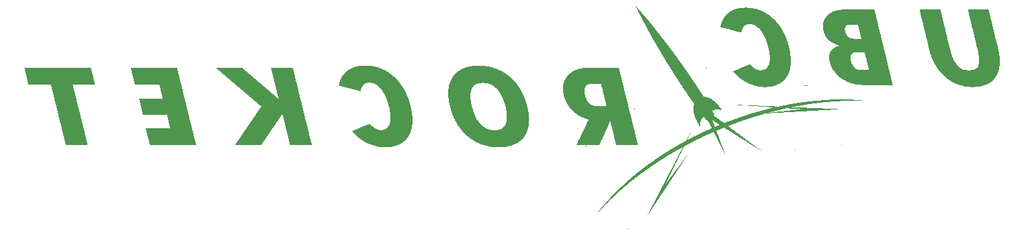
<source format=gbo>
G04*
G04 #@! TF.GenerationSoftware,Altium Limited,Altium Designer,22.1.2 (22)*
G04*
G04 Layer_Color=32896*
%FSLAX25Y25*%
%MOIN*%
G70*
G04*
G04 #@! TF.SameCoordinates,56094753-5DA1-4506-B589-AA1800A80C84*
G04*
G04*
G04 #@! TF.FilePolarity,Positive*
G04*
G01*
G75*
G36*
X413053Y145466D02*
X413228D01*
Y145291D01*
X413053D01*
Y145116D01*
X412878D01*
Y145291D01*
X412703D01*
Y145466D01*
X412878D01*
Y145641D01*
X413053D01*
Y145466D01*
D02*
G37*
G36*
X552920Y174238D02*
X553007D01*
Y174065D01*
X553093D01*
Y173720D01*
X553179D01*
Y173374D01*
X553266D01*
Y172941D01*
X553352D01*
Y172595D01*
X553439D01*
Y172249D01*
X553525D01*
Y171904D01*
X553612D01*
Y171558D01*
X553698D01*
Y171212D01*
X553785D01*
Y170866D01*
X553871D01*
Y170520D01*
X553958D01*
Y170174D01*
X554044D01*
Y169742D01*
X554131D01*
Y169396D01*
X554217D01*
Y169050D01*
X554304D01*
Y168704D01*
X554390D01*
Y168358D01*
X554476D01*
Y168012D01*
X554563D01*
Y167667D01*
X554649D01*
Y167321D01*
X554736D01*
Y166888D01*
X554822D01*
Y166542D01*
X554909D01*
Y166197D01*
X554995D01*
Y165851D01*
X555082D01*
Y165505D01*
X555168D01*
Y165159D01*
X555255D01*
Y164813D01*
X555341D01*
Y164467D01*
X555428D01*
Y164121D01*
X555514D01*
Y163689D01*
X555601D01*
Y163343D01*
X555687D01*
Y162997D01*
X555773D01*
Y162651D01*
X555860D01*
Y162305D01*
X555946D01*
Y161960D01*
X556033D01*
Y161614D01*
X556119D01*
Y161268D01*
X556206D01*
Y160835D01*
X556292D01*
Y160489D01*
X556379D01*
Y160144D01*
X556465D01*
Y159798D01*
X556552D01*
Y159452D01*
X556638D01*
Y159106D01*
X556725D01*
Y158760D01*
X556811D01*
Y158414D01*
X556898D01*
Y157982D01*
X556984D01*
Y157636D01*
X557071D01*
Y157290D01*
X557157D01*
Y156944D01*
X557243D01*
Y156598D01*
X557330D01*
Y156253D01*
X557416D01*
Y155907D01*
X557503D01*
Y155561D01*
X557589D01*
Y155215D01*
X557676D01*
Y154782D01*
X557762D01*
Y154437D01*
X557849D01*
Y154091D01*
X557935D01*
Y153745D01*
X558022D01*
Y153313D01*
X558108D01*
Y152880D01*
X558195D01*
Y152448D01*
X558281D01*
Y151929D01*
X558368D01*
Y151410D01*
X558454D01*
Y150718D01*
X558541D01*
Y149681D01*
X558627D01*
Y147346D01*
X558541D01*
Y146481D01*
X558454D01*
Y145876D01*
X558368D01*
Y145357D01*
X558281D01*
Y145011D01*
X558195D01*
Y144665D01*
X558108D01*
Y144320D01*
X558022D01*
Y144060D01*
X557935D01*
Y143801D01*
X557849D01*
Y143541D01*
X557762D01*
Y143282D01*
X557676D01*
Y143109D01*
X557589D01*
Y142850D01*
X557503D01*
Y142677D01*
X557416D01*
Y142504D01*
X557330D01*
Y142331D01*
X557243D01*
Y142158D01*
X557157D01*
Y141985D01*
X557071D01*
Y141812D01*
X556984D01*
Y141639D01*
X556898D01*
Y141466D01*
X556811D01*
Y141380D01*
X556725D01*
Y141207D01*
X556638D01*
Y141034D01*
X556552D01*
Y140947D01*
X556465D01*
Y140774D01*
X556379D01*
Y140688D01*
X556292D01*
Y140515D01*
X556206D01*
Y140428D01*
X556119D01*
Y140255D01*
X556033D01*
Y140169D01*
X555946D01*
Y140083D01*
X555860D01*
Y139996D01*
X555773D01*
Y139823D01*
X555687D01*
Y139737D01*
X555601D01*
Y139650D01*
X555514D01*
Y139564D01*
X555428D01*
Y139477D01*
X555341D01*
Y139391D01*
X555255D01*
Y139304D01*
X555168D01*
Y139218D01*
X555082D01*
Y139131D01*
X554995D01*
Y139045D01*
X554909D01*
Y138958D01*
X554822D01*
Y138872D01*
X554736D01*
Y138785D01*
X554649D01*
Y138699D01*
X554563D01*
Y138612D01*
X554476D01*
Y138526D01*
X554304D01*
Y138440D01*
X554217D01*
Y138353D01*
X554131D01*
Y138267D01*
X553958D01*
Y138180D01*
X553871D01*
Y138094D01*
X553785D01*
Y138007D01*
X553612D01*
Y137921D01*
X553439D01*
Y137834D01*
X553352D01*
Y137748D01*
X553179D01*
Y137661D01*
X553093D01*
Y137575D01*
X552920D01*
Y137488D01*
X552747D01*
Y137402D01*
X552574D01*
Y137315D01*
X552401D01*
Y137229D01*
X552228D01*
Y137143D01*
X552055D01*
Y137056D01*
X551796D01*
Y136970D01*
X551623D01*
Y136883D01*
X551364D01*
Y136797D01*
X551104D01*
Y136710D01*
X550845D01*
Y136624D01*
X550585D01*
Y136537D01*
X550326D01*
Y136451D01*
X549980D01*
Y136364D01*
X549634D01*
Y136278D01*
X549202D01*
Y136191D01*
X548769D01*
Y136105D01*
X548251D01*
Y136018D01*
X547472D01*
Y135932D01*
X546348D01*
Y135845D01*
X543927D01*
Y135932D01*
X542803D01*
Y136018D01*
X542025D01*
Y136105D01*
X541419D01*
Y136191D01*
X540987D01*
Y136278D01*
X540468D01*
Y136364D01*
X540122D01*
Y136451D01*
X539777D01*
Y136537D01*
X539431D01*
Y136624D01*
X539085D01*
Y136710D01*
X538825D01*
Y136797D01*
X538480D01*
Y136883D01*
X538220D01*
Y136970D01*
X537961D01*
Y137056D01*
X537788D01*
Y137143D01*
X537528D01*
Y137229D01*
X537269D01*
Y137315D01*
X537096D01*
Y137402D01*
X536836D01*
Y137488D01*
X536664D01*
Y137575D01*
X536491D01*
Y137661D01*
X536231D01*
Y137748D01*
X536058D01*
Y137834D01*
X535885D01*
Y137921D01*
X535712D01*
Y138007D01*
X535539D01*
Y138094D01*
X535366D01*
Y138180D01*
X535194D01*
Y138267D01*
X535107D01*
Y138353D01*
X534934D01*
Y138440D01*
X534761D01*
Y138526D01*
X534588D01*
Y138612D01*
X534502D01*
Y138699D01*
X534329D01*
Y138785D01*
X534156D01*
Y138872D01*
X534069D01*
Y138958D01*
X533896D01*
Y139045D01*
X533810D01*
Y139131D01*
X533637D01*
Y139218D01*
X533551D01*
Y139304D01*
X533378D01*
Y139391D01*
X533291D01*
Y139477D01*
X533118D01*
Y139564D01*
X533032D01*
Y139650D01*
X532945D01*
Y139737D01*
X532772D01*
Y139823D01*
X532686D01*
Y139910D01*
X532599D01*
Y139996D01*
X532427D01*
Y140083D01*
X532340D01*
Y140169D01*
X532254D01*
Y140255D01*
X532167D01*
Y140342D01*
X531994D01*
Y140428D01*
X531908D01*
Y140515D01*
X531821D01*
Y140601D01*
X531735D01*
Y140688D01*
X531648D01*
Y140774D01*
X531562D01*
Y140861D01*
X531389D01*
Y140947D01*
X531302D01*
Y141034D01*
X531216D01*
Y141120D01*
X531130D01*
Y141207D01*
X531043D01*
Y141293D01*
X530957D01*
Y141380D01*
X530870D01*
Y141466D01*
X530784D01*
Y141552D01*
X530697D01*
Y141639D01*
X530611D01*
Y141726D01*
X530524D01*
Y141812D01*
X530438D01*
Y141898D01*
X530351D01*
Y141985D01*
X530265D01*
Y142071D01*
X530178D01*
Y142158D01*
X530092D01*
Y142244D01*
X530005D01*
Y142331D01*
X529919D01*
Y142417D01*
X529832D01*
Y142504D01*
X529746D01*
Y142590D01*
X529660D01*
Y142677D01*
X529573D01*
Y142763D01*
X529487D01*
Y142850D01*
X529400D01*
Y142936D01*
X529314D01*
Y143023D01*
X529227D01*
Y143109D01*
X529141D01*
Y143195D01*
X529054D01*
Y143368D01*
X528968D01*
Y143455D01*
X528881D01*
Y143541D01*
X528795D01*
Y143628D01*
X528708D01*
Y143714D01*
X528622D01*
Y143887D01*
X528535D01*
Y143974D01*
X528449D01*
Y144060D01*
X528362D01*
Y144147D01*
X528276D01*
Y144320D01*
X528190D01*
Y144406D01*
X528103D01*
Y144492D01*
X528017D01*
Y144665D01*
X527930D01*
Y144752D01*
X527844D01*
Y144838D01*
X527757D01*
Y145011D01*
X527671D01*
Y145098D01*
X527584D01*
Y145184D01*
X527498D01*
Y145357D01*
X527411D01*
Y145444D01*
X527325D01*
Y145617D01*
X527238D01*
Y145703D01*
X527152D01*
Y145876D01*
X527065D01*
Y145963D01*
X526979D01*
Y146135D01*
X526892D01*
Y146308D01*
X526806D01*
Y146395D01*
X526720D01*
Y146568D01*
X526633D01*
Y146741D01*
X526546D01*
Y146827D01*
X526460D01*
Y147000D01*
X526374D01*
Y147173D01*
X526287D01*
Y147346D01*
X526201D01*
Y147432D01*
X526114D01*
Y147605D01*
X526028D01*
Y147778D01*
X525941D01*
Y147951D01*
X525855D01*
Y148124D01*
X525768D01*
Y148297D01*
X525682D01*
Y148470D01*
X525595D01*
Y148643D01*
X525509D01*
Y148816D01*
X525422D01*
Y149075D01*
X525336D01*
Y149248D01*
X525249D01*
Y149421D01*
X525163D01*
Y149594D01*
X525076D01*
Y149854D01*
X524990D01*
Y150027D01*
X524904D01*
Y150286D01*
X524817D01*
Y150459D01*
X524731D01*
Y150718D01*
X524644D01*
Y150978D01*
X524558D01*
Y151151D01*
X524471D01*
Y151410D01*
X524385D01*
Y151670D01*
X524298D01*
Y151929D01*
X524212D01*
Y152188D01*
X524125D01*
Y152448D01*
X524039D01*
Y152794D01*
X523952D01*
Y153053D01*
X523866D01*
Y153399D01*
X523779D01*
Y153658D01*
X523693D01*
Y154004D01*
X523606D01*
Y154350D01*
X523520D01*
Y154696D01*
X523434D01*
Y155128D01*
X523347D01*
Y155474D01*
X523261D01*
Y155820D01*
X523174D01*
Y156166D01*
X523088D01*
Y156512D01*
X523001D01*
Y156858D01*
X522915D01*
Y157204D01*
X522828D01*
Y157550D01*
X522742D01*
Y157982D01*
X522655D01*
Y158328D01*
X522569D01*
Y158674D01*
X522482D01*
Y159019D01*
X522396D01*
Y159365D01*
X522309D01*
Y159711D01*
X522223D01*
Y160057D01*
X522136D01*
Y160403D01*
X522050D01*
Y160749D01*
X521964D01*
Y161181D01*
X521877D01*
Y161527D01*
X521791D01*
Y161873D01*
X521704D01*
Y162219D01*
X521618D01*
Y162565D01*
X521531D01*
Y162911D01*
X521445D01*
Y163257D01*
X521358D01*
Y163602D01*
X521272D01*
Y164035D01*
X521185D01*
Y164381D01*
X521099D01*
Y164727D01*
X521012D01*
Y165073D01*
X520926D01*
Y165418D01*
X520840D01*
Y165764D01*
X520753D01*
Y166110D01*
X520667D01*
Y166456D01*
X520580D01*
Y166888D01*
X520494D01*
Y167234D01*
X520407D01*
Y167580D01*
X520321D01*
Y167926D01*
X520234D01*
Y168272D01*
X520148D01*
Y168618D01*
X520061D01*
Y168964D01*
X519975D01*
Y169309D01*
X519888D01*
Y169655D01*
X519802D01*
Y170088D01*
X519715D01*
Y170434D01*
X519629D01*
Y170780D01*
X519542D01*
Y171125D01*
X519456D01*
Y171471D01*
X519370D01*
Y171817D01*
X519283D01*
Y172163D01*
X519197D01*
Y172509D01*
X519110D01*
Y172941D01*
X519024D01*
Y173287D01*
X518937D01*
Y173633D01*
X518851D01*
Y173979D01*
X518764D01*
Y174325D01*
X529054D01*
Y174152D01*
X529141D01*
Y173806D01*
X529227D01*
Y173460D01*
X529314D01*
Y173114D01*
X529400D01*
Y172768D01*
X529487D01*
Y172423D01*
X529573D01*
Y171990D01*
X529660D01*
Y171644D01*
X529746D01*
Y171298D01*
X529832D01*
Y170952D01*
X529919D01*
Y170607D01*
X530005D01*
Y170261D01*
X530092D01*
Y169915D01*
X530178D01*
Y169569D01*
X530265D01*
Y169223D01*
X530351D01*
Y168791D01*
X530438D01*
Y168445D01*
X530524D01*
Y168099D01*
X530611D01*
Y167753D01*
X530697D01*
Y167407D01*
X530784D01*
Y167061D01*
X530870D01*
Y166715D01*
X530957D01*
Y166369D01*
X531043D01*
Y165937D01*
X531130D01*
Y165591D01*
X531216D01*
Y165245D01*
X531302D01*
Y164900D01*
X531389D01*
Y164554D01*
X531475D01*
Y164208D01*
X531562D01*
Y163862D01*
X531648D01*
Y163516D01*
X531735D01*
Y163084D01*
X531821D01*
Y162738D01*
X531908D01*
Y162392D01*
X531994D01*
Y162046D01*
X532081D01*
Y161700D01*
X532167D01*
Y161354D01*
X532254D01*
Y161008D01*
X532340D01*
Y160662D01*
X532427D01*
Y160317D01*
X532513D01*
Y159884D01*
X532599D01*
Y159538D01*
X532686D01*
Y159193D01*
X532772D01*
Y158847D01*
X532859D01*
Y158501D01*
X532945D01*
Y158155D01*
X533032D01*
Y157809D01*
X533118D01*
Y157463D01*
X533205D01*
Y157031D01*
X533291D01*
Y156685D01*
X533378D01*
Y156339D01*
X533464D01*
Y155993D01*
X533551D01*
Y155647D01*
X533637D01*
Y155301D01*
X533724D01*
Y154955D01*
X533810D01*
Y154610D01*
X533896D01*
Y154264D01*
X533983D01*
Y153918D01*
X534069D01*
Y153572D01*
X534156D01*
Y153226D01*
X534242D01*
Y152967D01*
X534329D01*
Y152621D01*
X534415D01*
Y152361D01*
X534502D01*
Y152102D01*
X534588D01*
Y151842D01*
X534675D01*
Y151583D01*
X534761D01*
Y151324D01*
X534848D01*
Y151151D01*
X534934D01*
Y150891D01*
X535021D01*
Y150718D01*
X535107D01*
Y150459D01*
X535194D01*
Y150286D01*
X535280D01*
Y150113D01*
X535366D01*
Y149940D01*
X535453D01*
Y149681D01*
X535539D01*
Y149508D01*
X535626D01*
Y149335D01*
X535712D01*
Y149162D01*
X535799D01*
Y149075D01*
X535885D01*
Y148902D01*
X535972D01*
Y148730D01*
X536058D01*
Y148557D01*
X536145D01*
Y148384D01*
X536231D01*
Y148297D01*
X536318D01*
Y148124D01*
X536404D01*
Y147951D01*
X536491D01*
Y147865D01*
X536577D01*
Y147692D01*
X536664D01*
Y147605D01*
X536750D01*
Y147519D01*
X536836D01*
Y147346D01*
X536923D01*
Y147259D01*
X537009D01*
Y147087D01*
X537096D01*
Y147000D01*
X537182D01*
Y146914D01*
X537269D01*
Y146827D01*
X537355D01*
Y146654D01*
X537442D01*
Y146568D01*
X537528D01*
Y146481D01*
X537615D01*
Y146395D01*
X537701D01*
Y146308D01*
X537788D01*
Y146222D01*
X537874D01*
Y146135D01*
X537961D01*
Y146049D01*
X538047D01*
Y145963D01*
X538134D01*
Y145876D01*
X538220D01*
Y145790D01*
X538307D01*
Y145703D01*
X538393D01*
Y145617D01*
X538480D01*
Y145530D01*
X538566D01*
Y145444D01*
X538652D01*
Y145357D01*
X538825D01*
Y145271D01*
X538912D01*
Y145184D01*
X539085D01*
Y145098D01*
X539258D01*
Y145011D01*
X539344D01*
Y144925D01*
X539517D01*
Y144838D01*
X539690D01*
Y144752D01*
X539949D01*
Y144665D01*
X540122D01*
Y144579D01*
X540382D01*
Y144492D01*
X540641D01*
Y144406D01*
X540987D01*
Y144320D01*
X541419D01*
Y144233D01*
X542111D01*
Y144147D01*
X544186D01*
Y144233D01*
X544878D01*
Y144320D01*
X545224D01*
Y144406D01*
X545570D01*
Y144492D01*
X545829D01*
Y144579D01*
X546089D01*
Y144665D01*
X546262D01*
Y144752D01*
X546435D01*
Y144838D01*
X546608D01*
Y144925D01*
X546694D01*
Y145011D01*
X546867D01*
Y145098D01*
X546954D01*
Y145184D01*
X547040D01*
Y145271D01*
X547213D01*
Y145357D01*
X547299D01*
Y145444D01*
X547386D01*
Y145530D01*
X547472D01*
Y145703D01*
X547559D01*
Y145790D01*
X547645D01*
Y145876D01*
X547732D01*
Y146049D01*
X547818D01*
Y146308D01*
X547905D01*
Y146568D01*
X547991D01*
Y146914D01*
X548078D01*
Y147259D01*
X548164D01*
Y147951D01*
X548251D01*
Y150373D01*
X548164D01*
Y151237D01*
X548078D01*
Y151842D01*
X547991D01*
Y152361D01*
X547905D01*
Y152794D01*
X547818D01*
Y153226D01*
X547732D01*
Y153658D01*
X547645D01*
Y154004D01*
X547559D01*
Y154350D01*
X547472D01*
Y154782D01*
X547386D01*
Y155128D01*
X547299D01*
Y155474D01*
X547213D01*
Y155820D01*
X547126D01*
Y156166D01*
X547040D01*
Y156512D01*
X546954D01*
Y156858D01*
X546867D01*
Y157204D01*
X546781D01*
Y157550D01*
X546694D01*
Y157982D01*
X546608D01*
Y158328D01*
X546521D01*
Y158674D01*
X546435D01*
Y159019D01*
X546348D01*
Y159365D01*
X546262D01*
Y159711D01*
X546175D01*
Y160057D01*
X546089D01*
Y160403D01*
X546002D01*
Y160835D01*
X545916D01*
Y161181D01*
X545829D01*
Y161527D01*
X545743D01*
Y161873D01*
X545656D01*
Y162219D01*
X545570D01*
Y162565D01*
X545484D01*
Y162911D01*
X545397D01*
Y163257D01*
X545311D01*
Y163689D01*
X545224D01*
Y164035D01*
X545138D01*
Y164381D01*
X545051D01*
Y164727D01*
X544965D01*
Y165073D01*
X544878D01*
Y165418D01*
X544792D01*
Y165764D01*
X544705D01*
Y166110D01*
X544619D01*
Y166456D01*
X544532D01*
Y166888D01*
X544446D01*
Y167234D01*
X544359D01*
Y167580D01*
X544273D01*
Y167926D01*
X544186D01*
Y168272D01*
X544100D01*
Y168618D01*
X544014D01*
Y168964D01*
X543927D01*
Y169309D01*
X543841D01*
Y169742D01*
X543754D01*
Y170088D01*
X543668D01*
Y170434D01*
X543581D01*
Y170780D01*
X543495D01*
Y171125D01*
X543408D01*
Y171471D01*
X543322D01*
Y171817D01*
X543235D01*
Y172163D01*
X543149D01*
Y172595D01*
X543062D01*
Y172941D01*
X542976D01*
Y173287D01*
X542889D01*
Y173633D01*
X542803D01*
Y173979D01*
X542717D01*
Y174325D01*
X552920D01*
Y174238D01*
D02*
G37*
G36*
X433072Y175189D02*
X434455D01*
Y175103D01*
X435234D01*
Y175017D01*
X435753D01*
Y174930D01*
X436271D01*
Y174844D01*
X436704D01*
Y174757D01*
X437136D01*
Y174671D01*
X437482D01*
Y174584D01*
X437828D01*
Y174498D01*
X438087D01*
Y174411D01*
X438347D01*
Y174325D01*
X438693D01*
Y174238D01*
X438952D01*
Y174152D01*
X439211D01*
Y174065D01*
X439384D01*
Y173979D01*
X439644D01*
Y173892D01*
X439903D01*
Y173806D01*
X440076D01*
Y173720D01*
X440249D01*
Y173633D01*
X440509D01*
Y173547D01*
X440681D01*
Y173460D01*
X440854D01*
Y173374D01*
X441027D01*
Y173287D01*
X441200D01*
Y173201D01*
X441373D01*
Y173114D01*
X441546D01*
Y173028D01*
X441719D01*
Y172941D01*
X441892D01*
Y172855D01*
X442065D01*
Y172768D01*
X442238D01*
Y172682D01*
X442324D01*
Y172595D01*
X442497D01*
Y172509D01*
X442670D01*
Y172423D01*
X442757D01*
Y172336D01*
X442930D01*
Y172249D01*
X443016D01*
Y172163D01*
X443189D01*
Y172077D01*
X443362D01*
Y171990D01*
X443448D01*
Y171904D01*
X443621D01*
Y171817D01*
X443708D01*
Y171731D01*
X443794D01*
Y171644D01*
X443967D01*
Y171558D01*
X444054D01*
Y171471D01*
X444227D01*
Y171385D01*
X444313D01*
Y171298D01*
X444400D01*
Y171212D01*
X444573D01*
Y171125D01*
X444659D01*
Y171039D01*
X444745D01*
Y170952D01*
X444832D01*
Y170866D01*
X445005D01*
Y170780D01*
X445091D01*
Y170693D01*
X445178D01*
Y170607D01*
X445264D01*
Y170520D01*
X445351D01*
Y170434D01*
X445524D01*
Y170347D01*
X445610D01*
Y170261D01*
X445697D01*
Y170174D01*
X445783D01*
Y170088D01*
X445870D01*
Y170001D01*
X445956D01*
Y169915D01*
X446043D01*
Y169828D01*
X446129D01*
Y169742D01*
X446215D01*
Y169655D01*
X446302D01*
Y169569D01*
X446475D01*
Y169482D01*
X446561D01*
Y169396D01*
X446648D01*
Y169309D01*
X446734D01*
Y169223D01*
X446821D01*
Y169137D01*
X446907D01*
Y169050D01*
X446994D01*
Y168964D01*
X447080D01*
Y168877D01*
X447167D01*
Y168704D01*
X447253D01*
Y168618D01*
X447340D01*
Y168531D01*
X447426D01*
Y168445D01*
X447513D01*
Y168358D01*
X447599D01*
Y168272D01*
X447685D01*
Y168185D01*
X447772D01*
Y168099D01*
X447858D01*
Y168012D01*
X447945D01*
Y167926D01*
X448031D01*
Y167753D01*
X448118D01*
Y167667D01*
X448204D01*
Y167580D01*
X448291D01*
Y167494D01*
X448377D01*
Y167407D01*
X448464D01*
Y167234D01*
X448550D01*
Y167148D01*
X448637D01*
Y167061D01*
X448723D01*
Y166975D01*
X448810D01*
Y166802D01*
X448896D01*
Y166715D01*
X448983D01*
Y166629D01*
X449069D01*
Y166456D01*
X449156D01*
Y166369D01*
X449242D01*
Y166283D01*
X449328D01*
Y166110D01*
X449415D01*
Y166024D01*
X449501D01*
Y165851D01*
X449588D01*
Y165764D01*
X449674D01*
Y165591D01*
X449761D01*
Y165505D01*
X449847D01*
Y165332D01*
X449934D01*
Y165245D01*
X450020D01*
Y165073D01*
X450107D01*
Y164986D01*
X450193D01*
Y164813D01*
X450280D01*
Y164640D01*
X450366D01*
Y164554D01*
X450453D01*
Y164381D01*
X450539D01*
Y164208D01*
X450626D01*
Y164121D01*
X450712D01*
Y163948D01*
X450798D01*
Y163775D01*
X450885D01*
Y163602D01*
X450971D01*
Y163516D01*
X451058D01*
Y163343D01*
X451144D01*
Y163170D01*
X451231D01*
Y162997D01*
X451317D01*
Y162824D01*
X451404D01*
Y162651D01*
X451490D01*
Y162478D01*
X451577D01*
Y162305D01*
X451663D01*
Y162133D01*
X451750D01*
Y161960D01*
X451836D01*
Y161700D01*
X451923D01*
Y161527D01*
X452009D01*
Y161354D01*
X452096D01*
Y161181D01*
X452182D01*
Y160922D01*
X452269D01*
Y160749D01*
X452355D01*
Y160576D01*
X452441D01*
Y160317D01*
X452528D01*
Y160057D01*
X452614D01*
Y159884D01*
X452701D01*
Y159625D01*
X452787D01*
Y159365D01*
X452874D01*
Y159193D01*
X452960D01*
Y158933D01*
X453047D01*
Y158674D01*
X453133D01*
Y158414D01*
X453220D01*
Y158155D01*
X453306D01*
Y157895D01*
X453393D01*
Y157550D01*
X453479D01*
Y157290D01*
X453566D01*
Y157031D01*
X453652D01*
Y156685D01*
X453738D01*
Y156339D01*
X453825D01*
Y156079D01*
X453911D01*
Y155734D01*
X453998D01*
Y155388D01*
X454084D01*
Y154955D01*
X454171D01*
Y154610D01*
X454257D01*
Y154177D01*
X454344D01*
Y153745D01*
X454430D01*
Y153226D01*
X454517D01*
Y152707D01*
X454603D01*
Y152188D01*
X454690D01*
Y151497D01*
X454776D01*
Y150632D01*
X454863D01*
Y146914D01*
X454776D01*
Y146222D01*
X454690D01*
Y145617D01*
X454603D01*
Y145184D01*
X454517D01*
Y144838D01*
X454430D01*
Y144492D01*
X454344D01*
Y144147D01*
X454257D01*
Y143887D01*
X454171D01*
Y143628D01*
X454084D01*
Y143368D01*
X453998D01*
Y143109D01*
X453911D01*
Y142936D01*
X453825D01*
Y142677D01*
X453738D01*
Y142504D01*
X453652D01*
Y142331D01*
X453566D01*
Y142158D01*
X453479D01*
Y141985D01*
X453393D01*
Y141812D01*
X453306D01*
Y141639D01*
X453220D01*
Y141466D01*
X453133D01*
Y141293D01*
X453047D01*
Y141207D01*
X452960D01*
Y141034D01*
X452874D01*
Y140861D01*
X452787D01*
Y140774D01*
X452701D01*
Y140601D01*
X452614D01*
Y140515D01*
X452528D01*
Y140428D01*
X452441D01*
Y140255D01*
X452355D01*
Y140169D01*
X452269D01*
Y140083D01*
X452182D01*
Y139910D01*
X452096D01*
Y139823D01*
X452009D01*
Y139737D01*
X451923D01*
Y139650D01*
X451836D01*
Y139564D01*
X451750D01*
Y139477D01*
X451663D01*
Y139391D01*
X451577D01*
Y139304D01*
X451490D01*
Y139218D01*
X451404D01*
Y139131D01*
X451317D01*
Y139045D01*
X451231D01*
Y138958D01*
X451144D01*
Y138872D01*
X451058D01*
Y138785D01*
X450971D01*
Y138699D01*
X450885D01*
Y138612D01*
X450798D01*
Y138526D01*
X450712D01*
Y138440D01*
X450539D01*
Y138353D01*
X450453D01*
Y138267D01*
X450366D01*
Y138180D01*
X450193D01*
Y138094D01*
X450107D01*
Y138007D01*
X450020D01*
Y137921D01*
X449847D01*
Y137834D01*
X449674D01*
Y137748D01*
X449588D01*
Y137661D01*
X449415D01*
Y137575D01*
X449242D01*
Y137488D01*
X449156D01*
Y137402D01*
X448983D01*
Y137315D01*
X448810D01*
Y137229D01*
X448637D01*
Y137143D01*
X448464D01*
Y137056D01*
X448204D01*
Y136970D01*
X448031D01*
Y136883D01*
X447858D01*
Y136797D01*
X447599D01*
Y136710D01*
X447340D01*
Y136624D01*
X447080D01*
Y136537D01*
X446821D01*
Y136451D01*
X446475D01*
Y136364D01*
X446129D01*
Y136278D01*
X445783D01*
Y136191D01*
X445351D01*
Y136105D01*
X444832D01*
Y136018D01*
X444140D01*
Y135932D01*
X443103D01*
Y135845D01*
X440941D01*
Y135932D01*
X439817D01*
Y136018D01*
X439125D01*
Y136105D01*
X438606D01*
Y136191D01*
X438174D01*
Y136278D01*
X437741D01*
Y136364D01*
X437395D01*
Y136451D01*
X437050D01*
Y136537D01*
X436704D01*
Y136624D01*
X436444D01*
Y136710D01*
X436185D01*
Y136797D01*
X435925D01*
Y136883D01*
X435666D01*
Y136970D01*
X435407D01*
Y137056D01*
X435147D01*
Y137143D01*
X434974D01*
Y137229D01*
X434715D01*
Y137315D01*
X434542D01*
Y137402D01*
X434283D01*
Y137488D01*
X434110D01*
Y137575D01*
X433937D01*
Y137661D01*
X433677D01*
Y137748D01*
X433504D01*
Y137834D01*
X433331D01*
Y137921D01*
X433158D01*
Y138007D01*
X432985D01*
Y138094D01*
X432813D01*
Y138180D01*
X432726D01*
Y138267D01*
X432553D01*
Y138353D01*
X432380D01*
Y138440D01*
X432207D01*
Y138526D01*
X432121D01*
Y138612D01*
X431948D01*
Y138699D01*
X431775D01*
Y138785D01*
X431688D01*
Y138872D01*
X431516D01*
Y138958D01*
X431343D01*
Y139045D01*
X431256D01*
Y139131D01*
X431083D01*
Y139218D01*
X430997D01*
Y139304D01*
X430910D01*
Y139391D01*
X430737D01*
Y139477D01*
X430651D01*
Y139564D01*
X430478D01*
Y139650D01*
X430391D01*
Y139737D01*
X430305D01*
Y139823D01*
X430132D01*
Y139910D01*
X430046D01*
Y139996D01*
X429959D01*
Y140083D01*
X429786D01*
Y140169D01*
X429700D01*
Y140255D01*
X429613D01*
Y140342D01*
X429527D01*
Y140428D01*
X429354D01*
Y140515D01*
X429267D01*
Y140601D01*
X429181D01*
Y140688D01*
X429094D01*
Y140774D01*
X429008D01*
Y140861D01*
X428921D01*
Y140947D01*
X428749D01*
Y141034D01*
X428662D01*
Y141120D01*
X428576D01*
Y141207D01*
X428489D01*
Y141293D01*
X428403D01*
Y141380D01*
X428316D01*
Y141466D01*
X428230D01*
Y141552D01*
X428143D01*
Y141639D01*
X428057D01*
Y141726D01*
X427970D01*
Y141812D01*
X427884D01*
Y141898D01*
X427797D01*
Y141985D01*
X427711D01*
Y142071D01*
X427624D01*
Y142158D01*
X427538D01*
Y142244D01*
X427451D01*
Y142331D01*
X427365D01*
Y142417D01*
X427279D01*
Y142504D01*
X427192D01*
Y142590D01*
X427106D01*
Y142677D01*
X427019D01*
Y142763D01*
X426933D01*
Y142850D01*
X426846D01*
Y142936D01*
X426760D01*
Y143109D01*
X426673D01*
Y143195D01*
X426587D01*
Y143282D01*
X426500D01*
Y143368D01*
X426414D01*
Y143455D01*
X426327D01*
Y143541D01*
X426241D01*
Y143628D01*
X426414D01*
Y143714D01*
X426587D01*
Y143801D01*
X426846D01*
Y143887D01*
X427019D01*
Y143974D01*
X427192D01*
Y144060D01*
X427451D01*
Y144147D01*
X427624D01*
Y144233D01*
X427797D01*
Y144320D01*
X428057D01*
Y144406D01*
X428230D01*
Y144492D01*
X428403D01*
Y144579D01*
X428662D01*
Y144665D01*
X428835D01*
Y144752D01*
X429008D01*
Y144838D01*
X429267D01*
Y144925D01*
X429440D01*
Y145011D01*
X429613D01*
Y145098D01*
X429873D01*
Y145184D01*
X430046D01*
Y145271D01*
X430219D01*
Y145357D01*
X430478D01*
Y145444D01*
X430651D01*
Y145530D01*
X430824D01*
Y145617D01*
X431083D01*
Y145703D01*
X431256D01*
Y145790D01*
X431429D01*
Y145876D01*
X431688D01*
Y145963D01*
X431861D01*
Y146049D01*
X432121D01*
Y146135D01*
X432294D01*
Y146222D01*
X432467D01*
Y146308D01*
X432726D01*
Y146395D01*
X432899D01*
Y146481D01*
X433072D01*
Y146568D01*
X433331D01*
Y146654D01*
X433504D01*
Y146741D01*
X433677D01*
Y146827D01*
X433937D01*
Y146914D01*
X434110D01*
Y147000D01*
X434283D01*
Y147087D01*
X434542D01*
Y147173D01*
X434715D01*
Y147087D01*
X434801D01*
Y146914D01*
X434888D01*
Y146827D01*
X434974D01*
Y146741D01*
X435061D01*
Y146654D01*
X435147D01*
Y146568D01*
X435234D01*
Y146481D01*
X435320D01*
Y146395D01*
X435407D01*
Y146308D01*
X435493D01*
Y146222D01*
X435580D01*
Y146135D01*
X435666D01*
Y146049D01*
X435753D01*
Y145963D01*
X435839D01*
Y145876D01*
X435925D01*
Y145790D01*
X436012D01*
Y145703D01*
X436098D01*
Y145617D01*
X436271D01*
Y145530D01*
X436358D01*
Y145444D01*
X436444D01*
Y145357D01*
X436531D01*
Y145271D01*
X436704D01*
Y145184D01*
X436790D01*
Y145098D01*
X436963D01*
Y145011D01*
X437050D01*
Y144925D01*
X437223D01*
Y144838D01*
X437309D01*
Y144752D01*
X437482D01*
Y144665D01*
X437655D01*
Y144579D01*
X437828D01*
Y144492D01*
X438087D01*
Y144406D01*
X438347D01*
Y144320D01*
X438693D01*
Y144233D01*
X439125D01*
Y144147D01*
X440681D01*
Y144233D01*
X441200D01*
Y144320D01*
X441546D01*
Y144406D01*
X441719D01*
Y144492D01*
X441892D01*
Y144579D01*
X442065D01*
Y144665D01*
X442238D01*
Y144752D01*
X442411D01*
Y144838D01*
X442497D01*
Y144925D01*
X442584D01*
Y145011D01*
X442757D01*
Y145098D01*
X442843D01*
Y145184D01*
X442930D01*
Y145271D01*
X443016D01*
Y145357D01*
X443103D01*
Y145530D01*
X443189D01*
Y145617D01*
X443275D01*
Y145703D01*
X443362D01*
Y145876D01*
X443448D01*
Y145963D01*
X443535D01*
Y146135D01*
X443621D01*
Y146308D01*
X443708D01*
Y146481D01*
X443794D01*
Y146654D01*
X443881D01*
Y146914D01*
X443967D01*
Y147173D01*
X444054D01*
Y147432D01*
X444140D01*
Y147778D01*
X444227D01*
Y148211D01*
X444313D01*
Y148816D01*
X444400D01*
Y151670D01*
X444313D01*
Y152448D01*
X444227D01*
Y153053D01*
X444140D01*
Y153572D01*
X444054D01*
Y154091D01*
X443967D01*
Y154523D01*
X443881D01*
Y154869D01*
X443794D01*
Y155301D01*
X443708D01*
Y155647D01*
X443621D01*
Y155993D01*
X443535D01*
Y156339D01*
X443448D01*
Y156598D01*
X443362D01*
Y156944D01*
X443275D01*
Y157204D01*
X443189D01*
Y157550D01*
X443103D01*
Y157809D01*
X443016D01*
Y158068D01*
X442930D01*
Y158328D01*
X442843D01*
Y158587D01*
X442757D01*
Y158760D01*
X442670D01*
Y159019D01*
X442584D01*
Y159279D01*
X442497D01*
Y159452D01*
X442411D01*
Y159711D01*
X442324D01*
Y159884D01*
X442238D01*
Y160057D01*
X442151D01*
Y160317D01*
X442065D01*
Y160489D01*
X441979D01*
Y160662D01*
X441892D01*
Y160835D01*
X441806D01*
Y161008D01*
X441719D01*
Y161181D01*
X441633D01*
Y161354D01*
X441546D01*
Y161527D01*
X441460D01*
Y161700D01*
X441373D01*
Y161873D01*
X441287D01*
Y161960D01*
X441200D01*
Y162133D01*
X441114D01*
Y162305D01*
X441027D01*
Y162392D01*
X440941D01*
Y162565D01*
X440854D01*
Y162738D01*
X440768D01*
Y162824D01*
X440681D01*
Y162997D01*
X440595D01*
Y163084D01*
X440509D01*
Y163170D01*
X440422D01*
Y163343D01*
X440336D01*
Y163429D01*
X440249D01*
Y163602D01*
X440163D01*
Y163689D01*
X440076D01*
Y163775D01*
X439990D01*
Y163862D01*
X439903D01*
Y164035D01*
X439817D01*
Y164121D01*
X439730D01*
Y164208D01*
X439644D01*
Y164294D01*
X439557D01*
Y164381D01*
X439471D01*
Y164467D01*
X439384D01*
Y164640D01*
X439298D01*
Y164727D01*
X439211D01*
Y164813D01*
X439125D01*
Y164900D01*
X439039D01*
Y164986D01*
X438952D01*
Y165073D01*
X438866D01*
Y165159D01*
X438693D01*
Y165245D01*
X438606D01*
Y165332D01*
X438520D01*
Y165418D01*
X438433D01*
Y165505D01*
X438347D01*
Y165591D01*
X438260D01*
Y165678D01*
X438087D01*
Y165764D01*
X438001D01*
Y165851D01*
X437914D01*
Y165937D01*
X437741D01*
Y166024D01*
X437569D01*
Y166110D01*
X437482D01*
Y166197D01*
X437309D01*
Y166283D01*
X437136D01*
Y166369D01*
X436963D01*
Y166456D01*
X436790D01*
Y166542D01*
X436617D01*
Y166629D01*
X436358D01*
Y166715D01*
X436098D01*
Y166802D01*
X435753D01*
Y166888D01*
X435234D01*
Y166975D01*
X433591D01*
Y166888D01*
X433158D01*
Y166802D01*
X432899D01*
Y166715D01*
X432640D01*
Y166629D01*
X432467D01*
Y166542D01*
X432380D01*
Y166456D01*
X432207D01*
Y166369D01*
X432121D01*
Y166283D01*
X431948D01*
Y166197D01*
X431861D01*
Y166110D01*
X431775D01*
Y166024D01*
X431688D01*
Y165937D01*
X431602D01*
Y165851D01*
X431516D01*
Y165764D01*
X431429D01*
Y165591D01*
X431343D01*
Y165505D01*
X431256D01*
Y165418D01*
X431170D01*
Y165245D01*
X431083D01*
Y165073D01*
X430997D01*
Y164900D01*
X430910D01*
Y164727D01*
X430824D01*
Y164554D01*
X430737D01*
Y164381D01*
X430651D01*
Y164121D01*
X430564D01*
Y163862D01*
X430478D01*
Y163602D01*
X430391D01*
Y163257D01*
X430305D01*
Y162911D01*
X429873D01*
Y162997D01*
X429527D01*
Y163084D01*
X429267D01*
Y163170D01*
X428921D01*
Y163257D01*
X428576D01*
Y163343D01*
X428230D01*
Y163429D01*
X427970D01*
Y163516D01*
X427624D01*
Y163602D01*
X427279D01*
Y163689D01*
X426933D01*
Y163775D01*
X426673D01*
Y163862D01*
X426327D01*
Y163948D01*
X425981D01*
Y164035D01*
X425636D01*
Y164121D01*
X425376D01*
Y164208D01*
X425030D01*
Y164294D01*
X424684D01*
Y164381D01*
X424338D01*
Y164467D01*
X424079D01*
Y164554D01*
X423733D01*
Y164640D01*
X423387D01*
Y164727D01*
X423041D01*
Y164813D01*
X422782D01*
Y164900D01*
X422436D01*
Y164986D01*
X422090D01*
Y165073D01*
X421744D01*
Y165159D01*
X421485D01*
Y165245D01*
X421139D01*
Y165332D01*
X420793D01*
Y165418D01*
X420447D01*
Y165505D01*
X420188D01*
Y165591D01*
X419929D01*
Y165851D01*
X420015D01*
Y166283D01*
X420101D01*
Y166542D01*
X420188D01*
Y166888D01*
X420274D01*
Y167148D01*
X420361D01*
Y167407D01*
X420447D01*
Y167667D01*
X420534D01*
Y167926D01*
X420620D01*
Y168099D01*
X420707D01*
Y168358D01*
X420793D01*
Y168531D01*
X420880D01*
Y168704D01*
X420966D01*
Y168964D01*
X421053D01*
Y169137D01*
X421139D01*
Y169309D01*
X421226D01*
Y169396D01*
X421312D01*
Y169569D01*
X421398D01*
Y169742D01*
X421485D01*
Y169915D01*
X421571D01*
Y170001D01*
X421658D01*
Y170174D01*
X421744D01*
Y170261D01*
X421831D01*
Y170434D01*
X421917D01*
Y170520D01*
X422004D01*
Y170693D01*
X422090D01*
Y170780D01*
X422177D01*
Y170866D01*
X422263D01*
Y171039D01*
X422350D01*
Y171125D01*
X422436D01*
Y171212D01*
X422523D01*
Y171298D01*
X422609D01*
Y171385D01*
X422696D01*
Y171471D01*
X422782D01*
Y171644D01*
X422868D01*
Y171731D01*
X422955D01*
Y171817D01*
X423041D01*
Y171904D01*
X423128D01*
Y171990D01*
X423214D01*
Y172077D01*
X423387D01*
Y172163D01*
X423474D01*
Y172249D01*
X423560D01*
Y172336D01*
X423647D01*
Y172423D01*
X423733D01*
Y172509D01*
X423820D01*
Y172595D01*
X423906D01*
Y172682D01*
X424079D01*
Y172768D01*
X424166D01*
Y172855D01*
X424252D01*
Y172941D01*
X424425D01*
Y173028D01*
X424511D01*
Y173114D01*
X424684D01*
Y173201D01*
X424771D01*
Y173287D01*
X424944D01*
Y173374D01*
X425030D01*
Y173460D01*
X425203D01*
Y173547D01*
X425376D01*
Y173633D01*
X425463D01*
Y173720D01*
X425636D01*
Y173806D01*
X425808D01*
Y173892D01*
X425981D01*
Y173979D01*
X426154D01*
Y174065D01*
X426414D01*
Y174152D01*
X426587D01*
Y174238D01*
X426846D01*
Y174325D01*
X427019D01*
Y174411D01*
X427279D01*
Y174498D01*
X427538D01*
Y174584D01*
X427797D01*
Y174671D01*
X428143D01*
Y174757D01*
X428489D01*
Y174844D01*
X428835D01*
Y174930D01*
X429267D01*
Y175017D01*
X429786D01*
Y175103D01*
X430478D01*
Y175189D01*
X431775D01*
Y175276D01*
X433072D01*
Y175189D01*
D02*
G37*
G36*
X496282Y174238D02*
X496368D01*
Y174065D01*
X496455D01*
Y173720D01*
X496541D01*
Y173374D01*
X496628D01*
Y172941D01*
X496714D01*
Y172595D01*
X496801D01*
Y172249D01*
X496887D01*
Y171904D01*
X496974D01*
Y171558D01*
X497060D01*
Y171212D01*
X497147D01*
Y170866D01*
X497233D01*
Y170520D01*
X497320D01*
Y170174D01*
X497406D01*
Y169742D01*
X497493D01*
Y169396D01*
X497579D01*
Y169050D01*
X497665D01*
Y168704D01*
X497752D01*
Y168358D01*
X497838D01*
Y168012D01*
X497925D01*
Y167667D01*
X498011D01*
Y167321D01*
X498098D01*
Y166888D01*
X498184D01*
Y166542D01*
X498271D01*
Y166197D01*
X498357D01*
Y165851D01*
X498444D01*
Y165505D01*
X498530D01*
Y165159D01*
X498617D01*
Y164813D01*
X498703D01*
Y164467D01*
X498790D01*
Y164035D01*
X498876D01*
Y163689D01*
X498962D01*
Y163343D01*
X499049D01*
Y162997D01*
X499135D01*
Y162651D01*
X499222D01*
Y162305D01*
X499308D01*
Y161960D01*
X499395D01*
Y161614D01*
X499481D01*
Y161268D01*
X499568D01*
Y160835D01*
X499654D01*
Y160489D01*
X499741D01*
Y160144D01*
X499827D01*
Y159798D01*
X499914D01*
Y159452D01*
X500000D01*
Y159106D01*
X500087D01*
Y158760D01*
X500173D01*
Y158414D01*
X500259D01*
Y157982D01*
X500346D01*
Y157636D01*
X500432D01*
Y157290D01*
X500519D01*
Y156944D01*
X500605D01*
Y156598D01*
X500692D01*
Y156253D01*
X500778D01*
Y155907D01*
X500865D01*
Y155561D01*
X500951D01*
Y155128D01*
X501038D01*
Y154782D01*
X501124D01*
Y154437D01*
X501211D01*
Y154091D01*
X501297D01*
Y153745D01*
X501384D01*
Y153399D01*
X501470D01*
Y153053D01*
X501557D01*
Y152707D01*
X501643D01*
Y152361D01*
X501729D01*
Y151929D01*
X501816D01*
Y151583D01*
X501902D01*
Y151237D01*
X501989D01*
Y150891D01*
X502075D01*
Y150545D01*
X502162D01*
Y150199D01*
X502248D01*
Y149854D01*
X502335D01*
Y149508D01*
X502421D01*
Y149075D01*
X502508D01*
Y148730D01*
X502594D01*
Y148384D01*
X502681D01*
Y148038D01*
X502767D01*
Y147692D01*
X502854D01*
Y147346D01*
X502940D01*
Y147000D01*
X503027D01*
Y146654D01*
X503113D01*
Y146222D01*
X503199D01*
Y145876D01*
X503286D01*
Y145530D01*
X503372D01*
Y145184D01*
X503459D01*
Y144838D01*
X503545D01*
Y144492D01*
X503632D01*
Y144147D01*
X503718D01*
Y143801D01*
X503805D01*
Y143455D01*
X503891D01*
Y143023D01*
X503978D01*
Y142677D01*
X504064D01*
Y142331D01*
X504151D01*
Y141985D01*
X504237D01*
Y141639D01*
X504324D01*
Y141293D01*
X504410D01*
Y140947D01*
X504497D01*
Y140601D01*
X504583D01*
Y140169D01*
X504670D01*
Y139823D01*
X504756D01*
Y139477D01*
X504843D01*
Y139131D01*
X504929D01*
Y138785D01*
X505015D01*
Y138440D01*
X505102D01*
Y138094D01*
X505188D01*
Y137748D01*
X505275D01*
Y137315D01*
X505361D01*
Y136970D01*
X505448D01*
Y136797D01*
X489883D01*
Y136883D01*
X488759D01*
Y136970D01*
X488067D01*
Y137056D01*
X487462D01*
Y137143D01*
X487030D01*
Y137229D01*
X486597D01*
Y137315D01*
X486165D01*
Y137402D01*
X485819D01*
Y137488D01*
X485473D01*
Y137575D01*
X485214D01*
Y137661D01*
X484954D01*
Y137748D01*
X484608D01*
Y137834D01*
X484349D01*
Y137921D01*
X484090D01*
Y138007D01*
X483917D01*
Y138094D01*
X483657D01*
Y138180D01*
X483484D01*
Y138267D01*
X483225D01*
Y138353D01*
X483052D01*
Y138440D01*
X482793D01*
Y138526D01*
X482620D01*
Y138612D01*
X482447D01*
Y138699D01*
X482274D01*
Y138785D01*
X482101D01*
Y138872D01*
X481928D01*
Y138958D01*
X481755D01*
Y139045D01*
X481582D01*
Y139131D01*
X481495D01*
Y139218D01*
X481322D01*
Y139304D01*
X481150D01*
Y139391D01*
X480977D01*
Y139477D01*
X480890D01*
Y139564D01*
X480717D01*
Y139650D01*
X480631D01*
Y139737D01*
X480458D01*
Y139823D01*
X480371D01*
Y139910D01*
X480198D01*
Y139996D01*
X480112D01*
Y140083D01*
X479939D01*
Y140169D01*
X479852D01*
Y140255D01*
X479680D01*
Y140342D01*
X479593D01*
Y140428D01*
X479507D01*
Y140515D01*
X479334D01*
Y140601D01*
X479247D01*
Y140688D01*
X479161D01*
Y140774D01*
X479074D01*
Y140861D01*
X478901D01*
Y140947D01*
X478815D01*
Y141034D01*
X478728D01*
Y141120D01*
X478642D01*
Y141207D01*
X478555D01*
Y141293D01*
X478382D01*
Y141380D01*
X478296D01*
Y141466D01*
X478210D01*
Y141552D01*
X478123D01*
Y141639D01*
X478037D01*
Y141726D01*
X477950D01*
Y141812D01*
X477864D01*
Y141898D01*
X477777D01*
Y141985D01*
X477691D01*
Y142071D01*
X477604D01*
Y142158D01*
X477518D01*
Y142244D01*
X477431D01*
Y142331D01*
X477345D01*
Y142417D01*
X477258D01*
Y142504D01*
X477172D01*
Y142677D01*
X477085D01*
Y142763D01*
X476999D01*
Y142850D01*
X476912D01*
Y142936D01*
X476826D01*
Y143023D01*
X476740D01*
Y143195D01*
X476653D01*
Y143282D01*
X476567D01*
Y143368D01*
X476480D01*
Y143541D01*
X476394D01*
Y143628D01*
X476307D01*
Y143714D01*
X476221D01*
Y143887D01*
X476134D01*
Y143974D01*
X476048D01*
Y144147D01*
X475961D01*
Y144233D01*
X475875D01*
Y144406D01*
X475788D01*
Y144492D01*
X475702D01*
Y144665D01*
X475616D01*
Y144838D01*
X475529D01*
Y145011D01*
X475443D01*
Y145098D01*
X475356D01*
Y145271D01*
X475270D01*
Y145444D01*
X475183D01*
Y145617D01*
X475097D01*
Y145790D01*
X475010D01*
Y146049D01*
X474924D01*
Y146222D01*
X474837D01*
Y146395D01*
X474751D01*
Y146654D01*
X474664D01*
Y146827D01*
X474578D01*
Y147087D01*
X474491D01*
Y147346D01*
X474405D01*
Y147605D01*
X474318D01*
Y147865D01*
X474232D01*
Y148211D01*
X474146D01*
Y148557D01*
X474059D01*
Y148902D01*
X473973D01*
Y149335D01*
X473886D01*
Y150027D01*
X473800D01*
Y151064D01*
X473886D01*
Y151670D01*
X473973D01*
Y152015D01*
X474059D01*
Y152361D01*
X474146D01*
Y152534D01*
X474232D01*
Y152794D01*
X474318D01*
Y152967D01*
X474405D01*
Y153139D01*
X474491D01*
Y153313D01*
X474578D01*
Y153399D01*
X474664D01*
Y153572D01*
X474751D01*
Y153658D01*
X474837D01*
Y153745D01*
X474924D01*
Y153918D01*
X475010D01*
Y154004D01*
X475097D01*
Y154091D01*
X475183D01*
Y154177D01*
X475270D01*
Y154264D01*
X475356D01*
Y154350D01*
X475443D01*
Y154437D01*
X475529D01*
Y154523D01*
X475616D01*
Y154610D01*
X475702D01*
Y154696D01*
X475788D01*
Y154782D01*
X475961D01*
Y154869D01*
X476048D01*
Y154955D01*
X476134D01*
Y155042D01*
X476307D01*
Y155128D01*
X476394D01*
Y155215D01*
X476567D01*
Y155301D01*
X476653D01*
Y155388D01*
X476826D01*
Y155474D01*
X476999D01*
Y155561D01*
X477172D01*
Y155647D01*
X477345D01*
Y155734D01*
X477518D01*
Y155820D01*
X477691D01*
Y155907D01*
X477864D01*
Y155993D01*
X478037D01*
Y156079D01*
X478296D01*
Y156166D01*
X478555D01*
Y156253D01*
X478728D01*
Y156339D01*
X478988D01*
Y156425D01*
X478901D01*
Y156512D01*
X478642D01*
Y156598D01*
X478296D01*
Y156685D01*
X478037D01*
Y156771D01*
X477777D01*
Y156858D01*
X477518D01*
Y156944D01*
X477345D01*
Y157031D01*
X477085D01*
Y157117D01*
X476912D01*
Y157204D01*
X476653D01*
Y157290D01*
X476480D01*
Y157377D01*
X476307D01*
Y157463D01*
X476134D01*
Y157550D01*
X475961D01*
Y157636D01*
X475788D01*
Y157722D01*
X475616D01*
Y157809D01*
X475443D01*
Y157895D01*
X475356D01*
Y157982D01*
X475183D01*
Y158068D01*
X475010D01*
Y158155D01*
X474924D01*
Y158241D01*
X474751D01*
Y158328D01*
X474664D01*
Y158414D01*
X474491D01*
Y158501D01*
X474405D01*
Y158587D01*
X474318D01*
Y158674D01*
X474146D01*
Y158760D01*
X474059D01*
Y158847D01*
X473973D01*
Y158933D01*
X473886D01*
Y159019D01*
X473800D01*
Y159106D01*
X473713D01*
Y159193D01*
X473540D01*
Y159279D01*
X473454D01*
Y159365D01*
X473367D01*
Y159452D01*
X473281D01*
Y159538D01*
X473194D01*
Y159711D01*
X473108D01*
Y159798D01*
X473021D01*
Y159884D01*
X472935D01*
Y159971D01*
X472848D01*
Y160057D01*
X472762D01*
Y160144D01*
X472676D01*
Y160317D01*
X472589D01*
Y160403D01*
X472503D01*
Y160489D01*
X472416D01*
Y160662D01*
X472330D01*
Y160749D01*
X472243D01*
Y160922D01*
X472157D01*
Y161095D01*
X472070D01*
Y161181D01*
X471984D01*
Y161354D01*
X471897D01*
Y161527D01*
X471811D01*
Y161700D01*
X471724D01*
Y161960D01*
X471638D01*
Y162133D01*
X471551D01*
Y162392D01*
X471465D01*
Y162651D01*
X471378D01*
Y162911D01*
X471292D01*
Y163257D01*
X471206D01*
Y163602D01*
X471119D01*
Y163948D01*
X471032D01*
Y164467D01*
X470946D01*
Y165159D01*
X470860D01*
Y166888D01*
X470946D01*
Y167494D01*
X471032D01*
Y167926D01*
X471119D01*
Y168185D01*
X471206D01*
Y168531D01*
X471292D01*
Y168791D01*
X471378D01*
Y168964D01*
X471465D01*
Y169137D01*
X471551D01*
Y169396D01*
X471638D01*
Y169569D01*
X471724D01*
Y169655D01*
X471811D01*
Y169828D01*
X471897D01*
Y170001D01*
X471984D01*
Y170088D01*
X472070D01*
Y170261D01*
X472157D01*
Y170347D01*
X472243D01*
Y170520D01*
X472330D01*
Y170607D01*
X472416D01*
Y170693D01*
X472503D01*
Y170780D01*
X472589D01*
Y170866D01*
X472676D01*
Y171039D01*
X472762D01*
Y171125D01*
X472848D01*
Y171212D01*
X472935D01*
Y171298D01*
X473021D01*
Y171385D01*
X473108D01*
Y171471D01*
X473194D01*
Y171558D01*
X473281D01*
Y171644D01*
X473367D01*
Y171731D01*
X473454D01*
Y171817D01*
X473627D01*
Y171904D01*
X473713D01*
Y171990D01*
X473800D01*
Y172077D01*
X473886D01*
Y172163D01*
X473973D01*
Y172249D01*
X474146D01*
Y172336D01*
X474232D01*
Y172423D01*
X474405D01*
Y172509D01*
X474491D01*
Y172595D01*
X474664D01*
Y172682D01*
X474837D01*
Y172768D01*
X474924D01*
Y172855D01*
X475097D01*
Y172941D01*
X475270D01*
Y173028D01*
X475443D01*
Y173114D01*
X475702D01*
Y173201D01*
X475875D01*
Y173287D01*
X476048D01*
Y173374D01*
X476307D01*
Y173460D01*
X476567D01*
Y173547D01*
X476826D01*
Y173633D01*
X477085D01*
Y173720D01*
X477431D01*
Y173806D01*
X477777D01*
Y173892D01*
X478210D01*
Y173979D01*
X478642D01*
Y174065D01*
X479247D01*
Y174152D01*
X479939D01*
Y174238D01*
X481236D01*
Y174325D01*
X496282D01*
Y174238D01*
D02*
G37*
G36*
X463153Y136440D02*
X462036D01*
Y136552D01*
X463153D01*
Y136440D01*
D02*
G37*
G36*
X461812D02*
X461589D01*
Y136552D01*
X461812D01*
Y136440D01*
D02*
G37*
G36*
X207817Y145098D02*
X207903D01*
Y144752D01*
X207990D01*
Y144406D01*
X208076D01*
Y144060D01*
X208162D01*
Y143714D01*
X208249D01*
Y143368D01*
X208335D01*
Y142936D01*
X208422D01*
Y142590D01*
X208508D01*
Y142244D01*
X208595D01*
Y141898D01*
X208681D01*
Y141552D01*
X208768D01*
Y141207D01*
X208854D01*
Y140861D01*
X208941D01*
Y140515D01*
X209027D01*
Y140169D01*
X209114D01*
Y139823D01*
X209200D01*
Y139477D01*
X209287D01*
Y139131D01*
X209373D01*
Y138785D01*
X209459D01*
Y138440D01*
X209546D01*
Y138094D01*
X209632D01*
Y137748D01*
X209719D01*
Y137402D01*
X209805D01*
Y137056D01*
X209892D01*
Y136710D01*
X209978D01*
Y136364D01*
X210065D01*
Y136018D01*
X210151D01*
Y135672D01*
X210238D01*
Y135240D01*
X210324D01*
Y134894D01*
X210411D01*
Y134548D01*
X210497D01*
Y134203D01*
X210584D01*
Y133857D01*
X210670D01*
Y133511D01*
X210757D01*
Y133165D01*
X210843D01*
Y132819D01*
X210929D01*
Y132473D01*
X211016D01*
Y132127D01*
X211102D01*
Y131781D01*
X211189D01*
Y131436D01*
X211275D01*
Y131090D01*
X211362D01*
Y130744D01*
X211448D01*
Y130398D01*
X211535D01*
Y130052D01*
X211621D01*
Y129706D01*
X211708D01*
Y129360D01*
X211794D01*
Y129014D01*
X211881D01*
Y128668D01*
X211967D01*
Y128323D01*
X212054D01*
Y127977D01*
X212140D01*
Y127544D01*
X212227D01*
Y127198D01*
X212313D01*
Y126853D01*
X212400D01*
Y126507D01*
X212486D01*
Y126161D01*
X212572D01*
Y125815D01*
X212659D01*
Y125469D01*
X212745D01*
Y125123D01*
X212832D01*
Y124777D01*
X212918D01*
Y124431D01*
X213005D01*
Y124085D01*
X213091D01*
Y123740D01*
X213178D01*
Y123394D01*
X213264D01*
Y123048D01*
X213351D01*
Y122702D01*
X213437D01*
Y122356D01*
X213524D01*
Y122010D01*
X213610D01*
Y121664D01*
X213697D01*
Y121318D01*
X213783D01*
Y120973D01*
X213870D01*
Y120627D01*
X213956D01*
Y120281D01*
X214042D01*
Y119848D01*
X214129D01*
Y119502D01*
X214215D01*
Y119157D01*
X214302D01*
Y118811D01*
X214388D01*
Y118465D01*
X214475D01*
Y118119D01*
X214561D01*
Y117773D01*
X214648D01*
Y117427D01*
X214734D01*
Y117081D01*
X214821D01*
Y116735D01*
X214907D01*
Y116390D01*
X214994D01*
Y116044D01*
X215080D01*
Y115698D01*
X215167D01*
Y115352D01*
X215253D01*
Y115006D01*
X215339D01*
Y114660D01*
X215426D01*
Y114314D01*
X215512D01*
Y113969D01*
X215599D01*
Y113623D01*
X215685D01*
Y113277D01*
X215772D01*
Y112931D01*
X215858D01*
Y112498D01*
X215945D01*
Y112153D01*
X216031D01*
Y111807D01*
X216118D01*
Y111461D01*
X216204D01*
Y111115D01*
X216291D01*
Y110769D01*
X216377D01*
Y110423D01*
X216464D01*
Y110077D01*
X216550D01*
Y109731D01*
X216637D01*
Y109386D01*
X216723D01*
Y109040D01*
X216810D01*
Y108694D01*
X216896D01*
Y108348D01*
X216982D01*
Y108002D01*
X217069D01*
Y107656D01*
X217155D01*
Y107310D01*
X217242D01*
Y106964D01*
X217328D01*
Y106878D01*
X206520D01*
Y106964D01*
X206433D01*
Y107310D01*
X206347D01*
Y107656D01*
X206260D01*
Y108002D01*
X206174D01*
Y108348D01*
X206087D01*
Y108694D01*
X206001D01*
Y109126D01*
X205914D01*
Y109472D01*
X205828D01*
Y109818D01*
X205741D01*
Y110164D01*
X205655D01*
Y110510D01*
X205568D01*
Y110855D01*
X205482D01*
Y111201D01*
X205395D01*
Y111547D01*
X205309D01*
Y111893D01*
X205223D01*
Y112239D01*
X205136D01*
Y112585D01*
X205049D01*
Y112931D01*
X204963D01*
Y113277D01*
X204877D01*
Y113623D01*
X204790D01*
Y113969D01*
X204704D01*
Y114314D01*
X204617D01*
Y114660D01*
X204531D01*
Y115006D01*
X204444D01*
Y115352D01*
X204358D01*
Y115698D01*
X204271D01*
Y116044D01*
X204185D01*
Y116390D01*
X204098D01*
Y116822D01*
X204012D01*
Y117168D01*
X203925D01*
Y117514D01*
X203839D01*
Y117860D01*
X203752D01*
Y118205D01*
X203666D01*
Y118551D01*
X203579D01*
Y118897D01*
X203493D01*
Y119243D01*
X203407D01*
Y119589D01*
X203320D01*
Y119935D01*
X203234D01*
Y120281D01*
X203147D01*
Y120627D01*
X203061D01*
Y120973D01*
X202974D01*
Y121318D01*
X202888D01*
Y121664D01*
X202801D01*
Y122010D01*
X202715D01*
Y122356D01*
X202542D01*
Y122183D01*
X202455D01*
Y122097D01*
X202369D01*
Y121924D01*
X202283D01*
Y121837D01*
X202196D01*
Y121751D01*
X202110D01*
Y121578D01*
X202023D01*
Y121491D01*
X201937D01*
Y121318D01*
X201850D01*
Y121232D01*
X201764D01*
Y121059D01*
X201677D01*
Y120973D01*
X201591D01*
Y120800D01*
X201504D01*
Y120713D01*
X201418D01*
Y120540D01*
X201331D01*
Y120454D01*
X201245D01*
Y120281D01*
X201158D01*
Y120194D01*
X201072D01*
Y120108D01*
X200985D01*
Y119935D01*
X200899D01*
Y119848D01*
X200813D01*
Y119676D01*
X200726D01*
Y119589D01*
X200640D01*
Y119416D01*
X200553D01*
Y119330D01*
X200467D01*
Y119157D01*
X200380D01*
Y119070D01*
X200294D01*
Y118897D01*
X200207D01*
Y118811D01*
X200121D01*
Y118638D01*
X200034D01*
Y118551D01*
X199948D01*
Y118378D01*
X199861D01*
Y118292D01*
X199775D01*
Y118205D01*
X199688D01*
Y118033D01*
X199602D01*
Y117946D01*
X199515D01*
Y117773D01*
X199429D01*
Y117687D01*
X199343D01*
Y117514D01*
X199256D01*
Y117427D01*
X199170D01*
Y117254D01*
X199083D01*
Y117168D01*
X198997D01*
Y116995D01*
X198910D01*
Y116908D01*
X198824D01*
Y116735D01*
X198737D01*
Y116649D01*
X198651D01*
Y116563D01*
X198564D01*
Y116390D01*
X198478D01*
Y116303D01*
X198391D01*
Y116130D01*
X198305D01*
Y116044D01*
X198218D01*
Y115871D01*
X198132D01*
Y115784D01*
X198045D01*
Y115611D01*
X197959D01*
Y115525D01*
X197872D01*
Y115352D01*
X197786D01*
Y115266D01*
X197699D01*
Y115093D01*
X197613D01*
Y115006D01*
X197527D01*
Y114920D01*
X197440D01*
Y114747D01*
X197354D01*
Y114660D01*
X197267D01*
Y114487D01*
X197181D01*
Y114401D01*
X197094D01*
Y114228D01*
X197008D01*
Y114141D01*
X196921D01*
Y113969D01*
X196835D01*
Y113882D01*
X196748D01*
Y113709D01*
X196662D01*
Y113623D01*
X196575D01*
Y113450D01*
X196489D01*
Y113363D01*
X196403D01*
Y113277D01*
X196316D01*
Y113104D01*
X196230D01*
Y113017D01*
X196143D01*
Y112844D01*
X196057D01*
Y112758D01*
X195970D01*
Y112585D01*
X195884D01*
Y112498D01*
X195797D01*
Y112326D01*
X195711D01*
Y112239D01*
X195624D01*
Y112066D01*
X195538D01*
Y111980D01*
X195451D01*
Y111807D01*
X195365D01*
Y111720D01*
X195278D01*
Y111547D01*
X195192D01*
Y111461D01*
X195105D01*
Y111374D01*
X195019D01*
Y111201D01*
X194932D01*
Y111115D01*
X194846D01*
Y110942D01*
X194760D01*
Y110855D01*
X194673D01*
Y110683D01*
X194587D01*
Y110596D01*
X194500D01*
Y110423D01*
X194414D01*
Y110337D01*
X194327D01*
Y110164D01*
X194241D01*
Y110077D01*
X194154D01*
Y109904D01*
X194068D01*
Y109818D01*
X193981D01*
Y109731D01*
X193895D01*
Y109558D01*
X193808D01*
Y109472D01*
X193722D01*
Y109299D01*
X193635D01*
Y109213D01*
X193549D01*
Y109040D01*
X193463D01*
Y108953D01*
X193376D01*
Y108780D01*
X193289D01*
Y108694D01*
X193203D01*
Y108521D01*
X193117D01*
Y108434D01*
X193030D01*
Y108261D01*
X192944D01*
Y108175D01*
X192857D01*
Y108088D01*
X192771D01*
Y107915D01*
X192684D01*
Y107829D01*
X192598D01*
Y107656D01*
X192511D01*
Y107570D01*
X192425D01*
Y107397D01*
X192338D01*
Y107310D01*
X192252D01*
Y107137D01*
X192165D01*
Y107051D01*
X192079D01*
Y106878D01*
X179022D01*
Y106964D01*
X179108D01*
Y107051D01*
X179195D01*
Y107137D01*
X179281D01*
Y107310D01*
X179368D01*
Y107397D01*
X179454D01*
Y107570D01*
X179541D01*
Y107656D01*
X179627D01*
Y107829D01*
X179714D01*
Y107915D01*
X179800D01*
Y108088D01*
X179887D01*
Y108175D01*
X179973D01*
Y108348D01*
X180060D01*
Y108434D01*
X180146D01*
Y108607D01*
X180233D01*
Y108694D01*
X180319D01*
Y108867D01*
X180405D01*
Y108953D01*
X180492D01*
Y109040D01*
X180578D01*
Y109213D01*
X180665D01*
Y109299D01*
X180751D01*
Y109472D01*
X180838D01*
Y109558D01*
X180924D01*
Y109731D01*
X181011D01*
Y109818D01*
X181097D01*
Y109991D01*
X181184D01*
Y110077D01*
X181270D01*
Y110250D01*
X181357D01*
Y110337D01*
X181443D01*
Y110510D01*
X181530D01*
Y110596D01*
X181616D01*
Y110769D01*
X181702D01*
Y110855D01*
X181789D01*
Y111028D01*
X181875D01*
Y111115D01*
X181962D01*
Y111201D01*
X182048D01*
Y111374D01*
X182135D01*
Y111461D01*
X182221D01*
Y111634D01*
X182308D01*
Y111720D01*
X182394D01*
Y111893D01*
X182481D01*
Y111980D01*
X182567D01*
Y112153D01*
X182654D01*
Y112239D01*
X182740D01*
Y112412D01*
X182827D01*
Y112498D01*
X182913D01*
Y112671D01*
X183000D01*
Y112758D01*
X183086D01*
Y112931D01*
X183173D01*
Y113017D01*
X183259D01*
Y113104D01*
X183345D01*
Y113277D01*
X183432D01*
Y113363D01*
X183518D01*
Y113536D01*
X183605D01*
Y113623D01*
X183691D01*
Y113795D01*
X183778D01*
Y113882D01*
X183864D01*
Y114055D01*
X183951D01*
Y114141D01*
X184037D01*
Y114314D01*
X184124D01*
Y114401D01*
X184210D01*
Y114574D01*
X184297D01*
Y114660D01*
X184383D01*
Y114833D01*
X184470D01*
Y114920D01*
X184556D01*
Y115006D01*
X184643D01*
Y115179D01*
X184729D01*
Y115266D01*
X184815D01*
Y115438D01*
X184902D01*
Y115525D01*
X184988D01*
Y115698D01*
X185075D01*
Y115784D01*
X185161D01*
Y115957D01*
X185248D01*
Y116044D01*
X185334D01*
Y116217D01*
X185421D01*
Y116303D01*
X185507D01*
Y116476D01*
X185594D01*
Y116563D01*
X185680D01*
Y116735D01*
X185767D01*
Y116822D01*
X185853D01*
Y116908D01*
X185940D01*
Y117081D01*
X186026D01*
Y117168D01*
X186112D01*
Y117341D01*
X186199D01*
Y117427D01*
X186285D01*
Y117600D01*
X186372D01*
Y117687D01*
X186458D01*
Y117860D01*
X186545D01*
Y117946D01*
X186631D01*
Y118119D01*
X186718D01*
Y118205D01*
X186804D01*
Y118378D01*
X186891D01*
Y118465D01*
X186977D01*
Y118638D01*
X187064D01*
Y118724D01*
X187150D01*
Y118897D01*
X187237D01*
Y118984D01*
X187323D01*
Y119070D01*
X187409D01*
Y119243D01*
X187496D01*
Y119330D01*
X187583D01*
Y119502D01*
X187669D01*
Y119589D01*
X187755D01*
Y119762D01*
X187842D01*
Y119848D01*
X187928D01*
Y120021D01*
X188015D01*
Y120108D01*
X188101D01*
Y120281D01*
X188188D01*
Y120367D01*
X188274D01*
Y120540D01*
X188361D01*
Y120627D01*
X188447D01*
Y120800D01*
X188534D01*
Y120886D01*
X188620D01*
Y120973D01*
X188707D01*
Y121145D01*
X188793D01*
Y121232D01*
X188880D01*
Y121405D01*
X188966D01*
Y121491D01*
X189052D01*
Y121664D01*
X189139D01*
Y121751D01*
X189225D01*
Y121924D01*
X189312D01*
Y122010D01*
X189398D01*
Y122183D01*
X189485D01*
Y122270D01*
X189571D01*
Y122443D01*
X189658D01*
Y122529D01*
X189744D01*
Y122702D01*
X189831D01*
Y122788D01*
X189917D01*
Y122875D01*
X190004D01*
Y123048D01*
X190090D01*
Y123134D01*
X190177D01*
Y123307D01*
X190263D01*
Y123394D01*
X190349D01*
Y123567D01*
X190436D01*
Y123653D01*
X190523D01*
Y123826D01*
X190609D01*
Y123913D01*
X190695D01*
Y124085D01*
X190782D01*
Y124172D01*
X190868D01*
Y124345D01*
X190955D01*
Y124431D01*
X191041D01*
Y124604D01*
X191128D01*
Y124691D01*
X191214D01*
Y124777D01*
X191301D01*
Y124950D01*
X191387D01*
Y125037D01*
X191474D01*
Y125210D01*
X191560D01*
Y125296D01*
X191647D01*
Y125469D01*
X191733D01*
Y125556D01*
X191820D01*
Y125728D01*
X191906D01*
Y125815D01*
X191992D01*
Y125988D01*
X192079D01*
Y126074D01*
X192165D01*
Y126161D01*
X192079D01*
Y126247D01*
X191992D01*
Y126334D01*
X191906D01*
Y126420D01*
X191820D01*
Y126507D01*
X191733D01*
Y126593D01*
X191560D01*
Y126680D01*
X191474D01*
Y126766D01*
X191387D01*
Y126853D01*
X191301D01*
Y126939D01*
X191214D01*
Y127025D01*
X191041D01*
Y127112D01*
X190955D01*
Y127198D01*
X190868D01*
Y127285D01*
X190782D01*
Y127371D01*
X190695D01*
Y127458D01*
X190609D01*
Y127544D01*
X190436D01*
Y127631D01*
X190349D01*
Y127717D01*
X190263D01*
Y127804D01*
X190177D01*
Y127890D01*
X190090D01*
Y127977D01*
X190004D01*
Y128063D01*
X189831D01*
Y128150D01*
X189744D01*
Y128236D01*
X189658D01*
Y128323D01*
X189571D01*
Y128409D01*
X189485D01*
Y128496D01*
X189398D01*
Y128582D01*
X189225D01*
Y128668D01*
X189139D01*
Y128755D01*
X189052D01*
Y128841D01*
X188966D01*
Y128928D01*
X188880D01*
Y129014D01*
X188707D01*
Y129101D01*
X188620D01*
Y129187D01*
X188534D01*
Y129274D01*
X188447D01*
Y129360D01*
X188361D01*
Y129447D01*
X188274D01*
Y129533D01*
X188101D01*
Y129620D01*
X188015D01*
Y129706D01*
X187928D01*
Y129792D01*
X187842D01*
Y129879D01*
X187755D01*
Y129965D01*
X187669D01*
Y130052D01*
X187496D01*
Y130138D01*
X187409D01*
Y130225D01*
X187323D01*
Y130311D01*
X187237D01*
Y130398D01*
X187150D01*
Y130484D01*
X187064D01*
Y130571D01*
X186891D01*
Y130657D01*
X186804D01*
Y130744D01*
X186718D01*
Y130830D01*
X186631D01*
Y130917D01*
X186545D01*
Y131003D01*
X186372D01*
Y131090D01*
X186285D01*
Y131176D01*
X186199D01*
Y131263D01*
X186112D01*
Y131349D01*
X186026D01*
Y131436D01*
X185940D01*
Y131522D01*
X185767D01*
Y131608D01*
X185680D01*
Y131695D01*
X185594D01*
Y131781D01*
X185507D01*
Y131868D01*
X185421D01*
Y131954D01*
X185334D01*
Y132041D01*
X185161D01*
Y132127D01*
X185075D01*
Y132214D01*
X184988D01*
Y132300D01*
X184902D01*
Y132387D01*
X184815D01*
Y132473D01*
X184643D01*
Y132560D01*
X184556D01*
Y132646D01*
X184470D01*
Y132732D01*
X184383D01*
Y132819D01*
X184297D01*
Y132905D01*
X184210D01*
Y132992D01*
X184037D01*
Y133078D01*
X183951D01*
Y133165D01*
X183864D01*
Y133251D01*
X183778D01*
Y133338D01*
X183691D01*
Y133424D01*
X183605D01*
Y133511D01*
X183432D01*
Y133597D01*
X183345D01*
Y133684D01*
X183259D01*
Y133770D01*
X183173D01*
Y133857D01*
X183086D01*
Y133943D01*
X183000D01*
Y134030D01*
X182827D01*
Y134116D01*
X182740D01*
Y134203D01*
X182654D01*
Y134289D01*
X182567D01*
Y134376D01*
X182481D01*
Y134462D01*
X182308D01*
Y134548D01*
X182221D01*
Y134635D01*
X182135D01*
Y134721D01*
X182048D01*
Y134808D01*
X181962D01*
Y134894D01*
X181875D01*
Y134981D01*
X181702D01*
Y135067D01*
X181616D01*
Y135154D01*
X181530D01*
Y135240D01*
X181443D01*
Y135327D01*
X181357D01*
Y135413D01*
X181270D01*
Y135500D01*
X181097D01*
Y135586D01*
X181011D01*
Y135672D01*
X180924D01*
Y135759D01*
X180838D01*
Y135845D01*
X180751D01*
Y135932D01*
X180665D01*
Y136018D01*
X180492D01*
Y136105D01*
X180405D01*
Y136191D01*
X180319D01*
Y136278D01*
X180233D01*
Y136364D01*
X180146D01*
Y136451D01*
X179973D01*
Y136537D01*
X179887D01*
Y136624D01*
X179800D01*
Y136710D01*
X179714D01*
Y136797D01*
X179627D01*
Y136883D01*
X179541D01*
Y136970D01*
X179368D01*
Y137056D01*
X179281D01*
Y137143D01*
X179195D01*
Y137229D01*
X179108D01*
Y137315D01*
X179022D01*
Y137402D01*
X178935D01*
Y137488D01*
X178762D01*
Y137575D01*
X178676D01*
Y137661D01*
X178590D01*
Y137748D01*
X178503D01*
Y137834D01*
X178417D01*
Y137921D01*
X178330D01*
Y138007D01*
X178157D01*
Y138094D01*
X178071D01*
Y138180D01*
X177984D01*
Y138267D01*
X177898D01*
Y138353D01*
X177811D01*
Y138440D01*
X177638D01*
Y138526D01*
X177552D01*
Y138612D01*
X177465D01*
Y138699D01*
X177379D01*
Y138785D01*
X177293D01*
Y138872D01*
X177206D01*
Y138958D01*
X177033D01*
Y139045D01*
X176947D01*
Y139131D01*
X176860D01*
Y139218D01*
X176774D01*
Y139304D01*
X176687D01*
Y139391D01*
X176601D01*
Y139477D01*
X176428D01*
Y139564D01*
X176341D01*
Y139650D01*
X176255D01*
Y139737D01*
X176168D01*
Y139823D01*
X176082D01*
Y139910D01*
X175909D01*
Y139996D01*
X175822D01*
Y140083D01*
X175736D01*
Y140169D01*
X175650D01*
Y140255D01*
X175563D01*
Y140342D01*
X175477D01*
Y140428D01*
X175304D01*
Y140515D01*
X175217D01*
Y140601D01*
X175131D01*
Y140688D01*
X175044D01*
Y140774D01*
X174958D01*
Y140861D01*
X174871D01*
Y140947D01*
X174698D01*
Y141034D01*
X174612D01*
Y141120D01*
X174525D01*
Y141207D01*
X174439D01*
Y141293D01*
X174353D01*
Y141380D01*
X174266D01*
Y141466D01*
X174093D01*
Y141552D01*
X174007D01*
Y141639D01*
X173920D01*
Y141726D01*
X173834D01*
Y141812D01*
X173747D01*
Y141898D01*
X173574D01*
Y141985D01*
X173488D01*
Y142071D01*
X173401D01*
Y142158D01*
X173315D01*
Y142244D01*
X173228D01*
Y142331D01*
X173142D01*
Y142417D01*
X172969D01*
Y142504D01*
X172882D01*
Y142590D01*
X172796D01*
Y142677D01*
X172710D01*
Y142763D01*
X172623D01*
Y142850D01*
X172537D01*
Y142936D01*
X172364D01*
Y143023D01*
X172277D01*
Y143109D01*
X172191D01*
Y143195D01*
X172104D01*
Y143282D01*
X172018D01*
Y143368D01*
X171931D01*
Y143455D01*
X171758D01*
Y143541D01*
X171672D01*
Y143628D01*
X171586D01*
Y143714D01*
X171499D01*
Y143801D01*
X171413D01*
Y143887D01*
X171240D01*
Y143974D01*
X171153D01*
Y144060D01*
X171067D01*
Y144147D01*
X170980D01*
Y144233D01*
X170894D01*
Y144320D01*
X170807D01*
Y144406D01*
X170634D01*
Y144492D01*
X170548D01*
Y144579D01*
X170461D01*
Y144665D01*
X170375D01*
Y144752D01*
X170288D01*
Y144838D01*
X170202D01*
Y144925D01*
X170029D01*
Y145011D01*
X169942D01*
Y145098D01*
X169856D01*
Y145184D01*
X169770D01*
Y145271D01*
X169683D01*
Y145357D01*
X169510D01*
Y145444D01*
X182567D01*
Y145357D01*
X182654D01*
Y145271D01*
X182740D01*
Y145184D01*
X182827D01*
Y145098D01*
X182913D01*
Y145011D01*
X183086D01*
Y144925D01*
X183173D01*
Y144838D01*
X183259D01*
Y144752D01*
X183345D01*
Y144665D01*
X183432D01*
Y144579D01*
X183518D01*
Y144492D01*
X183691D01*
Y144406D01*
X183778D01*
Y144320D01*
X183864D01*
Y144233D01*
X183951D01*
Y144147D01*
X184037D01*
Y144060D01*
X184210D01*
Y143974D01*
X184297D01*
Y143887D01*
X184383D01*
Y143801D01*
X184470D01*
Y143714D01*
X184556D01*
Y143628D01*
X184643D01*
Y143541D01*
X184815D01*
Y143455D01*
X184902D01*
Y143368D01*
X184988D01*
Y143282D01*
X185075D01*
Y143195D01*
X185161D01*
Y143109D01*
X185248D01*
Y143023D01*
X185421D01*
Y142936D01*
X185507D01*
Y142850D01*
X185594D01*
Y142763D01*
X185680D01*
Y142677D01*
X185767D01*
Y142590D01*
X185940D01*
Y142504D01*
X186026D01*
Y142417D01*
X186112D01*
Y142331D01*
X186199D01*
Y142244D01*
X186285D01*
Y142158D01*
X186372D01*
Y142071D01*
X186545D01*
Y141985D01*
X186631D01*
Y141898D01*
X186718D01*
Y141812D01*
X186804D01*
Y141726D01*
X186891D01*
Y141639D01*
X186977D01*
Y141552D01*
X187150D01*
Y141466D01*
X187237D01*
Y141380D01*
X187323D01*
Y141293D01*
X187409D01*
Y141207D01*
X187496D01*
Y141120D01*
X187669D01*
Y141034D01*
X187755D01*
Y140947D01*
X187842D01*
Y140861D01*
X187928D01*
Y140774D01*
X188015D01*
Y140688D01*
X188101D01*
Y140601D01*
X188274D01*
Y140515D01*
X188361D01*
Y140428D01*
X188447D01*
Y140342D01*
X188534D01*
Y140255D01*
X188620D01*
Y140169D01*
X188707D01*
Y140083D01*
X188880D01*
Y139996D01*
X188966D01*
Y139910D01*
X189052D01*
Y139823D01*
X189139D01*
Y139737D01*
X189225D01*
Y139650D01*
X189398D01*
Y139564D01*
X189485D01*
Y139477D01*
X189571D01*
Y139391D01*
X189658D01*
Y139304D01*
X189744D01*
Y139218D01*
X189831D01*
Y139131D01*
X190004D01*
Y139045D01*
X190090D01*
Y138958D01*
X190177D01*
Y138872D01*
X190263D01*
Y138785D01*
X190349D01*
Y138699D01*
X190436D01*
Y138612D01*
X190609D01*
Y138526D01*
X190695D01*
Y138440D01*
X190782D01*
Y138353D01*
X190868D01*
Y138267D01*
X190955D01*
Y138180D01*
X191128D01*
Y138094D01*
X191214D01*
Y138007D01*
X191301D01*
Y137921D01*
X191387D01*
Y137834D01*
X191474D01*
Y137748D01*
X191560D01*
Y137661D01*
X191733D01*
Y137575D01*
X191820D01*
Y137488D01*
X191906D01*
Y137402D01*
X191992D01*
Y137315D01*
X192079D01*
Y137229D01*
X192165D01*
Y137143D01*
X192338D01*
Y137056D01*
X192425D01*
Y136970D01*
X192511D01*
Y136883D01*
X192598D01*
Y136797D01*
X192684D01*
Y136710D01*
X192771D01*
Y136624D01*
X192944D01*
Y136537D01*
X193030D01*
Y136451D01*
X193117D01*
Y136364D01*
X193203D01*
Y136278D01*
X193289D01*
Y136191D01*
X193463D01*
Y136105D01*
X193549D01*
Y136018D01*
X193635D01*
Y135932D01*
X193722D01*
Y135845D01*
X193808D01*
Y135759D01*
X193895D01*
Y135672D01*
X194068D01*
Y135586D01*
X194154D01*
Y135500D01*
X194241D01*
Y135413D01*
X194327D01*
Y135327D01*
X194414D01*
Y135240D01*
X194500D01*
Y135154D01*
X194673D01*
Y135067D01*
X194760D01*
Y134981D01*
X194846D01*
Y134894D01*
X194932D01*
Y134808D01*
X195019D01*
Y134721D01*
X195192D01*
Y134635D01*
X195278D01*
Y134548D01*
X195365D01*
Y134462D01*
X195451D01*
Y134376D01*
X195538D01*
Y134289D01*
X195624D01*
Y134203D01*
X195797D01*
Y134116D01*
X195884D01*
Y134030D01*
X195970D01*
Y133943D01*
X196057D01*
Y133857D01*
X196143D01*
Y133770D01*
X196230D01*
Y133684D01*
X196403D01*
Y133597D01*
X196489D01*
Y133511D01*
X196575D01*
Y133424D01*
X196662D01*
Y133338D01*
X196748D01*
Y133251D01*
X196921D01*
Y133165D01*
X197008D01*
Y133078D01*
X197094D01*
Y132992D01*
X197181D01*
Y132905D01*
X197267D01*
Y132819D01*
X197354D01*
Y132732D01*
X197527D01*
Y132646D01*
X197613D01*
Y132560D01*
X197699D01*
Y132473D01*
X197786D01*
Y132387D01*
X197872D01*
Y132300D01*
X197959D01*
Y132214D01*
X198132D01*
Y132127D01*
X198218D01*
Y132041D01*
X198305D01*
Y131954D01*
X198391D01*
Y131868D01*
X198478D01*
Y131781D01*
X198651D01*
Y131695D01*
X198737D01*
Y131608D01*
X198824D01*
Y131522D01*
X198910D01*
Y131436D01*
X198997D01*
Y131349D01*
X199083D01*
Y131263D01*
X199256D01*
Y131176D01*
X199343D01*
Y131090D01*
X199429D01*
Y131003D01*
X199515D01*
Y130917D01*
X199602D01*
Y130830D01*
X199688D01*
Y130744D01*
X199861D01*
Y130657D01*
X199948D01*
Y130571D01*
X200034D01*
Y130484D01*
X200121D01*
Y130398D01*
X200207D01*
Y130311D01*
X200380D01*
Y130225D01*
X200467D01*
Y130138D01*
X200553D01*
Y130052D01*
X200640D01*
Y129965D01*
X200726D01*
Y129879D01*
X200813D01*
Y130052D01*
X200726D01*
Y130398D01*
X200640D01*
Y130744D01*
X200553D01*
Y131090D01*
X200467D01*
Y131436D01*
X200380D01*
Y131781D01*
X200294D01*
Y132127D01*
X200207D01*
Y132473D01*
X200121D01*
Y132819D01*
X200034D01*
Y133251D01*
X199948D01*
Y133597D01*
X199861D01*
Y133943D01*
X199775D01*
Y134289D01*
X199688D01*
Y134635D01*
X199602D01*
Y134981D01*
X199515D01*
Y135327D01*
X199429D01*
Y135672D01*
X199343D01*
Y136018D01*
X199256D01*
Y136364D01*
X199170D01*
Y136710D01*
X199083D01*
Y137056D01*
X198997D01*
Y137402D01*
X198910D01*
Y137748D01*
X198824D01*
Y138094D01*
X198737D01*
Y138440D01*
X198651D01*
Y138785D01*
X198564D01*
Y139131D01*
X198478D01*
Y139477D01*
X198391D01*
Y139823D01*
X198305D01*
Y140255D01*
X198218D01*
Y140601D01*
X198132D01*
Y140947D01*
X198045D01*
Y141293D01*
X197959D01*
Y141639D01*
X197872D01*
Y141985D01*
X197786D01*
Y142331D01*
X197699D01*
Y142677D01*
X197613D01*
Y143023D01*
X197527D01*
Y143368D01*
X197440D01*
Y143714D01*
X197354D01*
Y144060D01*
X197267D01*
Y144406D01*
X197181D01*
Y144752D01*
X197094D01*
Y145098D01*
X197008D01*
Y145444D01*
X207817D01*
Y145098D01*
D02*
G37*
G36*
X377817Y176227D02*
X377904D01*
Y176054D01*
X377990D01*
Y175968D01*
X378077D01*
Y175881D01*
X378163D01*
Y175795D01*
X378250D01*
Y175708D01*
X378336D01*
Y175622D01*
X378423D01*
Y175535D01*
X378509D01*
Y175449D01*
X378596D01*
Y175276D01*
X378682D01*
Y175189D01*
X378769D01*
Y175103D01*
X378855D01*
Y175017D01*
X378941D01*
Y174930D01*
X379028D01*
Y174844D01*
X379115D01*
Y174757D01*
X379201D01*
Y174671D01*
X379287D01*
Y174498D01*
X379374D01*
Y174411D01*
X379460D01*
Y174325D01*
X379547D01*
Y174238D01*
X379633D01*
Y174152D01*
X379720D01*
Y174065D01*
X379806D01*
Y173979D01*
X379893D01*
Y173806D01*
X379979D01*
Y173720D01*
X380066D01*
Y173633D01*
X380152D01*
Y173547D01*
X380239D01*
Y173460D01*
X380325D01*
Y173374D01*
X380412D01*
Y173201D01*
X380498D01*
Y173114D01*
X380585D01*
Y173028D01*
X380671D01*
Y172941D01*
X380757D01*
Y172855D01*
X380844D01*
Y172768D01*
X380930D01*
Y172595D01*
X381017D01*
Y172509D01*
X381103D01*
Y172423D01*
X381190D01*
Y172336D01*
X381276D01*
Y172249D01*
X381363D01*
Y172163D01*
X381449D01*
Y171990D01*
X381536D01*
Y171904D01*
X381622D01*
Y171817D01*
X381709D01*
Y171731D01*
X381795D01*
Y171644D01*
X381881D01*
Y171558D01*
X381968D01*
Y171385D01*
X382054D01*
Y171298D01*
X382141D01*
Y171212D01*
X382227D01*
Y171125D01*
X382314D01*
Y171039D01*
X382400D01*
Y170866D01*
X382487D01*
Y170780D01*
X382573D01*
Y170693D01*
X382660D01*
Y170607D01*
X382746D01*
Y170520D01*
X382833D01*
Y170434D01*
X382919D01*
Y170261D01*
X383006D01*
Y170174D01*
X383092D01*
Y170088D01*
X383179D01*
Y170001D01*
X383265D01*
Y169915D01*
X383351D01*
Y169742D01*
X383438D01*
Y169655D01*
X383524D01*
Y169569D01*
X383611D01*
Y169482D01*
X383697D01*
Y169396D01*
X383784D01*
Y169223D01*
X383870D01*
Y169137D01*
X383957D01*
Y169050D01*
X384043D01*
Y168964D01*
X384130D01*
Y168791D01*
X384216D01*
Y168704D01*
X384303D01*
Y168618D01*
X384389D01*
Y168531D01*
X384476D01*
Y168445D01*
X384562D01*
Y168272D01*
X384649D01*
Y168185D01*
X384735D01*
Y168099D01*
X384822D01*
Y168012D01*
X384908D01*
Y167926D01*
X384995D01*
Y167753D01*
X385081D01*
Y167667D01*
X385167D01*
Y167580D01*
X385254D01*
Y167494D01*
X385340D01*
Y167321D01*
X385427D01*
Y167234D01*
X385513D01*
Y167148D01*
X385600D01*
Y167061D01*
X385686D01*
Y166975D01*
X385773D01*
Y166802D01*
X385859D01*
Y166715D01*
X385946D01*
Y166629D01*
X386032D01*
Y166542D01*
X386119D01*
Y166369D01*
X386205D01*
Y166283D01*
X386292D01*
Y166197D01*
X386378D01*
Y166110D01*
X386465D01*
Y165937D01*
X386551D01*
Y165851D01*
X386637D01*
Y165764D01*
X386724D01*
Y165678D01*
X386810D01*
Y165505D01*
X386897D01*
Y165418D01*
X386983D01*
Y165332D01*
X387070D01*
Y165245D01*
X387156D01*
Y165159D01*
X387243D01*
Y164986D01*
X387329D01*
Y164900D01*
X387416D01*
Y164813D01*
X387502D01*
Y164727D01*
X387589D01*
Y164554D01*
X387675D01*
Y164467D01*
X387761D01*
Y164381D01*
X387848D01*
Y164208D01*
X387934D01*
Y164121D01*
X388021D01*
Y164035D01*
X388107D01*
Y163948D01*
X388194D01*
Y163775D01*
X388280D01*
Y163689D01*
X388367D01*
Y163602D01*
X388453D01*
Y163516D01*
X388540D01*
Y163343D01*
X388626D01*
Y163257D01*
X388713D01*
Y163170D01*
X388799D01*
Y163084D01*
X388886D01*
Y162911D01*
X388972D01*
Y162824D01*
X389059D01*
Y162738D01*
X389145D01*
Y162651D01*
X389231D01*
Y162478D01*
X389318D01*
Y162392D01*
X389404D01*
Y162305D01*
X389491D01*
Y162133D01*
X389577D01*
Y162046D01*
X389664D01*
Y161960D01*
X389750D01*
Y161873D01*
X389837D01*
Y161700D01*
X389923D01*
Y161614D01*
X390010D01*
Y161527D01*
X390096D01*
Y161441D01*
X390183D01*
Y161268D01*
X390269D01*
Y161181D01*
X390356D01*
Y161095D01*
X390442D01*
Y160922D01*
X390529D01*
Y160835D01*
X390615D01*
Y160749D01*
X390702D01*
Y160662D01*
X390788D01*
Y160489D01*
X390874D01*
Y160403D01*
X390961D01*
Y160317D01*
X391047D01*
Y160144D01*
X391134D01*
Y160057D01*
X391220D01*
Y159971D01*
X391307D01*
Y159798D01*
X391393D01*
Y159711D01*
X391480D01*
Y159625D01*
X391566D01*
Y159538D01*
X391653D01*
Y159365D01*
X391739D01*
Y159279D01*
X391826D01*
Y159193D01*
X391912D01*
Y159019D01*
X391999D01*
Y158933D01*
X392085D01*
Y158847D01*
X392172D01*
Y158674D01*
X392258D01*
Y158587D01*
X392344D01*
Y158501D01*
X392431D01*
Y158414D01*
X392517D01*
Y158241D01*
X392604D01*
Y158155D01*
X392690D01*
Y158068D01*
X392777D01*
Y157895D01*
X392863D01*
Y157809D01*
X392950D01*
Y157722D01*
X393036D01*
Y157550D01*
X393123D01*
Y157463D01*
X393209D01*
Y157377D01*
X393296D01*
Y157204D01*
X393382D01*
Y157117D01*
X393469D01*
Y157031D01*
X393555D01*
Y156858D01*
X393641D01*
Y156771D01*
X393728D01*
Y156685D01*
X393814D01*
Y156598D01*
X393901D01*
Y156425D01*
X393987D01*
Y156339D01*
X394074D01*
Y156253D01*
X394160D01*
Y156079D01*
X394247D01*
Y155993D01*
X394333D01*
Y155907D01*
X394420D01*
Y155734D01*
X394506D01*
Y155647D01*
X394593D01*
Y155561D01*
X394679D01*
Y155388D01*
X394766D01*
Y155301D01*
X394852D01*
Y155215D01*
X394939D01*
Y155042D01*
X395025D01*
Y154955D01*
X395111D01*
Y154869D01*
X395198D01*
Y154696D01*
X395284D01*
Y154610D01*
X395371D01*
Y154523D01*
X395457D01*
Y154350D01*
X395544D01*
Y154264D01*
X395630D01*
Y154091D01*
X395717D01*
Y154004D01*
X395803D01*
Y153918D01*
X395890D01*
Y153745D01*
X395976D01*
Y153658D01*
X396063D01*
Y153572D01*
X396149D01*
Y153399D01*
X396236D01*
Y153313D01*
X396322D01*
Y153226D01*
X396409D01*
Y153053D01*
X396495D01*
Y152967D01*
X396582D01*
Y152880D01*
X396668D01*
Y152707D01*
X396754D01*
Y152621D01*
X396841D01*
Y152534D01*
X396927D01*
Y152361D01*
X397014D01*
Y152275D01*
X397100D01*
Y152102D01*
X397187D01*
Y152015D01*
X397273D01*
Y151929D01*
X397360D01*
Y151756D01*
X397446D01*
Y151670D01*
X397533D01*
Y151583D01*
X397619D01*
Y151410D01*
X397706D01*
Y151324D01*
X397792D01*
Y151237D01*
X397879D01*
Y151064D01*
X397965D01*
Y150978D01*
X398052D01*
Y150805D01*
X398138D01*
Y150718D01*
X398224D01*
Y150632D01*
X398311D01*
Y150459D01*
X398397D01*
Y150373D01*
X398484D01*
Y150286D01*
X398570D01*
Y150113D01*
X398657D01*
Y150027D01*
X398743D01*
Y149854D01*
X398830D01*
Y149767D01*
X398916D01*
Y149681D01*
X399003D01*
Y149508D01*
X399089D01*
Y149421D01*
X399176D01*
Y149248D01*
X399262D01*
Y149162D01*
X399348D01*
Y149075D01*
X399435D01*
Y148902D01*
X399521D01*
Y148816D01*
X399608D01*
Y148643D01*
X399694D01*
Y148557D01*
X399781D01*
Y148470D01*
X399867D01*
Y148297D01*
X399954D01*
Y148211D01*
X400040D01*
Y148124D01*
X400127D01*
Y147951D01*
X400213D01*
Y147865D01*
X400300D01*
Y147692D01*
X400386D01*
Y147605D01*
X400473D01*
Y147432D01*
X400559D01*
Y147346D01*
X400646D01*
Y147259D01*
X400732D01*
Y147087D01*
X400819D01*
Y147000D01*
X400905D01*
Y146827D01*
X400991D01*
Y146741D01*
X401078D01*
Y146654D01*
X401164D01*
Y146481D01*
X401251D01*
Y146395D01*
X401337D01*
Y146222D01*
X401424D01*
Y146135D01*
X401510D01*
Y146049D01*
X401597D01*
Y145876D01*
X401683D01*
Y145790D01*
X401770D01*
Y145617D01*
X401856D01*
Y145530D01*
X401943D01*
Y145357D01*
X402029D01*
Y145271D01*
X402116D01*
Y145184D01*
X402202D01*
Y145011D01*
X402288D01*
Y144925D01*
X402375D01*
Y144752D01*
X402461D01*
Y144665D01*
X402548D01*
Y144492D01*
X402634D01*
Y144406D01*
X402721D01*
Y144320D01*
X402807D01*
Y144147D01*
X402894D01*
Y144060D01*
X402980D01*
Y143887D01*
X403067D01*
Y143801D01*
X403153D01*
Y143628D01*
X403240D01*
Y143541D01*
X403326D01*
Y143368D01*
X403413D01*
Y143282D01*
X403499D01*
Y143195D01*
X403586D01*
Y143023D01*
X403672D01*
Y142936D01*
X403758D01*
Y142763D01*
X403845D01*
Y142677D01*
X403932D01*
Y142504D01*
X404018D01*
Y142417D01*
X404104D01*
Y142244D01*
X404191D01*
Y142158D01*
X404277D01*
Y142071D01*
X404364D01*
Y141898D01*
X404450D01*
Y141812D01*
X404537D01*
Y141639D01*
X404623D01*
Y141552D01*
X404710D01*
Y141380D01*
X404796D01*
Y141293D01*
X404883D01*
Y141120D01*
X404969D01*
Y141034D01*
X405056D01*
Y140861D01*
X405142D01*
Y140774D01*
X405229D01*
Y140601D01*
X405315D01*
Y140515D01*
X405402D01*
Y140342D01*
X405488D01*
Y140255D01*
X405574D01*
Y140169D01*
X405661D01*
Y139996D01*
X405747D01*
Y139910D01*
X405834D01*
Y139737D01*
X405920D01*
Y139650D01*
X406007D01*
Y139477D01*
X406093D01*
Y139391D01*
X406180D01*
Y139218D01*
X406266D01*
Y139131D01*
X406353D01*
Y138958D01*
X406439D01*
Y138872D01*
X406526D01*
Y138699D01*
X406612D01*
Y138612D01*
X406699D01*
Y138440D01*
X406785D01*
Y138353D01*
X406872D01*
Y138180D01*
X406958D01*
Y138094D01*
X407044D01*
Y137921D01*
X407131D01*
Y137834D01*
X407217D01*
Y137661D01*
X407304D01*
Y137575D01*
X407390D01*
Y137402D01*
X407477D01*
Y137315D01*
X407563D01*
Y137143D01*
X407650D01*
Y137056D01*
X407736D01*
Y136883D01*
X407823D01*
Y136797D01*
X407909D01*
Y136624D01*
X407996D01*
Y136537D01*
X408082D01*
Y136364D01*
X408169D01*
Y136278D01*
X408255D01*
Y136105D01*
X408342D01*
Y136018D01*
X408428D01*
Y135845D01*
X408514D01*
Y135672D01*
X408601D01*
Y135586D01*
X408687D01*
Y135413D01*
X408774D01*
Y135327D01*
X408860D01*
Y135154D01*
X408947D01*
Y135067D01*
X409033D01*
Y134894D01*
X409120D01*
Y134808D01*
X409206D01*
Y134635D01*
X409293D01*
Y134548D01*
X409379D01*
Y134376D01*
X409466D01*
Y134289D01*
X409552D01*
Y134116D01*
X409639D01*
Y133943D01*
X409725D01*
Y133857D01*
X409811D01*
Y133684D01*
X409898D01*
Y133597D01*
X409984D01*
Y133424D01*
X410071D01*
Y133338D01*
X410157D01*
Y133165D01*
X410244D01*
Y133078D01*
X410330D01*
Y132905D01*
X410417D01*
Y132732D01*
X410503D01*
Y132646D01*
X410590D01*
Y132473D01*
X410676D01*
Y132387D01*
X410763D01*
Y132214D01*
X410849D01*
Y132127D01*
X410936D01*
Y131954D01*
X411022D01*
Y131868D01*
X411108D01*
Y131695D01*
X411195D01*
Y131522D01*
X411281D01*
Y131436D01*
X411368D01*
Y131263D01*
X411454D01*
Y131176D01*
X411541D01*
Y131003D01*
X412319D01*
Y130917D01*
X412838D01*
Y130830D01*
X413184D01*
Y130744D01*
X413530D01*
Y130657D01*
X413789D01*
Y130571D01*
X414048D01*
Y130484D01*
X414308D01*
Y130398D01*
X414481D01*
Y130311D01*
X414654D01*
Y130225D01*
X414827D01*
Y130138D01*
X415000D01*
Y130052D01*
X415173D01*
Y129965D01*
X415346D01*
Y129879D01*
X415519D01*
Y129792D01*
X415605D01*
Y129706D01*
X415778D01*
Y129620D01*
X415864D01*
Y129533D01*
X416037D01*
Y129447D01*
X416124D01*
Y129360D01*
X416297D01*
Y129274D01*
X416383D01*
Y129187D01*
X416470D01*
Y129101D01*
X416643D01*
Y129014D01*
X416729D01*
Y128928D01*
X416816D01*
Y128841D01*
X416902D01*
Y128755D01*
X416989D01*
Y128668D01*
X417162D01*
Y128582D01*
X417248D01*
Y128496D01*
X417334D01*
Y128409D01*
X417421D01*
Y128323D01*
X417507D01*
Y128236D01*
X417594D01*
Y128150D01*
X417680D01*
Y128063D01*
X417767D01*
Y127977D01*
X417853D01*
Y127890D01*
X417940D01*
Y127804D01*
X418026D01*
Y127717D01*
X418113D01*
Y127631D01*
X418199D01*
Y127458D01*
X418286D01*
Y127371D01*
X418372D01*
Y127285D01*
X418459D01*
Y127198D01*
X418545D01*
Y127112D01*
X418632D01*
Y127025D01*
X418718D01*
Y126939D01*
X418804D01*
Y126766D01*
X418891D01*
Y126680D01*
X418977D01*
Y126593D01*
X419064D01*
Y126507D01*
X419150D01*
Y126334D01*
X419237D01*
Y126247D01*
X419323D01*
Y126161D01*
X419410D01*
Y125988D01*
X419496D01*
Y125901D01*
X419583D01*
Y125815D01*
X419669D01*
Y125642D01*
X419756D01*
Y125556D01*
X419842D01*
Y125382D01*
X419929D01*
Y125296D01*
X420015D01*
Y125210D01*
X420101D01*
Y125037D01*
X420188D01*
Y124950D01*
X420274D01*
Y124777D01*
X420361D01*
Y124691D01*
X420447D01*
Y124518D01*
X420534D01*
Y124431D01*
X420620D01*
Y124258D01*
X420707D01*
Y124172D01*
X420534D01*
Y124258D01*
X420274D01*
Y124345D01*
X420101D01*
Y124431D01*
X419842D01*
Y124518D01*
X419583D01*
Y124604D01*
X419237D01*
Y124691D01*
X418632D01*
Y124777D01*
X417940D01*
Y124691D01*
X417421D01*
Y124604D01*
X417162D01*
Y124518D01*
X416902D01*
Y124431D01*
X416729D01*
Y124345D01*
X416556D01*
Y124258D01*
X416383D01*
Y124172D01*
X416210D01*
Y124085D01*
X416124D01*
Y123999D01*
X415951D01*
Y123740D01*
X416037D01*
Y123653D01*
X416124D01*
Y123480D01*
X416210D01*
Y123307D01*
X416297D01*
Y123134D01*
X416383D01*
Y123048D01*
X416470D01*
Y122875D01*
X416556D01*
Y122702D01*
X416643D01*
Y122616D01*
X416729D01*
Y122443D01*
X416816D01*
Y122270D01*
X416729D01*
Y122010D01*
X416643D01*
Y121837D01*
X416556D01*
Y121664D01*
X416729D01*
Y121578D01*
X416816D01*
Y121491D01*
X416902D01*
Y121405D01*
X417075D01*
Y121318D01*
X417162D01*
Y121232D01*
X417334D01*
Y121145D01*
X417421D01*
Y121059D01*
X417507D01*
Y120973D01*
X417680D01*
Y120886D01*
X417767D01*
Y120800D01*
X417853D01*
Y120713D01*
X418026D01*
Y120627D01*
X418113D01*
Y120540D01*
X418199D01*
Y120454D01*
X418372D01*
Y120367D01*
X418459D01*
Y120281D01*
X418545D01*
Y120194D01*
X418718D01*
Y120108D01*
X418804D01*
Y120021D01*
X418891D01*
Y119935D01*
X419064D01*
Y119848D01*
X419150D01*
Y119762D01*
X419237D01*
Y119676D01*
X419410D01*
Y119589D01*
X419496D01*
Y119502D01*
X419583D01*
Y119416D01*
X419756D01*
Y119330D01*
X419842D01*
Y119243D01*
X419929D01*
Y119157D01*
X420101D01*
Y119070D01*
X420188D01*
Y118984D01*
X420361D01*
Y118897D01*
X420447D01*
Y118811D01*
X420534D01*
Y118724D01*
X420707D01*
Y118638D01*
X420793D01*
Y118551D01*
X420880D01*
Y118465D01*
X421053D01*
Y118378D01*
X421139D01*
Y118292D01*
X421226D01*
Y118205D01*
X421398D01*
Y118119D01*
X421485D01*
Y118033D01*
X421571D01*
Y117946D01*
X422004D01*
Y118033D01*
X422177D01*
Y118119D01*
X422436D01*
Y118205D01*
X422609D01*
Y118292D01*
X422868D01*
Y118378D01*
X423128D01*
Y118465D01*
X423301D01*
Y118551D01*
X423560D01*
Y118638D01*
X423733D01*
Y118724D01*
X423993D01*
Y118811D01*
X424252D01*
Y118897D01*
X424425D01*
Y118984D01*
X424684D01*
Y119070D01*
X424944D01*
Y119157D01*
X425117D01*
Y119243D01*
X425376D01*
Y119330D01*
X425636D01*
Y119416D01*
X425895D01*
Y119502D01*
X426068D01*
Y119589D01*
X426327D01*
Y119676D01*
X426587D01*
Y119762D01*
X426846D01*
Y119848D01*
X427019D01*
Y119935D01*
X427279D01*
Y120021D01*
X427538D01*
Y120108D01*
X427797D01*
Y120194D01*
X428057D01*
Y120281D01*
X428316D01*
Y120367D01*
X428489D01*
Y120454D01*
X428749D01*
Y120540D01*
X429008D01*
Y120627D01*
X429267D01*
Y120713D01*
X429527D01*
Y120800D01*
X429786D01*
Y120886D01*
X430046D01*
Y120973D01*
X430305D01*
Y121059D01*
X430564D01*
Y121145D01*
X430824D01*
Y121232D01*
X431083D01*
Y121318D01*
X431343D01*
Y121405D01*
X431602D01*
Y121491D01*
X431861D01*
Y121578D01*
X432121D01*
Y121664D01*
X432380D01*
Y121751D01*
X432640D01*
Y121837D01*
X432899D01*
Y121924D01*
X433158D01*
Y122010D01*
X433504D01*
Y122097D01*
X433764D01*
Y122183D01*
X434023D01*
Y122270D01*
X434283D01*
Y122356D01*
X434542D01*
Y122443D01*
X434888D01*
Y122529D01*
X435147D01*
Y122616D01*
X435407D01*
Y122702D01*
X435666D01*
Y122788D01*
X436012D01*
Y122875D01*
X436271D01*
Y122961D01*
X436617D01*
Y123048D01*
X436877D01*
Y123134D01*
X437136D01*
Y123221D01*
X437482D01*
Y123307D01*
X437741D01*
Y123394D01*
X438087D01*
Y123480D01*
X438347D01*
Y123567D01*
X438693D01*
Y123653D01*
X438952D01*
Y123740D01*
X439298D01*
Y123826D01*
X439644D01*
Y123913D01*
X439903D01*
Y123999D01*
X440249D01*
Y124085D01*
X440595D01*
Y124172D01*
X440854D01*
Y124258D01*
X441200D01*
Y124345D01*
X441546D01*
Y124431D01*
X441892D01*
Y124518D01*
X442151D01*
Y124604D01*
X442497D01*
Y124691D01*
X442843D01*
Y124777D01*
X443189D01*
Y124864D01*
X443535D01*
Y124950D01*
X443881D01*
Y125037D01*
X444227D01*
Y125123D01*
X444573D01*
Y125210D01*
X444918D01*
Y125296D01*
X445351D01*
Y125382D01*
X445697D01*
Y125469D01*
X446043D01*
Y125556D01*
X446388D01*
Y125642D01*
X446561D01*
Y125728D01*
X445264D01*
Y125815D01*
X443967D01*
Y125901D01*
X442670D01*
Y125988D01*
X441373D01*
Y126074D01*
X440076D01*
Y126161D01*
X438779D01*
Y126247D01*
X437482D01*
Y126334D01*
X436185D01*
Y126420D01*
X434888D01*
Y126507D01*
X433591D01*
Y126593D01*
X432294D01*
Y126680D01*
X430997D01*
Y126766D01*
X429700D01*
Y126853D01*
X428403D01*
Y126939D01*
X427106D01*
Y127025D01*
X429008D01*
Y126939D01*
X430997D01*
Y126853D01*
X432985D01*
Y126766D01*
X434974D01*
Y126680D01*
X436963D01*
Y126593D01*
X438952D01*
Y126507D01*
X440941D01*
Y126420D01*
X442930D01*
Y126334D01*
X444918D01*
Y126247D01*
X446907D01*
Y126161D01*
X449156D01*
Y126247D01*
X449501D01*
Y126334D01*
X449934D01*
Y126420D01*
X450366D01*
Y126507D01*
X450798D01*
Y126593D01*
X451231D01*
Y126680D01*
X451663D01*
Y126766D01*
X452096D01*
Y126853D01*
X452528D01*
Y126939D01*
X452960D01*
Y127025D01*
X453479D01*
Y127112D01*
X453911D01*
Y127198D01*
X454430D01*
Y127285D01*
X454863D01*
Y127371D01*
X455381D01*
Y127458D01*
X455900D01*
Y127544D01*
X456419D01*
Y127631D01*
X456938D01*
Y127717D01*
X457457D01*
Y127804D01*
X457975D01*
Y127890D01*
X458581D01*
Y127977D01*
X459100D01*
Y128063D01*
X459705D01*
Y128150D01*
X460310D01*
Y128236D01*
X461002D01*
Y128323D01*
X461607D01*
Y128409D01*
X462299D01*
Y128496D01*
X462991D01*
Y128582D01*
X463683D01*
Y128668D01*
X464461D01*
Y128755D01*
X465239D01*
Y128841D01*
X466017D01*
Y128928D01*
X466882D01*
Y129014D01*
X467833D01*
Y129101D01*
X468871D01*
Y129187D01*
X469908D01*
Y129274D01*
X471206D01*
Y129360D01*
X472589D01*
Y129447D01*
X474318D01*
Y129533D01*
X476826D01*
Y129620D01*
X483571D01*
Y129533D01*
X485992D01*
Y129447D01*
X487548D01*
Y129360D01*
X488932D01*
Y129274D01*
X490056D01*
Y129187D01*
X491094D01*
Y129101D01*
X491785D01*
Y129014D01*
X490402D01*
Y129101D01*
X484176D01*
Y129014D01*
X481409D01*
Y128928D01*
X479507D01*
Y128841D01*
X478037D01*
Y128755D01*
X476740D01*
Y128668D01*
X475529D01*
Y128582D01*
X474491D01*
Y128496D01*
X473454D01*
Y128409D01*
X472589D01*
Y128323D01*
X471724D01*
Y128236D01*
X470860D01*
Y128150D01*
X470081D01*
Y128063D01*
X469303D01*
Y127977D01*
X468611D01*
Y127890D01*
X467920D01*
Y127804D01*
X467228D01*
Y127717D01*
X466536D01*
Y127631D01*
X465931D01*
Y127544D01*
X465325D01*
Y127458D01*
X464720D01*
Y127371D01*
X464115D01*
Y127285D01*
X463510D01*
Y127198D01*
X462991D01*
Y127112D01*
X462472D01*
Y127025D01*
X461867D01*
Y126939D01*
X461348D01*
Y126853D01*
X460829D01*
Y126766D01*
X460310D01*
Y126680D01*
X459878D01*
Y126593D01*
X459359D01*
Y126507D01*
X458840D01*
Y126420D01*
X458408D01*
Y126334D01*
X457889D01*
Y126247D01*
X457457D01*
Y126161D01*
X457024D01*
Y126074D01*
X456592D01*
Y125988D01*
X456073D01*
Y125901D01*
X455641D01*
Y125815D01*
X456851D01*
Y125728D01*
X458840D01*
Y125642D01*
X460829D01*
Y125556D01*
X462818D01*
Y125469D01*
X464807D01*
Y125382D01*
X466795D01*
Y125296D01*
X468784D01*
Y125210D01*
X470773D01*
Y125123D01*
X472762D01*
Y125037D01*
X474751D01*
Y124950D01*
X476740D01*
Y124864D01*
X478296D01*
Y124777D01*
X477518D01*
Y124691D01*
X476048D01*
Y124604D01*
X474578D01*
Y124518D01*
X473108D01*
Y124431D01*
X471638D01*
Y124345D01*
X470168D01*
Y124258D01*
X468698D01*
Y124172D01*
X467228D01*
Y124085D01*
X465758D01*
Y123999D01*
X464288D01*
Y123913D01*
X462818D01*
Y123826D01*
X461348D01*
Y123740D01*
X459878D01*
Y123653D01*
X458408D01*
Y123567D01*
X456938D01*
Y123480D01*
X455468D01*
Y123394D01*
X453998D01*
Y123307D01*
X452528D01*
Y123221D01*
X451058D01*
Y123134D01*
X449588D01*
Y123048D01*
X448118D01*
Y122961D01*
X446648D01*
Y122875D01*
X445178D01*
Y122788D01*
X443708D01*
Y122702D01*
X442324D01*
Y122616D01*
X441979D01*
Y122529D01*
X441633D01*
Y122443D01*
X441373D01*
Y122356D01*
X441027D01*
Y122270D01*
X440768D01*
Y122183D01*
X440422D01*
Y122097D01*
X440163D01*
Y122010D01*
X439817D01*
Y121924D01*
X439557D01*
Y121837D01*
X439298D01*
Y121751D01*
X438952D01*
Y121664D01*
X438693D01*
Y121578D01*
X438433D01*
Y121491D01*
X438087D01*
Y121405D01*
X437828D01*
Y121318D01*
X437569D01*
Y121232D01*
X437223D01*
Y121145D01*
X436963D01*
Y121059D01*
X436704D01*
Y120973D01*
X436444D01*
Y120886D01*
X436185D01*
Y120800D01*
X435839D01*
Y120713D01*
X435580D01*
Y120627D01*
X435320D01*
Y120540D01*
X435061D01*
Y120454D01*
X434801D01*
Y120367D01*
X434542D01*
Y120281D01*
X434283D01*
Y120194D01*
X434023D01*
Y120108D01*
X433764D01*
Y120021D01*
X433504D01*
Y119935D01*
X433245D01*
Y119848D01*
X432985D01*
Y119762D01*
X432726D01*
Y119676D01*
X432467D01*
Y119589D01*
X432207D01*
Y119502D01*
X431948D01*
Y119416D01*
X431688D01*
Y119330D01*
X431429D01*
Y119243D01*
X431170D01*
Y119157D01*
X430910D01*
Y119070D01*
X430651D01*
Y118984D01*
X430391D01*
Y118897D01*
X430132D01*
Y118811D01*
X429959D01*
Y118724D01*
X429700D01*
Y118638D01*
X429440D01*
Y118551D01*
X429181D01*
Y118465D01*
X428921D01*
Y118378D01*
X428749D01*
Y118292D01*
X428489D01*
Y118205D01*
X428230D01*
Y118119D01*
X427970D01*
Y118033D01*
X427797D01*
Y117946D01*
X427538D01*
Y117860D01*
X427279D01*
Y117773D01*
X427019D01*
Y117687D01*
X426846D01*
Y117600D01*
X426587D01*
Y117514D01*
X426327D01*
Y117427D01*
X426154D01*
Y117341D01*
X425895D01*
Y117254D01*
X425636D01*
Y117168D01*
X425463D01*
Y117081D01*
X425203D01*
Y116995D01*
X425030D01*
Y116908D01*
X424771D01*
Y116822D01*
X424511D01*
Y116735D01*
X424338D01*
Y116649D01*
X424079D01*
Y116563D01*
X423906D01*
Y116476D01*
X423733D01*
Y116390D01*
X423820D01*
Y116303D01*
X423906D01*
Y116217D01*
X424079D01*
Y116130D01*
X424166D01*
Y116044D01*
X424252D01*
Y115957D01*
X424425D01*
Y115871D01*
X424511D01*
Y115784D01*
X424598D01*
Y115698D01*
X424771D01*
Y115611D01*
X424857D01*
Y115525D01*
X424944D01*
Y115438D01*
X425117D01*
Y115352D01*
X425203D01*
Y115266D01*
X425290D01*
Y115179D01*
X425463D01*
Y115093D01*
X425549D01*
Y115006D01*
X425636D01*
Y114920D01*
X425808D01*
Y114833D01*
X425895D01*
Y114747D01*
X426068D01*
Y114660D01*
X426154D01*
Y114574D01*
X426241D01*
Y114487D01*
X426414D01*
Y114401D01*
X426500D01*
Y114314D01*
X426587D01*
Y114228D01*
X426760D01*
Y114141D01*
X426846D01*
Y114055D01*
X426933D01*
Y113969D01*
X427106D01*
Y113882D01*
X427192D01*
Y113795D01*
X427279D01*
Y113709D01*
X427451D01*
Y113623D01*
X427538D01*
Y113536D01*
X427624D01*
Y113450D01*
X427797D01*
Y113363D01*
X427884D01*
Y113277D01*
X427970D01*
Y113190D01*
X428143D01*
Y113104D01*
X428230D01*
Y113017D01*
X428316D01*
Y112931D01*
X428489D01*
Y112844D01*
X428576D01*
Y112758D01*
X428749D01*
Y112671D01*
X428835D01*
Y112585D01*
X428921D01*
Y112498D01*
X429094D01*
Y112412D01*
X429181D01*
Y112326D01*
X429267D01*
Y112239D01*
X429440D01*
Y112153D01*
X429527D01*
Y112066D01*
X429613D01*
Y111980D01*
X429786D01*
Y111893D01*
X429873D01*
Y111807D01*
X429959D01*
Y111720D01*
X430132D01*
Y111634D01*
X430219D01*
Y111547D01*
X430305D01*
Y111461D01*
X430478D01*
Y111374D01*
X430564D01*
Y111288D01*
X430651D01*
Y111201D01*
X430824D01*
Y111115D01*
X430910D01*
Y111028D01*
X430997D01*
Y110942D01*
X431170D01*
Y110855D01*
X431256D01*
Y110769D01*
X431429D01*
Y110683D01*
X431516D01*
Y110596D01*
X431602D01*
Y110510D01*
X431775D01*
Y110423D01*
X431861D01*
Y110337D01*
X431948D01*
Y110250D01*
X432121D01*
Y110164D01*
X432207D01*
Y110077D01*
X432294D01*
Y109991D01*
X432467D01*
Y109904D01*
X432553D01*
Y109818D01*
X432640D01*
Y109731D01*
X432813D01*
Y109645D01*
X432899D01*
Y109558D01*
X432985D01*
Y109472D01*
X433158D01*
Y109386D01*
X433245D01*
Y109299D01*
X433331D01*
Y109213D01*
X433504D01*
Y109126D01*
X433591D01*
Y109040D01*
X433677D01*
Y108953D01*
X433850D01*
Y108867D01*
X433937D01*
Y108780D01*
X434023D01*
Y108694D01*
X434196D01*
Y108607D01*
X434283D01*
Y108521D01*
X434455D01*
Y108434D01*
X434542D01*
Y108348D01*
X434628D01*
Y108261D01*
X434801D01*
Y108175D01*
X434888D01*
Y108088D01*
X434974D01*
Y108002D01*
X435147D01*
Y107915D01*
X435234D01*
Y107829D01*
X435320D01*
Y107743D01*
X435493D01*
Y107656D01*
X435580D01*
Y107570D01*
X435666D01*
Y107483D01*
X435839D01*
Y107397D01*
X435925D01*
Y107310D01*
X436012D01*
Y107224D01*
X436185D01*
Y107137D01*
X436271D01*
Y107051D01*
X436358D01*
Y106964D01*
X436531D01*
Y106878D01*
X436617D01*
Y106791D01*
X436704D01*
Y106705D01*
X436877D01*
Y106618D01*
X436963D01*
Y106532D01*
X437136D01*
Y106446D01*
X437223D01*
Y106359D01*
X437309D01*
Y106273D01*
X437482D01*
Y106186D01*
X437569D01*
Y106100D01*
X437655D01*
Y106013D01*
X437828D01*
Y105927D01*
X437914D01*
Y105840D01*
X438001D01*
Y105754D01*
X438174D01*
Y105667D01*
X438260D01*
Y105581D01*
X438347D01*
Y105494D01*
X438520D01*
Y105408D01*
X438606D01*
Y105321D01*
X438693D01*
Y105235D01*
X438866D01*
Y105148D01*
X438952D01*
Y105062D01*
X439039D01*
Y104975D01*
X439211D01*
Y104889D01*
X439298D01*
Y104803D01*
X439384D01*
Y104716D01*
X439557D01*
Y104630D01*
X439644D01*
Y104543D01*
X439817D01*
Y104457D01*
X439903D01*
Y104370D01*
X439990D01*
Y104284D01*
X439817D01*
Y104370D01*
X439730D01*
Y104457D01*
X439557D01*
Y104543D01*
X439384D01*
Y104630D01*
X439298D01*
Y104716D01*
X439125D01*
Y104803D01*
X439039D01*
Y104889D01*
X438866D01*
Y104975D01*
X438693D01*
Y105062D01*
X438606D01*
Y105148D01*
X438433D01*
Y105235D01*
X438347D01*
Y105321D01*
X438174D01*
Y105408D01*
X438087D01*
Y105494D01*
X437914D01*
Y105581D01*
X437741D01*
Y105667D01*
X437655D01*
Y105754D01*
X437482D01*
Y105840D01*
X437395D01*
Y105927D01*
X437223D01*
Y106013D01*
X437050D01*
Y106100D01*
X436963D01*
Y106186D01*
X436790D01*
Y106273D01*
X436704D01*
Y106359D01*
X436531D01*
Y106446D01*
X436358D01*
Y106532D01*
X436271D01*
Y106618D01*
X436098D01*
Y106705D01*
X436012D01*
Y106791D01*
X435839D01*
Y106878D01*
X435666D01*
Y106964D01*
X435580D01*
Y107051D01*
X435407D01*
Y107137D01*
X435320D01*
Y107224D01*
X435147D01*
Y107310D01*
X435061D01*
Y107397D01*
X434888D01*
Y107483D01*
X434715D01*
Y107570D01*
X434628D01*
Y107656D01*
X434455D01*
Y107743D01*
X434369D01*
Y107829D01*
X434196D01*
Y107915D01*
X434023D01*
Y108002D01*
X433937D01*
Y108088D01*
X433764D01*
Y108175D01*
X433677D01*
Y108261D01*
X433504D01*
Y108348D01*
X433331D01*
Y108434D01*
X433245D01*
Y108521D01*
X433072D01*
Y108607D01*
X432985D01*
Y108694D01*
X432813D01*
Y108780D01*
X432726D01*
Y108867D01*
X432553D01*
Y108953D01*
X432380D01*
Y109040D01*
X432294D01*
Y109126D01*
X432121D01*
Y109213D01*
X432034D01*
Y109299D01*
X431861D01*
Y109386D01*
X431688D01*
Y109472D01*
X431602D01*
Y109558D01*
X431429D01*
Y109645D01*
X431343D01*
Y109731D01*
X431170D01*
Y109818D01*
X430997D01*
Y109904D01*
X430910D01*
Y109991D01*
X430737D01*
Y110077D01*
X430651D01*
Y110164D01*
X430478D01*
Y110250D01*
X430391D01*
Y110337D01*
X430219D01*
Y110423D01*
X430046D01*
Y110510D01*
X429959D01*
Y110596D01*
X429786D01*
Y110683D01*
X429700D01*
Y110769D01*
X429527D01*
Y110855D01*
X429354D01*
Y110942D01*
X429267D01*
Y111028D01*
X429094D01*
Y111115D01*
X429008D01*
Y111201D01*
X428835D01*
Y111288D01*
X428662D01*
Y111374D01*
X428576D01*
Y111461D01*
X428403D01*
Y111547D01*
X428316D01*
Y111634D01*
X428143D01*
Y111720D01*
X428057D01*
Y111807D01*
X427884D01*
Y111893D01*
X427711D01*
Y111980D01*
X427624D01*
Y112066D01*
X427451D01*
Y112153D01*
X427365D01*
Y112239D01*
X427192D01*
Y112326D01*
X427019D01*
Y112412D01*
X426933D01*
Y112498D01*
X426760D01*
Y112585D01*
X426673D01*
Y112671D01*
X426500D01*
Y112758D01*
X426327D01*
Y112844D01*
X426241D01*
Y112931D01*
X426068D01*
Y113017D01*
X425981D01*
Y113104D01*
X425808D01*
Y113190D01*
X425722D01*
Y113277D01*
X425549D01*
Y113363D01*
X425376D01*
Y113450D01*
X425290D01*
Y113536D01*
X425117D01*
Y113623D01*
X425030D01*
Y113709D01*
X424857D01*
Y113795D01*
X424684D01*
Y113882D01*
X424598D01*
Y113969D01*
X424425D01*
Y114055D01*
X424338D01*
Y114141D01*
X424166D01*
Y114228D01*
X423993D01*
Y114314D01*
X423906D01*
Y114401D01*
X423733D01*
Y114487D01*
X423647D01*
Y114574D01*
X423474D01*
Y114660D01*
X423387D01*
Y114747D01*
X423214D01*
Y114833D01*
X423041D01*
Y114920D01*
X422955D01*
Y115006D01*
X422782D01*
Y115093D01*
X422696D01*
Y115179D01*
X422523D01*
Y115266D01*
X422350D01*
Y115352D01*
X422263D01*
Y115438D01*
X422090D01*
Y115525D01*
X422004D01*
Y115611D01*
X421831D01*
Y115698D01*
X421658D01*
Y115611D01*
X421485D01*
Y115525D01*
X421226D01*
Y115438D01*
X421053D01*
Y115352D01*
X420793D01*
Y115266D01*
X420620D01*
Y115179D01*
X420447D01*
Y115093D01*
X420188D01*
Y115006D01*
X420015D01*
Y114920D01*
X419756D01*
Y114833D01*
X419583D01*
Y114747D01*
X419410D01*
Y114660D01*
X419150D01*
Y114574D01*
X418977D01*
Y114487D01*
X418718D01*
Y114401D01*
X418545D01*
Y114314D01*
X418372D01*
Y114228D01*
X418113D01*
Y114141D01*
X417940D01*
Y113969D01*
X418026D01*
Y113709D01*
X418113D01*
Y113450D01*
X418199D01*
Y113277D01*
X418286D01*
Y113017D01*
X418372D01*
Y112758D01*
X418459D01*
Y112585D01*
X418545D01*
Y112326D01*
X418632D01*
Y112066D01*
X418718D01*
Y111893D01*
X418804D01*
Y111634D01*
X418891D01*
Y111374D01*
X418977D01*
Y111201D01*
X419064D01*
Y110942D01*
X419150D01*
Y110683D01*
X419237D01*
Y110510D01*
X419323D01*
Y110250D01*
X419410D01*
Y109991D01*
X419496D01*
Y109818D01*
X419583D01*
Y109558D01*
X419669D01*
Y109299D01*
X419756D01*
Y109126D01*
X419842D01*
Y108867D01*
X419929D01*
Y108607D01*
X420015D01*
Y108434D01*
X420101D01*
Y108175D01*
X420188D01*
Y107915D01*
X420274D01*
Y107743D01*
X420361D01*
Y107483D01*
X420447D01*
Y107224D01*
X420534D01*
Y107051D01*
X420620D01*
Y106791D01*
X420707D01*
Y106532D01*
X420793D01*
Y106359D01*
X420880D01*
Y106100D01*
X420966D01*
Y105840D01*
X421053D01*
Y105667D01*
X421139D01*
Y105408D01*
X421226D01*
Y105148D01*
X421312D01*
Y104975D01*
X421398D01*
Y104716D01*
X421485D01*
Y104457D01*
X421571D01*
Y104284D01*
X421658D01*
Y104024D01*
X421744D01*
Y103765D01*
X421831D01*
Y103592D01*
X421917D01*
Y103333D01*
X422004D01*
Y103073D01*
X422090D01*
Y102900D01*
X422177D01*
Y102641D01*
X422263D01*
Y102381D01*
X422177D01*
Y102554D01*
X422090D01*
Y102727D01*
X422004D01*
Y102900D01*
X421917D01*
Y103073D01*
X421831D01*
Y103246D01*
X421744D01*
Y103419D01*
X421658D01*
Y103592D01*
X421571D01*
Y103765D01*
X421485D01*
Y103938D01*
X421398D01*
Y104024D01*
X421312D01*
Y104197D01*
X421226D01*
Y104370D01*
X421139D01*
Y104543D01*
X421053D01*
Y104716D01*
X420966D01*
Y104889D01*
X420880D01*
Y105062D01*
X420793D01*
Y105235D01*
X420707D01*
Y105408D01*
X420620D01*
Y105581D01*
X420534D01*
Y105754D01*
X420447D01*
Y105927D01*
X420361D01*
Y106100D01*
X420274D01*
Y106273D01*
X420188D01*
Y106446D01*
X420101D01*
Y106618D01*
X420015D01*
Y106791D01*
X419929D01*
Y106964D01*
X419842D01*
Y107137D01*
X419756D01*
Y107310D01*
X419669D01*
Y107483D01*
X419583D01*
Y107656D01*
X419496D01*
Y107829D01*
X419410D01*
Y108002D01*
X419323D01*
Y108175D01*
X419237D01*
Y108348D01*
X419150D01*
Y108521D01*
X419064D01*
Y108694D01*
X418977D01*
Y108867D01*
X418891D01*
Y109040D01*
X418804D01*
Y109213D01*
X418718D01*
Y109386D01*
X418632D01*
Y109558D01*
X418545D01*
Y109731D01*
X418459D01*
Y109904D01*
X418372D01*
Y110077D01*
X418286D01*
Y110250D01*
X418199D01*
Y110423D01*
X418113D01*
Y110596D01*
X418026D01*
Y110769D01*
X417940D01*
Y110942D01*
X417853D01*
Y111115D01*
X417767D01*
Y111288D01*
X417680D01*
Y111461D01*
X417594D01*
Y111634D01*
X417507D01*
Y111807D01*
X417421D01*
Y111980D01*
X417334D01*
Y112153D01*
X417248D01*
Y112326D01*
X417162D01*
Y112498D01*
X417075D01*
Y112671D01*
X416989D01*
Y112844D01*
X416902D01*
Y113017D01*
X416816D01*
Y113190D01*
X416729D01*
Y113363D01*
X416643D01*
Y113536D01*
X416556D01*
Y113450D01*
X416383D01*
Y113363D01*
X416124D01*
Y113277D01*
X415951D01*
Y113190D01*
X415778D01*
Y113104D01*
X415519D01*
Y113017D01*
X415346D01*
Y112931D01*
X415173D01*
Y112844D01*
X415000D01*
Y112758D01*
X414740D01*
Y112671D01*
X414567D01*
Y112585D01*
X414394D01*
Y112498D01*
X414221D01*
Y112412D01*
X414048D01*
Y112326D01*
X413789D01*
Y112239D01*
X413616D01*
Y112153D01*
X413443D01*
Y112066D01*
X413270D01*
Y111980D01*
X413097D01*
Y111893D01*
X412838D01*
Y111807D01*
X412665D01*
Y111720D01*
X412492D01*
Y111634D01*
X412319D01*
Y111547D01*
X412146D01*
Y111461D01*
X411973D01*
Y111374D01*
X411800D01*
Y111288D01*
X411541D01*
Y111201D01*
X411368D01*
Y111115D01*
X411195D01*
Y111028D01*
X411022D01*
Y110942D01*
X410849D01*
Y110855D01*
X410676D01*
Y110769D01*
X410503D01*
Y110683D01*
X410330D01*
Y110596D01*
X410157D01*
Y110510D01*
X409984D01*
Y110423D01*
X409725D01*
Y110337D01*
X409552D01*
Y110250D01*
X409379D01*
Y110164D01*
X409206D01*
Y110077D01*
X409033D01*
Y109991D01*
X408860D01*
Y109904D01*
X408687D01*
Y109818D01*
X408514D01*
Y109731D01*
X408342D01*
Y109645D01*
X408169D01*
Y109558D01*
X407996D01*
Y109472D01*
X407823D01*
Y109386D01*
X407650D01*
Y109299D01*
X407477D01*
Y109213D01*
X407304D01*
Y109126D01*
X407131D01*
Y109040D01*
X406958D01*
Y108953D01*
X406785D01*
Y108867D01*
X406612D01*
Y108780D01*
X406439D01*
Y108694D01*
X406266D01*
Y108607D01*
X406093D01*
Y108521D01*
X405920D01*
Y108434D01*
X405747D01*
Y108348D01*
X405574D01*
Y108261D01*
X405402D01*
Y108175D01*
X405229D01*
Y108088D01*
X405142D01*
Y108002D01*
X404969D01*
Y107915D01*
X404796D01*
Y107829D01*
X404623D01*
Y107743D01*
X404450D01*
Y107656D01*
X404277D01*
Y107570D01*
X404104D01*
Y107483D01*
X403932D01*
Y107397D01*
X403758D01*
Y107310D01*
X403586D01*
Y107224D01*
X403413D01*
Y107137D01*
X403326D01*
Y107051D01*
X403153D01*
Y106964D01*
X402980D01*
Y106878D01*
X402807D01*
Y106791D01*
X402634D01*
Y106705D01*
X402461D01*
Y106618D01*
X402288D01*
Y106532D01*
X402116D01*
Y106446D01*
X402029D01*
Y106359D01*
X401856D01*
Y106186D01*
X401770D01*
Y106013D01*
X401683D01*
Y105840D01*
X401597D01*
Y105667D01*
X401510D01*
Y105494D01*
X401424D01*
Y105321D01*
X401337D01*
Y105148D01*
X401251D01*
Y104975D01*
X401164D01*
Y104803D01*
X401078D01*
Y104630D01*
X400991D01*
Y104457D01*
X400905D01*
Y104284D01*
X400819D01*
Y104111D01*
X400732D01*
Y103938D01*
X400646D01*
Y103765D01*
X400559D01*
Y103506D01*
X400473D01*
Y103333D01*
X400386D01*
Y103160D01*
X400300D01*
Y102987D01*
X400213D01*
Y102814D01*
X400127D01*
Y102641D01*
X400040D01*
Y102468D01*
X399954D01*
Y102295D01*
X399867D01*
Y102122D01*
X399781D01*
Y101949D01*
X399694D01*
Y101776D01*
X399608D01*
Y101603D01*
X399521D01*
Y101430D01*
X399435D01*
Y101257D01*
X399348D01*
Y101084D01*
X399262D01*
Y100911D01*
X399176D01*
Y100739D01*
X399089D01*
Y100566D01*
X399003D01*
Y100306D01*
X398916D01*
Y100133D01*
X398830D01*
Y99960D01*
X398743D01*
Y99787D01*
X398657D01*
Y99614D01*
X398570D01*
Y99441D01*
X398484D01*
Y99269D01*
X398397D01*
Y99095D01*
X398311D01*
Y98923D01*
X398224D01*
Y98750D01*
X398138D01*
Y98577D01*
X398052D01*
Y98404D01*
X397965D01*
Y98231D01*
X397879D01*
Y98058D01*
X397792D01*
Y97885D01*
X397706D01*
Y97712D01*
X397619D01*
Y97539D01*
X397533D01*
Y97280D01*
X397446D01*
Y97107D01*
X397360D01*
Y96934D01*
X397273D01*
Y96761D01*
X397187D01*
Y96588D01*
X397100D01*
Y96415D01*
X397014D01*
Y96242D01*
X396927D01*
Y96069D01*
X396841D01*
Y95896D01*
X396754D01*
Y95723D01*
X396668D01*
Y95550D01*
X396582D01*
Y95377D01*
X396495D01*
Y95204D01*
X396409D01*
Y95031D01*
X396322D01*
Y94858D01*
X396236D01*
Y94686D01*
X396149D01*
Y94513D01*
X396063D01*
Y94253D01*
X395976D01*
Y94080D01*
X395890D01*
Y93907D01*
X395803D01*
Y93734D01*
X395717D01*
Y93561D01*
X395630D01*
Y93388D01*
X395544D01*
Y93216D01*
X395457D01*
Y93043D01*
X395371D01*
Y92870D01*
X395284D01*
Y92697D01*
X395198D01*
Y92524D01*
X395111D01*
Y92351D01*
X395025D01*
Y92178D01*
X394939D01*
Y92005D01*
X394852D01*
Y91832D01*
X394766D01*
Y91659D01*
X394679D01*
Y91486D01*
X394593D01*
Y91227D01*
X394506D01*
Y91054D01*
X394420D01*
Y90881D01*
X394333D01*
Y90708D01*
X394247D01*
Y90535D01*
X394160D01*
Y90362D01*
X394074D01*
Y90189D01*
X393987D01*
Y90016D01*
X393901D01*
Y89843D01*
X393814D01*
Y89670D01*
X393728D01*
Y89497D01*
X393641D01*
Y89324D01*
X393555D01*
Y89151D01*
X393469D01*
Y88978D01*
X393382D01*
Y88806D01*
X393296D01*
Y88633D01*
X393209D01*
Y88460D01*
X393123D01*
Y88287D01*
X393209D01*
Y88373D01*
X393296D01*
Y88460D01*
X393382D01*
Y88633D01*
X393469D01*
Y88719D01*
X393555D01*
Y88806D01*
X393641D01*
Y88978D01*
X393728D01*
Y89065D01*
X393814D01*
Y89151D01*
X393901D01*
Y89324D01*
X393987D01*
Y89411D01*
X394074D01*
Y89497D01*
X394160D01*
Y89670D01*
X394247D01*
Y89757D01*
X394333D01*
Y89843D01*
X394420D01*
Y90016D01*
X394506D01*
Y90103D01*
X394593D01*
Y90189D01*
X394679D01*
Y90362D01*
X394766D01*
Y90448D01*
X394852D01*
Y90535D01*
X394939D01*
Y90708D01*
X395025D01*
Y90794D01*
X395111D01*
Y90881D01*
X395198D01*
Y91054D01*
X395284D01*
Y91140D01*
X395371D01*
Y91227D01*
X395457D01*
Y91400D01*
X395544D01*
Y91486D01*
X395630D01*
Y91573D01*
X395717D01*
Y91746D01*
X395803D01*
Y91832D01*
X395890D01*
Y91918D01*
X395976D01*
Y92091D01*
X396063D01*
Y92178D01*
X396149D01*
Y92264D01*
X396236D01*
Y92437D01*
X396322D01*
Y92524D01*
X396409D01*
Y92610D01*
X396495D01*
Y92783D01*
X396582D01*
Y92870D01*
X396668D01*
Y92956D01*
X396754D01*
Y93129D01*
X396841D01*
Y93216D01*
X396927D01*
Y93302D01*
X397014D01*
Y93475D01*
X397100D01*
Y93561D01*
X397187D01*
Y93648D01*
X397273D01*
Y93734D01*
X397360D01*
Y93907D01*
X397446D01*
Y93994D01*
X397533D01*
Y94080D01*
X397619D01*
Y94253D01*
X397706D01*
Y94340D01*
X397792D01*
Y94426D01*
X397879D01*
Y94599D01*
X397965D01*
Y94686D01*
X398052D01*
Y94772D01*
X398138D01*
Y94945D01*
X398224D01*
Y95031D01*
X398311D01*
Y95118D01*
X398397D01*
Y95291D01*
X398484D01*
Y95377D01*
X398570D01*
Y95464D01*
X398657D01*
Y95637D01*
X398743D01*
Y95723D01*
X398830D01*
Y95810D01*
X398916D01*
Y95983D01*
X399003D01*
Y96069D01*
X399089D01*
Y96156D01*
X399176D01*
Y96329D01*
X399262D01*
Y96415D01*
X399348D01*
Y96501D01*
X399435D01*
Y96674D01*
X399521D01*
Y96761D01*
X399608D01*
Y96847D01*
X399694D01*
Y97020D01*
X399781D01*
Y97107D01*
X399867D01*
Y97193D01*
X399954D01*
Y97366D01*
X400040D01*
Y97453D01*
X400127D01*
Y97539D01*
X400213D01*
Y97712D01*
X400300D01*
Y97799D01*
X400386D01*
Y97885D01*
X400473D01*
Y98058D01*
X400559D01*
Y98144D01*
X400646D01*
Y98231D01*
X400732D01*
Y98404D01*
X400819D01*
Y98490D01*
X400905D01*
Y98577D01*
X400991D01*
Y98750D01*
X401078D01*
Y98836D01*
X401164D01*
Y98923D01*
X401251D01*
Y99095D01*
X401337D01*
Y99182D01*
X401424D01*
Y99269D01*
X401510D01*
Y99441D01*
X401597D01*
Y99528D01*
X401683D01*
Y99614D01*
X401770D01*
Y99787D01*
X401856D01*
Y99874D01*
X401943D01*
Y99960D01*
X402029D01*
Y100133D01*
X402116D01*
Y100220D01*
X402202D01*
Y100306D01*
X402288D01*
Y100479D01*
X402375D01*
Y100566D01*
X402461D01*
Y100652D01*
X402548D01*
Y100825D01*
X402634D01*
Y100911D01*
X402721D01*
Y100998D01*
X402807D01*
Y101171D01*
X402894D01*
Y101257D01*
X402980D01*
Y101344D01*
X403067D01*
Y101517D01*
X403153D01*
Y101603D01*
X403240D01*
Y101690D01*
X403326D01*
Y101863D01*
X403413D01*
Y101949D01*
X403499D01*
Y102035D01*
X403586D01*
Y101863D01*
X403499D01*
Y101776D01*
X403413D01*
Y101603D01*
X403326D01*
Y101517D01*
X403240D01*
Y101344D01*
X403153D01*
Y101257D01*
X403067D01*
Y101084D01*
X402980D01*
Y100998D01*
X402894D01*
Y100825D01*
X402807D01*
Y100739D01*
X402721D01*
Y100566D01*
X402634D01*
Y100479D01*
X402548D01*
Y100306D01*
X402461D01*
Y100220D01*
X402375D01*
Y100047D01*
X402288D01*
Y99960D01*
X402202D01*
Y99787D01*
X402116D01*
Y99701D01*
X402029D01*
Y99528D01*
X401943D01*
Y99441D01*
X401856D01*
Y99269D01*
X401770D01*
Y99182D01*
X401683D01*
Y99009D01*
X401597D01*
Y98923D01*
X401510D01*
Y98750D01*
X401424D01*
Y98663D01*
X401337D01*
Y98490D01*
X401251D01*
Y98404D01*
X401164D01*
Y98231D01*
X401078D01*
Y98144D01*
X400991D01*
Y97971D01*
X400905D01*
Y97885D01*
X400819D01*
Y97712D01*
X400732D01*
Y97625D01*
X400646D01*
Y97453D01*
X400559D01*
Y97280D01*
X400473D01*
Y97193D01*
X400386D01*
Y97020D01*
X400300D01*
Y96934D01*
X400213D01*
Y96761D01*
X400127D01*
Y96674D01*
X400040D01*
Y96501D01*
X399954D01*
Y96415D01*
X399867D01*
Y96242D01*
X399781D01*
Y96156D01*
X399694D01*
Y95983D01*
X399608D01*
Y95896D01*
X399521D01*
Y95723D01*
X399435D01*
Y95637D01*
X399348D01*
Y95464D01*
X399262D01*
Y95377D01*
X399176D01*
Y95204D01*
X399089D01*
Y95118D01*
X399003D01*
Y94945D01*
X398916D01*
Y94858D01*
X398830D01*
Y94686D01*
X398743D01*
Y94599D01*
X398657D01*
Y94426D01*
X398570D01*
Y94340D01*
X398484D01*
Y94167D01*
X398397D01*
Y94080D01*
X398311D01*
Y93907D01*
X398224D01*
Y93821D01*
X398138D01*
Y93648D01*
X398052D01*
Y93561D01*
X397965D01*
Y93388D01*
X397879D01*
Y93302D01*
X397792D01*
Y93129D01*
X397706D01*
Y93043D01*
X397619D01*
Y92870D01*
X397533D01*
Y92783D01*
X397446D01*
Y92610D01*
X397360D01*
Y92524D01*
X397273D01*
Y92351D01*
X397187D01*
Y92264D01*
X397100D01*
Y92091D01*
X397014D01*
Y92005D01*
X396927D01*
Y91832D01*
X396841D01*
Y91746D01*
X396754D01*
Y91573D01*
X396668D01*
Y91400D01*
X396582D01*
Y91313D01*
X396495D01*
Y91140D01*
X396409D01*
Y91054D01*
X396322D01*
Y90881D01*
X396236D01*
Y90794D01*
X396149D01*
Y90621D01*
X396063D01*
Y90535D01*
X395976D01*
Y90362D01*
X395890D01*
Y90276D01*
X395803D01*
Y90103D01*
X395717D01*
Y90016D01*
X395630D01*
Y89843D01*
X395544D01*
Y89757D01*
X395457D01*
Y89584D01*
X395371D01*
Y89497D01*
X395284D01*
Y89324D01*
X395198D01*
Y89238D01*
X395111D01*
Y89065D01*
X395025D01*
Y88978D01*
X394939D01*
Y88806D01*
X394852D01*
Y88719D01*
X394766D01*
Y88546D01*
X394679D01*
Y88460D01*
X394593D01*
Y88287D01*
X394506D01*
Y88200D01*
X394420D01*
Y88027D01*
X394333D01*
Y87941D01*
X394247D01*
Y87768D01*
X394160D01*
Y87681D01*
X394074D01*
Y87508D01*
X393987D01*
Y87422D01*
X393901D01*
Y87249D01*
X393814D01*
Y87163D01*
X393728D01*
Y86990D01*
X393641D01*
Y86903D01*
X393555D01*
Y86730D01*
X393469D01*
Y86644D01*
X393382D01*
Y86471D01*
X393296D01*
Y86384D01*
X393209D01*
Y86211D01*
X393123D01*
Y86125D01*
X393036D01*
Y85952D01*
X392950D01*
Y85779D01*
X392863D01*
Y85693D01*
X392777D01*
Y85520D01*
X392690D01*
Y85433D01*
X392604D01*
Y85260D01*
X392517D01*
Y85174D01*
X392431D01*
Y85001D01*
X392344D01*
Y84914D01*
X392258D01*
Y84741D01*
X392172D01*
Y84655D01*
X392085D01*
Y84482D01*
X391999D01*
Y84396D01*
X391912D01*
Y84223D01*
X391826D01*
Y84136D01*
X391739D01*
Y83963D01*
X391653D01*
Y83877D01*
X391566D01*
Y83704D01*
X391480D01*
Y83617D01*
X391393D01*
Y83444D01*
X391307D01*
Y83358D01*
X391220D01*
Y83185D01*
X391134D01*
Y83099D01*
X391047D01*
Y82926D01*
X390961D01*
Y82839D01*
X390874D01*
Y82666D01*
X390788D01*
Y82580D01*
X390702D01*
Y82407D01*
X390615D01*
Y82320D01*
X390529D01*
Y82147D01*
X390442D01*
Y82061D01*
X390356D01*
Y81888D01*
X390269D01*
Y81801D01*
X390183D01*
Y81629D01*
X390096D01*
Y81542D01*
X390010D01*
Y81369D01*
X389923D01*
Y81283D01*
X389837D01*
Y81110D01*
X389750D01*
Y81023D01*
X389664D01*
Y80850D01*
X389577D01*
Y80764D01*
X389491D01*
Y80591D01*
X389404D01*
Y80504D01*
X389318D01*
Y80331D01*
X389231D01*
Y80159D01*
X389145D01*
Y80072D01*
X389059D01*
Y79899D01*
X388972D01*
Y79813D01*
X388886D01*
Y79640D01*
X388799D01*
Y79553D01*
X388713D01*
Y79380D01*
X388626D01*
Y79294D01*
X388540D01*
Y79121D01*
X388453D01*
Y79034D01*
X388367D01*
Y78861D01*
X388280D01*
Y78775D01*
X388194D01*
Y78602D01*
X388107D01*
Y78516D01*
X388021D01*
Y78343D01*
X387934D01*
Y78256D01*
X387848D01*
Y78083D01*
X387761D01*
Y77997D01*
X387675D01*
Y77824D01*
X387589D01*
Y77737D01*
X387502D01*
Y77564D01*
X387416D01*
Y77478D01*
X387329D01*
Y77305D01*
X387243D01*
Y77219D01*
X387156D01*
Y77046D01*
X387070D01*
Y76959D01*
X386983D01*
Y76786D01*
X386897D01*
Y76700D01*
X386810D01*
Y76527D01*
X386724D01*
Y76440D01*
X386637D01*
Y76267D01*
X386551D01*
Y76181D01*
X386465D01*
Y76008D01*
X386378D01*
Y75921D01*
X386292D01*
Y75748D01*
X386205D01*
Y75662D01*
X386119D01*
Y75489D01*
X386032D01*
Y75403D01*
X385946D01*
Y75230D01*
X385859D01*
Y75143D01*
X385773D01*
Y74970D01*
X385686D01*
Y74884D01*
X385600D01*
Y74711D01*
X385513D01*
Y74538D01*
X385427D01*
Y74452D01*
X385340D01*
Y74278D01*
X385254D01*
Y74192D01*
X385167D01*
Y74019D01*
X385081D01*
Y73933D01*
X384995D01*
Y73760D01*
X384908D01*
Y73673D01*
X384822D01*
Y73500D01*
X384735D01*
Y73414D01*
X384649D01*
Y73241D01*
X384562D01*
Y73154D01*
X384476D01*
Y72982D01*
X384389D01*
Y72895D01*
X384303D01*
Y72722D01*
X384216D01*
Y72636D01*
X384130D01*
Y72463D01*
X384043D01*
Y72376D01*
X383957D01*
Y72203D01*
X383870D01*
Y72117D01*
X383784D01*
Y72290D01*
X383870D01*
Y72463D01*
X383957D01*
Y72636D01*
X384043D01*
Y72722D01*
X384130D01*
Y72895D01*
X384216D01*
Y73068D01*
X384303D01*
Y73241D01*
X384389D01*
Y73414D01*
X384476D01*
Y73587D01*
X384562D01*
Y73760D01*
X384649D01*
Y73933D01*
X384735D01*
Y74106D01*
X384822D01*
Y74278D01*
X384908D01*
Y74452D01*
X384995D01*
Y74624D01*
X385081D01*
Y74797D01*
X385167D01*
Y74970D01*
X385254D01*
Y75143D01*
X385340D01*
Y75230D01*
X385427D01*
Y75403D01*
X385513D01*
Y75576D01*
X385600D01*
Y75748D01*
X385686D01*
Y75921D01*
X385773D01*
Y76094D01*
X385859D01*
Y76267D01*
X385946D01*
Y76440D01*
X386032D01*
Y76613D01*
X386119D01*
Y76786D01*
X386205D01*
Y76959D01*
X386292D01*
Y77132D01*
X386378D01*
Y77305D01*
X386465D01*
Y77478D01*
X386551D01*
Y77564D01*
X386637D01*
Y77737D01*
X386724D01*
Y77910D01*
X386810D01*
Y78083D01*
X386897D01*
Y78256D01*
X386983D01*
Y78429D01*
X387070D01*
Y78602D01*
X387156D01*
Y78775D01*
X387243D01*
Y78948D01*
X387329D01*
Y79121D01*
X387416D01*
Y79294D01*
X387502D01*
Y79467D01*
X387589D01*
Y79640D01*
X387675D01*
Y79813D01*
X387761D01*
Y79899D01*
X387848D01*
Y80072D01*
X387934D01*
Y80245D01*
X388021D01*
Y80418D01*
X388107D01*
Y80591D01*
X388194D01*
Y80764D01*
X388280D01*
Y80937D01*
X388367D01*
Y81110D01*
X388453D01*
Y81283D01*
X388540D01*
Y81456D01*
X388626D01*
Y81629D01*
X388713D01*
Y81801D01*
X388799D01*
Y81974D01*
X388886D01*
Y82147D01*
X388972D01*
Y82234D01*
X389059D01*
Y82407D01*
X389145D01*
Y82580D01*
X389231D01*
Y82753D01*
X389318D01*
Y82926D01*
X389404D01*
Y83099D01*
X389491D01*
Y83271D01*
X389577D01*
Y83444D01*
X389664D01*
Y83617D01*
X389750D01*
Y83790D01*
X389837D01*
Y83963D01*
X389923D01*
Y84136D01*
X390010D01*
Y84309D01*
X390096D01*
Y84482D01*
X390183D01*
Y84569D01*
X390269D01*
Y84741D01*
X390356D01*
Y84914D01*
X390442D01*
Y85087D01*
X390529D01*
Y85260D01*
X390615D01*
Y85433D01*
X390702D01*
Y85606D01*
X390788D01*
Y85779D01*
X390874D01*
Y85952D01*
X390961D01*
Y86125D01*
X391047D01*
Y86298D01*
X391134D01*
Y86471D01*
X391220D01*
Y86644D01*
X391307D01*
Y86817D01*
X391393D01*
Y86903D01*
X391480D01*
Y87076D01*
X391566D01*
Y87249D01*
X391653D01*
Y87422D01*
X391739D01*
Y87595D01*
X391826D01*
Y87768D01*
X391912D01*
Y87941D01*
X391999D01*
Y88114D01*
X392085D01*
Y88287D01*
X392172D01*
Y88460D01*
X392258D01*
Y88633D01*
X392344D01*
Y88806D01*
X392431D01*
Y88978D01*
X392517D01*
Y89151D01*
X392604D01*
Y89324D01*
X392690D01*
Y89411D01*
X392777D01*
Y89584D01*
X392863D01*
Y89757D01*
X392950D01*
Y89930D01*
X393036D01*
Y90103D01*
X393123D01*
Y90276D01*
X393209D01*
Y90448D01*
X393296D01*
Y90621D01*
X393382D01*
Y90794D01*
X393469D01*
Y90967D01*
X393555D01*
Y91140D01*
X393641D01*
Y91313D01*
X393728D01*
Y91486D01*
X393814D01*
Y91659D01*
X393901D01*
Y91746D01*
X393987D01*
Y91918D01*
X394074D01*
Y92091D01*
X394160D01*
Y92264D01*
X394247D01*
Y92437D01*
X394333D01*
Y92610D01*
X394420D01*
Y92783D01*
X394506D01*
Y92956D01*
X394593D01*
Y93129D01*
X394679D01*
Y93302D01*
X394766D01*
Y93475D01*
X394852D01*
Y93648D01*
X394939D01*
Y93821D01*
X395025D01*
Y93994D01*
X395111D01*
Y94080D01*
X395198D01*
Y94253D01*
X395284D01*
Y94426D01*
X395371D01*
Y94599D01*
X395457D01*
Y94772D01*
X395544D01*
Y94945D01*
X395630D01*
Y95118D01*
X395717D01*
Y95291D01*
X395803D01*
Y95464D01*
X395890D01*
Y95637D01*
X395976D01*
Y95810D01*
X396063D01*
Y95983D01*
X396149D01*
Y96156D01*
X396236D01*
Y96329D01*
X396322D01*
Y96415D01*
X396409D01*
Y96588D01*
X396495D01*
Y96761D01*
X396582D01*
Y96934D01*
X396668D01*
Y97107D01*
X396754D01*
Y97280D01*
X396841D01*
Y97453D01*
X396927D01*
Y97625D01*
X397014D01*
Y97799D01*
X397100D01*
Y97971D01*
X397187D01*
Y98144D01*
X397273D01*
Y98317D01*
X397360D01*
Y98490D01*
X397446D01*
Y98663D01*
X397533D01*
Y98750D01*
X397619D01*
Y98923D01*
X397706D01*
Y99095D01*
X397792D01*
Y99269D01*
X397879D01*
Y99441D01*
X397965D01*
Y99614D01*
X398052D01*
Y99787D01*
X398138D01*
Y99960D01*
X398224D01*
Y100133D01*
X398311D01*
Y100306D01*
X398397D01*
Y100479D01*
X398484D01*
Y100652D01*
X398570D01*
Y100825D01*
X398657D01*
Y100998D01*
X398743D01*
Y101171D01*
X398830D01*
Y101257D01*
X398916D01*
Y101430D01*
X399003D01*
Y101603D01*
X399089D01*
Y101776D01*
X399176D01*
Y101949D01*
X399262D01*
Y102122D01*
X399348D01*
Y102295D01*
X399435D01*
Y102468D01*
X399521D01*
Y102641D01*
X399608D01*
Y102814D01*
X399694D01*
Y102987D01*
X399781D01*
Y103160D01*
X399867D01*
Y103333D01*
X399954D01*
Y103506D01*
X400040D01*
Y103592D01*
X400127D01*
Y103765D01*
X400213D01*
Y103938D01*
X400300D01*
Y104111D01*
X400386D01*
Y104284D01*
X400473D01*
Y104457D01*
X400559D01*
Y104630D01*
X400646D01*
Y104803D01*
X400732D01*
Y104975D01*
X400819D01*
Y105148D01*
X400905D01*
Y105321D01*
X400991D01*
Y105494D01*
X401078D01*
Y105667D01*
X401164D01*
Y105840D01*
X401251D01*
Y105927D01*
X401337D01*
Y106013D01*
X401164D01*
Y105927D01*
X401078D01*
Y105840D01*
X400905D01*
Y105754D01*
X400732D01*
Y105667D01*
X400559D01*
Y105581D01*
X400386D01*
Y105494D01*
X400300D01*
Y105408D01*
X400127D01*
Y105321D01*
X399954D01*
Y105235D01*
X399781D01*
Y105148D01*
X399608D01*
Y105062D01*
X399521D01*
Y104975D01*
X399348D01*
Y104889D01*
X399176D01*
Y104803D01*
X399003D01*
Y104716D01*
X398830D01*
Y104630D01*
X398743D01*
Y104543D01*
X398570D01*
Y104457D01*
X398397D01*
Y104370D01*
X398224D01*
Y104284D01*
X398138D01*
Y104197D01*
X397965D01*
Y104111D01*
X397792D01*
Y104024D01*
X397619D01*
Y103938D01*
X397533D01*
Y103851D01*
X397360D01*
Y103765D01*
X397187D01*
Y103679D01*
X397100D01*
Y103592D01*
X396927D01*
Y103506D01*
X396754D01*
Y103419D01*
X396582D01*
Y103333D01*
X396495D01*
Y103246D01*
X396322D01*
Y103160D01*
X396149D01*
Y103073D01*
X396063D01*
Y102987D01*
X395890D01*
Y102900D01*
X395717D01*
Y102814D01*
X395630D01*
Y102727D01*
X395457D01*
Y102641D01*
X395284D01*
Y102554D01*
X395198D01*
Y102468D01*
X395025D01*
Y102381D01*
X394852D01*
Y102295D01*
X394679D01*
Y102208D01*
X394593D01*
Y102122D01*
X394420D01*
Y102035D01*
X394333D01*
Y101949D01*
X394160D01*
Y101863D01*
X393987D01*
Y101776D01*
X393901D01*
Y101690D01*
X393728D01*
Y101603D01*
X393555D01*
Y101517D01*
X393469D01*
Y101430D01*
X393296D01*
Y101344D01*
X393123D01*
Y101257D01*
X393036D01*
Y101171D01*
X392863D01*
Y101084D01*
X392777D01*
Y100998D01*
X392604D01*
Y100911D01*
X392431D01*
Y100825D01*
X392344D01*
Y100739D01*
X392172D01*
Y100652D01*
X392085D01*
Y100566D01*
X391912D01*
Y100479D01*
X391739D01*
Y100393D01*
X391653D01*
Y100306D01*
X391480D01*
Y100220D01*
X391393D01*
Y100133D01*
X391220D01*
Y100047D01*
X391047D01*
Y99960D01*
X390961D01*
Y99874D01*
X390788D01*
Y99787D01*
X390702D01*
Y99701D01*
X390529D01*
Y99614D01*
X390442D01*
Y99528D01*
X390269D01*
Y99441D01*
X390096D01*
Y99355D01*
X390010D01*
Y99269D01*
X389837D01*
Y99182D01*
X389750D01*
Y99095D01*
X389577D01*
Y99009D01*
X389491D01*
Y98923D01*
X389318D01*
Y98836D01*
X389231D01*
Y98750D01*
X389059D01*
Y98663D01*
X388972D01*
Y98577D01*
X388799D01*
Y98490D01*
X388713D01*
Y98404D01*
X388540D01*
Y98317D01*
X388453D01*
Y98231D01*
X388280D01*
Y98144D01*
X388194D01*
Y98058D01*
X388021D01*
Y97971D01*
X387934D01*
Y97885D01*
X387761D01*
Y97799D01*
X387675D01*
Y97712D01*
X387502D01*
Y97625D01*
X387416D01*
Y97539D01*
X387243D01*
Y97453D01*
X387156D01*
Y97366D01*
X386983D01*
Y97280D01*
X386897D01*
Y97193D01*
X386724D01*
Y97107D01*
X386637D01*
Y97020D01*
X386465D01*
Y96934D01*
X386378D01*
Y96847D01*
X386205D01*
Y96761D01*
X386119D01*
Y96674D01*
X385946D01*
Y96588D01*
X385859D01*
Y96501D01*
X385686D01*
Y96415D01*
X385600D01*
Y96329D01*
X385427D01*
Y96242D01*
X385340D01*
Y96156D01*
X385254D01*
Y96069D01*
X385081D01*
Y95983D01*
X384995D01*
Y95896D01*
X384822D01*
Y95810D01*
X384735D01*
Y95723D01*
X384562D01*
Y95637D01*
X384476D01*
Y95550D01*
X384389D01*
Y95464D01*
X384216D01*
Y95377D01*
X384130D01*
Y95291D01*
X383957D01*
Y95204D01*
X383870D01*
Y95118D01*
X383697D01*
Y95031D01*
X383611D01*
Y94945D01*
X383524D01*
Y94858D01*
X383351D01*
Y94772D01*
X383265D01*
Y94686D01*
X383092D01*
Y94599D01*
X383006D01*
Y94513D01*
X382919D01*
Y94426D01*
X382746D01*
Y94340D01*
X382660D01*
Y94253D01*
X382573D01*
Y94167D01*
X382400D01*
Y94080D01*
X382314D01*
Y93994D01*
X382141D01*
Y93907D01*
X382054D01*
Y93821D01*
X381968D01*
Y93734D01*
X381795D01*
Y93648D01*
X381709D01*
Y93561D01*
X381622D01*
Y93475D01*
X381449D01*
Y93388D01*
X381363D01*
Y93302D01*
X381190D01*
Y93216D01*
X381103D01*
Y93129D01*
X381017D01*
Y93043D01*
X380844D01*
Y92956D01*
X380757D01*
Y92870D01*
X380671D01*
Y92783D01*
X380498D01*
Y92697D01*
X380412D01*
Y92610D01*
X380325D01*
Y92524D01*
X380152D01*
Y92437D01*
X380066D01*
Y92351D01*
X379979D01*
Y92264D01*
X379806D01*
Y92178D01*
X379720D01*
Y92091D01*
X379633D01*
Y92005D01*
X379460D01*
Y91918D01*
X379374D01*
Y91832D01*
X379287D01*
Y91746D01*
X379115D01*
Y91659D01*
X379028D01*
Y91573D01*
X378941D01*
Y91486D01*
X378855D01*
Y91400D01*
X378682D01*
Y91313D01*
X378596D01*
Y91227D01*
X378509D01*
Y91140D01*
X378336D01*
Y91054D01*
X378250D01*
Y90967D01*
X378163D01*
Y90881D01*
X377990D01*
Y90794D01*
X377904D01*
Y90708D01*
X377817D01*
Y90621D01*
X377731D01*
Y90535D01*
X377558D01*
Y90448D01*
X377471D01*
Y90362D01*
X377385D01*
Y90276D01*
X377212D01*
Y90189D01*
X377126D01*
Y90103D01*
X377039D01*
Y90016D01*
X376953D01*
Y89930D01*
X376780D01*
Y89843D01*
X376693D01*
Y89757D01*
X376607D01*
Y89670D01*
X376520D01*
Y89584D01*
X376347D01*
Y89497D01*
X376261D01*
Y89411D01*
X376174D01*
Y89324D01*
X376088D01*
Y89238D01*
X375915D01*
Y89151D01*
X375829D01*
Y89065D01*
X375742D01*
Y88978D01*
X375656D01*
Y88892D01*
X375483D01*
Y88806D01*
X375396D01*
Y88719D01*
X375310D01*
Y88633D01*
X375223D01*
Y88546D01*
X375050D01*
Y88460D01*
X374964D01*
Y88373D01*
X374877D01*
Y88287D01*
X374791D01*
Y88200D01*
X374705D01*
Y88114D01*
X374532D01*
Y88027D01*
X374445D01*
Y87941D01*
X374359D01*
Y87854D01*
X374272D01*
Y87768D01*
X374186D01*
Y87681D01*
X374013D01*
Y87595D01*
X373926D01*
Y87508D01*
X373840D01*
Y87422D01*
X373753D01*
Y87336D01*
X373667D01*
Y87249D01*
X373494D01*
Y87163D01*
X373407D01*
Y87076D01*
X373321D01*
Y86990D01*
X373235D01*
Y86903D01*
X373148D01*
Y86817D01*
X372975D01*
Y86730D01*
X372889D01*
Y86644D01*
X372802D01*
Y86557D01*
X372716D01*
Y86471D01*
X372629D01*
Y86384D01*
X372456D01*
Y86298D01*
X372370D01*
Y86211D01*
X372283D01*
Y86125D01*
X372197D01*
Y86039D01*
X372110D01*
Y85952D01*
X372024D01*
Y85866D01*
X371851D01*
Y85779D01*
X371764D01*
Y85693D01*
X371678D01*
Y85606D01*
X371591D01*
Y85520D01*
X371505D01*
Y85433D01*
X371419D01*
Y85347D01*
X371332D01*
Y85260D01*
X371159D01*
Y85174D01*
X371073D01*
Y85087D01*
X370986D01*
Y85001D01*
X370900D01*
Y84914D01*
X370813D01*
Y84828D01*
X370727D01*
Y84741D01*
X370640D01*
Y84655D01*
X370467D01*
Y84569D01*
X370381D01*
Y84482D01*
X370294D01*
Y84396D01*
X370208D01*
Y84309D01*
X370122D01*
Y84223D01*
X370035D01*
Y84136D01*
X369949D01*
Y84050D01*
X369862D01*
Y83963D01*
X369689D01*
Y83877D01*
X369603D01*
Y83790D01*
X369516D01*
Y83704D01*
X369430D01*
Y83617D01*
X369343D01*
Y83531D01*
X369257D01*
Y83444D01*
X369170D01*
Y83358D01*
X369084D01*
Y83271D01*
X368997D01*
Y83185D01*
X368825D01*
Y83099D01*
X368738D01*
Y83012D01*
X368652D01*
Y82926D01*
X368565D01*
Y82839D01*
X368479D01*
Y82753D01*
X368392D01*
Y82666D01*
X368306D01*
Y82580D01*
X368219D01*
Y82493D01*
X368133D01*
Y82407D01*
X368046D01*
Y82320D01*
X367960D01*
Y82234D01*
X367787D01*
Y82147D01*
X367700D01*
Y82061D01*
X367614D01*
Y81974D01*
X367527D01*
Y81888D01*
X367441D01*
Y81801D01*
X367354D01*
Y81715D01*
X367268D01*
Y81629D01*
X367182D01*
Y81542D01*
X367095D01*
Y81456D01*
X367009D01*
Y81369D01*
X366922D01*
Y81283D01*
X366836D01*
Y81196D01*
X366749D01*
Y81110D01*
X366663D01*
Y81023D01*
X366576D01*
Y80937D01*
X366490D01*
Y80850D01*
X366317D01*
Y80764D01*
X366230D01*
Y80677D01*
X366144D01*
Y80591D01*
X366057D01*
Y80504D01*
X365971D01*
Y80418D01*
X365884D01*
Y80331D01*
X365798D01*
Y80245D01*
X365712D01*
Y80159D01*
X365625D01*
Y80072D01*
X365539D01*
Y79986D01*
X365452D01*
Y79899D01*
X365366D01*
Y79813D01*
X365279D01*
Y79726D01*
X365193D01*
Y79640D01*
X365106D01*
Y79553D01*
X365020D01*
Y79467D01*
X364933D01*
Y79380D01*
X364847D01*
Y79294D01*
X364760D01*
Y79207D01*
X364674D01*
Y79121D01*
X364587D01*
Y79034D01*
X364501D01*
Y78948D01*
X364415D01*
Y78861D01*
X364328D01*
Y78775D01*
X364242D01*
Y78689D01*
X364155D01*
Y78602D01*
X364069D01*
Y78516D01*
X363982D01*
Y78429D01*
X363896D01*
Y78343D01*
X363809D01*
Y78256D01*
X363723D01*
Y78170D01*
X363636D01*
Y78083D01*
X363550D01*
Y77997D01*
X363463D01*
Y77910D01*
X363377D01*
Y77824D01*
X363290D01*
Y77737D01*
X363204D01*
Y77651D01*
X363117D01*
Y77564D01*
X363031D01*
Y77478D01*
X362945D01*
Y77391D01*
X362858D01*
Y77305D01*
X362772D01*
Y77219D01*
X362685D01*
Y77132D01*
X362599D01*
Y77046D01*
X362512D01*
Y76959D01*
X362426D01*
Y76873D01*
X362339D01*
Y76786D01*
X362253D01*
Y76700D01*
X362166D01*
Y76613D01*
X362080D01*
Y76527D01*
X361993D01*
Y76440D01*
X361907D01*
Y76354D01*
X361820D01*
Y76181D01*
X361734D01*
Y76094D01*
X361647D01*
Y76008D01*
X361561D01*
Y75921D01*
X361474D01*
Y75835D01*
X361388D01*
Y75748D01*
X361302D01*
Y75662D01*
X361215D01*
Y75576D01*
X361129D01*
Y75489D01*
X361042D01*
Y75403D01*
X360956D01*
Y75316D01*
X360869D01*
Y75230D01*
X360783D01*
Y75143D01*
X360696D01*
Y75057D01*
X360610D01*
Y74970D01*
X360523D01*
Y74884D01*
X360437D01*
Y74711D01*
X360350D01*
Y74624D01*
X360264D01*
Y74538D01*
X360177D01*
Y74452D01*
X360091D01*
Y74365D01*
X360004D01*
Y74278D01*
X359918D01*
Y74192D01*
X359832D01*
Y74106D01*
X359745D01*
Y74019D01*
X359659D01*
Y73933D01*
X359572D01*
Y73760D01*
X359486D01*
Y73673D01*
X359399D01*
Y73587D01*
X359313D01*
Y73500D01*
X359226D01*
Y73414D01*
X359140D01*
Y73327D01*
X359053D01*
Y73241D01*
X358967D01*
Y73154D01*
X358880D01*
Y73068D01*
X358794D01*
Y72895D01*
X358707D01*
Y72808D01*
X358621D01*
Y72722D01*
X358535D01*
Y72636D01*
X358448D01*
Y72549D01*
X358362D01*
Y72722D01*
X358448D01*
Y72808D01*
X358535D01*
Y72895D01*
X358621D01*
Y72982D01*
X358707D01*
Y73154D01*
X358794D01*
Y73241D01*
X358880D01*
Y73327D01*
X358967D01*
Y73500D01*
X359053D01*
Y73587D01*
X359140D01*
Y73673D01*
X359226D01*
Y73760D01*
X359313D01*
Y73933D01*
X359399D01*
Y74019D01*
X359486D01*
Y74106D01*
X359572D01*
Y74192D01*
X359659D01*
Y74365D01*
X359745D01*
Y74452D01*
X359832D01*
Y74538D01*
X359918D01*
Y74624D01*
X360004D01*
Y74797D01*
X360091D01*
Y74884D01*
X360177D01*
Y74970D01*
X360264D01*
Y75057D01*
X360350D01*
Y75143D01*
X360437D01*
Y75316D01*
X360523D01*
Y75403D01*
X360610D01*
Y75489D01*
X360696D01*
Y75576D01*
X360783D01*
Y75748D01*
X360869D01*
Y75835D01*
X360956D01*
Y75921D01*
X361042D01*
Y76008D01*
X361129D01*
Y76094D01*
X361215D01*
Y76267D01*
X361302D01*
Y76354D01*
X361388D01*
Y76440D01*
X361474D01*
Y76527D01*
X361561D01*
Y76613D01*
X361647D01*
Y76700D01*
X361734D01*
Y76873D01*
X361820D01*
Y76959D01*
X361907D01*
Y77046D01*
X361993D01*
Y77132D01*
X362080D01*
Y77219D01*
X362166D01*
Y77305D01*
X362253D01*
Y77478D01*
X362339D01*
Y77564D01*
X362426D01*
Y77651D01*
X362512D01*
Y77737D01*
X362599D01*
Y77824D01*
X362685D01*
Y77910D01*
X362772D01*
Y78083D01*
X362858D01*
Y78170D01*
X362945D01*
Y78256D01*
X363031D01*
Y78343D01*
X363117D01*
Y78429D01*
X363204D01*
Y78516D01*
X363290D01*
Y78602D01*
X363377D01*
Y78689D01*
X363463D01*
Y78861D01*
X363550D01*
Y78948D01*
X363636D01*
Y79034D01*
X363723D01*
Y79121D01*
X363809D01*
Y79207D01*
X363896D01*
Y79294D01*
X363982D01*
Y79380D01*
X364069D01*
Y79467D01*
X364155D01*
Y79553D01*
X364242D01*
Y79640D01*
X364328D01*
Y79813D01*
X364415D01*
Y79899D01*
X364501D01*
Y79986D01*
X364587D01*
Y80072D01*
X364674D01*
Y80159D01*
X364760D01*
Y80245D01*
X364847D01*
Y80331D01*
X364933D01*
Y80418D01*
X365020D01*
Y80504D01*
X365106D01*
Y80591D01*
X365193D01*
Y80677D01*
X365279D01*
Y80764D01*
X365366D01*
Y80937D01*
X365452D01*
Y81023D01*
X365539D01*
Y81110D01*
X365625D01*
Y81196D01*
X365712D01*
Y81283D01*
X365798D01*
Y81369D01*
X365884D01*
Y81456D01*
X365971D01*
Y81542D01*
X366057D01*
Y81629D01*
X366144D01*
Y81715D01*
X366230D01*
Y81801D01*
X366317D01*
Y81888D01*
X366403D01*
Y81974D01*
X366490D01*
Y82061D01*
X366576D01*
Y82147D01*
X366663D01*
Y82234D01*
X366749D01*
Y82320D01*
X366836D01*
Y82407D01*
X366922D01*
Y82493D01*
X367009D01*
Y82580D01*
X367095D01*
Y82666D01*
X367182D01*
Y82753D01*
X367268D01*
Y82839D01*
X367354D01*
Y82926D01*
X367441D01*
Y83012D01*
X367527D01*
Y83099D01*
X367614D01*
Y83185D01*
X367700D01*
Y83358D01*
X367787D01*
Y83444D01*
X367873D01*
Y83531D01*
X367960D01*
Y83617D01*
X368046D01*
Y83704D01*
X368133D01*
Y83790D01*
X368219D01*
Y83877D01*
X368306D01*
Y83963D01*
X368392D01*
Y84050D01*
X368565D01*
Y84136D01*
X368652D01*
Y84223D01*
X368738D01*
Y84309D01*
X368825D01*
Y84396D01*
X368911D01*
Y84482D01*
X368997D01*
Y84569D01*
X369084D01*
Y84655D01*
X369170D01*
Y84741D01*
X369257D01*
Y84828D01*
X369343D01*
Y84914D01*
X369430D01*
Y85001D01*
X369516D01*
Y85087D01*
X369603D01*
Y85174D01*
X369689D01*
Y85260D01*
X369776D01*
Y85347D01*
X369862D01*
Y85433D01*
X369949D01*
Y85520D01*
X370035D01*
Y85606D01*
X370122D01*
Y85693D01*
X370208D01*
Y85779D01*
X370294D01*
Y85866D01*
X370381D01*
Y85952D01*
X370467D01*
Y86039D01*
X370554D01*
Y86125D01*
X370640D01*
Y86211D01*
X370727D01*
Y86298D01*
X370813D01*
Y86384D01*
X370900D01*
Y86471D01*
X371073D01*
Y86557D01*
X371159D01*
Y86644D01*
X371246D01*
Y86730D01*
X371332D01*
Y86817D01*
X371419D01*
Y86903D01*
X371505D01*
Y86990D01*
X371591D01*
Y87076D01*
X371678D01*
Y87163D01*
X371764D01*
Y87249D01*
X371851D01*
Y87336D01*
X371937D01*
Y87422D01*
X372024D01*
Y87508D01*
X372197D01*
Y87595D01*
X372283D01*
Y87681D01*
X372370D01*
Y87768D01*
X372456D01*
Y87854D01*
X372543D01*
Y87941D01*
X372629D01*
Y88027D01*
X372716D01*
Y88114D01*
X372802D01*
Y88200D01*
X372889D01*
Y88287D01*
X372975D01*
Y88373D01*
X373148D01*
Y88460D01*
X373235D01*
Y88546D01*
X373321D01*
Y88633D01*
X373407D01*
Y88719D01*
X373494D01*
Y88806D01*
X373580D01*
Y88892D01*
X373667D01*
Y88978D01*
X373753D01*
Y89065D01*
X373926D01*
Y89151D01*
X374013D01*
Y89238D01*
X374099D01*
Y89324D01*
X374186D01*
Y89411D01*
X374272D01*
Y89497D01*
X374359D01*
Y89584D01*
X374445D01*
Y89670D01*
X374532D01*
Y89757D01*
X374705D01*
Y89843D01*
X374791D01*
Y89930D01*
X374877D01*
Y90016D01*
X374964D01*
Y90103D01*
X375050D01*
Y90189D01*
X375137D01*
Y90276D01*
X375310D01*
Y90362D01*
X375396D01*
Y90448D01*
X375483D01*
Y90535D01*
X375569D01*
Y90621D01*
X375656D01*
Y90708D01*
X375742D01*
Y90794D01*
X375915D01*
Y90881D01*
X376002D01*
Y90967D01*
X376088D01*
Y91054D01*
X376174D01*
Y91140D01*
X376261D01*
Y91227D01*
X376347D01*
Y91313D01*
X376520D01*
Y91400D01*
X376607D01*
Y91486D01*
X376693D01*
Y91573D01*
X376780D01*
Y91659D01*
X376866D01*
Y91746D01*
X377039D01*
Y91832D01*
X377126D01*
Y91918D01*
X377212D01*
Y92005D01*
X377299D01*
Y92091D01*
X377385D01*
Y92178D01*
X377558D01*
Y92264D01*
X377644D01*
Y92351D01*
X377731D01*
Y92437D01*
X377817D01*
Y92524D01*
X377990D01*
Y92610D01*
X378077D01*
Y92697D01*
X378163D01*
Y92783D01*
X378250D01*
Y92870D01*
X378336D01*
Y92956D01*
X378509D01*
Y93043D01*
X378596D01*
Y93129D01*
X378682D01*
Y93216D01*
X378769D01*
Y93302D01*
X378941D01*
Y93388D01*
X379028D01*
Y93475D01*
X379115D01*
Y93561D01*
X379201D01*
Y93648D01*
X379374D01*
Y93734D01*
X379460D01*
Y93821D01*
X379547D01*
Y93907D01*
X379633D01*
Y93994D01*
X379806D01*
Y94080D01*
X379893D01*
Y94167D01*
X379979D01*
Y94253D01*
X380152D01*
Y94340D01*
X380239D01*
Y94426D01*
X380325D01*
Y94513D01*
X380412D01*
Y94599D01*
X380585D01*
Y94686D01*
X380671D01*
Y94772D01*
X380757D01*
Y94858D01*
X380844D01*
Y94945D01*
X381017D01*
Y95031D01*
X381103D01*
Y95118D01*
X381190D01*
Y95204D01*
X381363D01*
Y95291D01*
X381449D01*
Y95377D01*
X381536D01*
Y95464D01*
X381709D01*
Y95550D01*
X381795D01*
Y95637D01*
X381881D01*
Y95723D01*
X381968D01*
Y95810D01*
X382141D01*
Y95896D01*
X382227D01*
Y95983D01*
X382314D01*
Y96069D01*
X382487D01*
Y96156D01*
X382573D01*
Y96242D01*
X382660D01*
Y96329D01*
X382833D01*
Y96415D01*
X382919D01*
Y96501D01*
X383006D01*
Y96588D01*
X383179D01*
Y96674D01*
X383265D01*
Y96761D01*
X383351D01*
Y96847D01*
X383524D01*
Y96934D01*
X383611D01*
Y97020D01*
X383784D01*
Y97107D01*
X383870D01*
Y97193D01*
X383957D01*
Y97280D01*
X384130D01*
Y97366D01*
X384216D01*
Y97453D01*
X384303D01*
Y97539D01*
X384476D01*
Y97625D01*
X384562D01*
Y97712D01*
X384649D01*
Y97799D01*
X384822D01*
Y97885D01*
X384908D01*
Y97971D01*
X385081D01*
Y98058D01*
X385167D01*
Y98144D01*
X385254D01*
Y98231D01*
X385427D01*
Y98317D01*
X385513D01*
Y98404D01*
X385686D01*
Y98490D01*
X385773D01*
Y98577D01*
X385859D01*
Y98663D01*
X386032D01*
Y98750D01*
X386119D01*
Y98836D01*
X386292D01*
Y98923D01*
X386378D01*
Y99009D01*
X386465D01*
Y99095D01*
X386637D01*
Y99182D01*
X386724D01*
Y99269D01*
X386897D01*
Y99355D01*
X386983D01*
Y99441D01*
X387156D01*
Y99528D01*
X387243D01*
Y99614D01*
X387416D01*
Y99701D01*
X387502D01*
Y99787D01*
X387589D01*
Y99874D01*
X387761D01*
Y99960D01*
X387848D01*
Y100047D01*
X388021D01*
Y100133D01*
X388107D01*
Y100220D01*
X388280D01*
Y100306D01*
X388367D01*
Y100393D01*
X388540D01*
Y100479D01*
X388626D01*
Y100566D01*
X388799D01*
Y100652D01*
X388886D01*
Y100739D01*
X389059D01*
Y100825D01*
X389145D01*
Y100911D01*
X389318D01*
Y100998D01*
X389404D01*
Y101084D01*
X389491D01*
Y101171D01*
X389664D01*
Y101257D01*
X389750D01*
Y101344D01*
X389923D01*
Y101430D01*
X390096D01*
Y101517D01*
X390183D01*
Y101603D01*
X390356D01*
Y101690D01*
X390442D01*
Y101776D01*
X390615D01*
Y101863D01*
X390702D01*
Y101949D01*
X390874D01*
Y102035D01*
X390961D01*
Y102122D01*
X391134D01*
Y102208D01*
X391220D01*
Y102295D01*
X391393D01*
Y102381D01*
X391480D01*
Y102468D01*
X391653D01*
Y102554D01*
X391739D01*
Y102641D01*
X391912D01*
Y102727D01*
X392085D01*
Y102814D01*
X392172D01*
Y102900D01*
X392344D01*
Y102987D01*
X392431D01*
Y103073D01*
X392604D01*
Y103160D01*
X392690D01*
Y103246D01*
X392863D01*
Y103333D01*
X393036D01*
Y103419D01*
X393123D01*
Y103506D01*
X393296D01*
Y103592D01*
X393382D01*
Y103679D01*
X393555D01*
Y103765D01*
X393641D01*
Y103851D01*
X393814D01*
Y103938D01*
X393987D01*
Y104024D01*
X394074D01*
Y104111D01*
X394247D01*
Y104197D01*
X394420D01*
Y104284D01*
X394506D01*
Y104370D01*
X394679D01*
Y104457D01*
X394766D01*
Y104543D01*
X394939D01*
Y104630D01*
X395111D01*
Y104716D01*
X395198D01*
Y104803D01*
X395371D01*
Y104889D01*
X395544D01*
Y104975D01*
X395630D01*
Y105062D01*
X395803D01*
Y105148D01*
X395976D01*
Y105235D01*
X396063D01*
Y105321D01*
X396236D01*
Y105408D01*
X396409D01*
Y105494D01*
X396495D01*
Y105581D01*
X396668D01*
Y105667D01*
X396841D01*
Y105754D01*
X396927D01*
Y105840D01*
X397100D01*
Y105927D01*
X397273D01*
Y106013D01*
X397360D01*
Y106100D01*
X397533D01*
Y106186D01*
X397706D01*
Y106273D01*
X397792D01*
Y106359D01*
X397965D01*
Y106446D01*
X398138D01*
Y106532D01*
X398311D01*
Y106618D01*
X398397D01*
Y106705D01*
X398570D01*
Y106791D01*
X398743D01*
Y106878D01*
X398916D01*
Y106964D01*
X399003D01*
Y107051D01*
X399176D01*
Y107137D01*
X399348D01*
Y107224D01*
X399521D01*
Y107310D01*
X399608D01*
Y107397D01*
X399781D01*
Y107483D01*
X399954D01*
Y107570D01*
X400127D01*
Y107656D01*
X400213D01*
Y107743D01*
X400386D01*
Y107829D01*
X400559D01*
Y107915D01*
X400732D01*
Y108002D01*
X400905D01*
Y108088D01*
X400991D01*
Y108175D01*
X401164D01*
Y108261D01*
X401337D01*
Y108348D01*
X401510D01*
Y108434D01*
X401683D01*
Y108521D01*
X401770D01*
Y108607D01*
X401943D01*
Y108694D01*
X402116D01*
Y108780D01*
X402288D01*
Y108867D01*
X402461D01*
Y108953D01*
X402634D01*
Y109040D01*
X402721D01*
Y109126D01*
X402894D01*
Y109213D01*
X402980D01*
Y109299D01*
X403067D01*
Y109472D01*
X403153D01*
Y109645D01*
X403240D01*
Y109818D01*
X403326D01*
Y109991D01*
X403413D01*
Y110164D01*
X403499D01*
Y110337D01*
X403586D01*
Y110510D01*
X403672D01*
Y110596D01*
X403758D01*
Y110769D01*
X403845D01*
Y110942D01*
X403932D01*
Y111115D01*
X404018D01*
Y111288D01*
X404104D01*
Y111461D01*
X404191D01*
Y111634D01*
X404277D01*
Y111807D01*
X404364D01*
Y111980D01*
X404450D01*
Y112153D01*
X404537D01*
Y112326D01*
X404623D01*
Y112498D01*
X404710D01*
Y112671D01*
X404796D01*
Y112844D01*
X404883D01*
Y112931D01*
X404969D01*
Y113104D01*
X405056D01*
Y113277D01*
X405142D01*
Y113450D01*
X405229D01*
Y113623D01*
X405315D01*
Y113795D01*
X405402D01*
Y113969D01*
X405488D01*
Y114141D01*
X405574D01*
Y114314D01*
X405661D01*
Y114487D01*
X405747D01*
Y114660D01*
X405834D01*
Y114833D01*
X405920D01*
Y115006D01*
X406007D01*
Y115179D01*
X406093D01*
Y115352D01*
X406180D01*
Y115438D01*
X406266D01*
Y115266D01*
X406180D01*
Y115093D01*
X406093D01*
Y114920D01*
X406007D01*
Y114747D01*
X405920D01*
Y114574D01*
X405834D01*
Y114401D01*
X405747D01*
Y114228D01*
X405661D01*
Y114055D01*
X405574D01*
Y113882D01*
X405488D01*
Y113709D01*
X405402D01*
Y113536D01*
X405315D01*
Y113363D01*
X405229D01*
Y113190D01*
X405142D01*
Y113017D01*
X405056D01*
Y112844D01*
X404969D01*
Y112585D01*
X404883D01*
Y112412D01*
X404796D01*
Y112239D01*
X404710D01*
Y112066D01*
X404623D01*
Y111893D01*
X404537D01*
Y111720D01*
X404450D01*
Y111547D01*
X404364D01*
Y111374D01*
X404277D01*
Y111201D01*
X404191D01*
Y111028D01*
X404104D01*
Y110855D01*
X404018D01*
Y110683D01*
X403932D01*
Y110510D01*
X403845D01*
Y110337D01*
X403758D01*
Y110164D01*
X403672D01*
Y109991D01*
X403586D01*
Y109818D01*
X403499D01*
Y109558D01*
X403413D01*
Y109472D01*
X403586D01*
Y109558D01*
X403758D01*
Y109645D01*
X403932D01*
Y109731D01*
X404018D01*
Y109818D01*
X404191D01*
Y109904D01*
X404364D01*
Y109991D01*
X404537D01*
Y110077D01*
X404710D01*
Y110164D01*
X404883D01*
Y110250D01*
X405056D01*
Y110337D01*
X405229D01*
Y110423D01*
X405402D01*
Y110510D01*
X405574D01*
Y110596D01*
X405747D01*
Y110683D01*
X405920D01*
Y110769D01*
X406093D01*
Y110855D01*
X406180D01*
Y110942D01*
X406353D01*
Y111028D01*
X406526D01*
Y111115D01*
X406699D01*
Y111201D01*
X406872D01*
Y111288D01*
X407044D01*
Y111374D01*
X407217D01*
Y111461D01*
X407390D01*
Y111547D01*
X407563D01*
Y111634D01*
X407736D01*
Y111720D01*
X407909D01*
Y111807D01*
X408082D01*
Y111893D01*
X408255D01*
Y111980D01*
X408428D01*
Y112066D01*
X408601D01*
Y112153D01*
X408774D01*
Y112239D01*
X409033D01*
Y112326D01*
X409206D01*
Y112412D01*
X409379D01*
Y112498D01*
X409552D01*
Y112585D01*
X409725D01*
Y112671D01*
X409898D01*
Y112758D01*
X410071D01*
Y112844D01*
X410244D01*
Y112931D01*
X410417D01*
Y113017D01*
X410590D01*
Y113104D01*
X410763D01*
Y113190D01*
X410936D01*
Y113277D01*
X411195D01*
Y113363D01*
X411368D01*
Y113450D01*
X411541D01*
Y113536D01*
X411714D01*
Y113623D01*
X411887D01*
Y113709D01*
X412060D01*
Y113795D01*
X412233D01*
Y113882D01*
X412492D01*
Y113969D01*
X412665D01*
Y114055D01*
X412838D01*
Y114141D01*
X413011D01*
Y114228D01*
X413184D01*
Y114314D01*
X413357D01*
Y114401D01*
X413616D01*
Y114487D01*
X413789D01*
Y114574D01*
X413962D01*
Y114660D01*
X414135D01*
Y114747D01*
X414394D01*
Y114833D01*
X414567D01*
Y114920D01*
X414740D01*
Y115006D01*
X414913D01*
Y115093D01*
X415173D01*
Y115179D01*
X415346D01*
Y115266D01*
X415519D01*
Y115352D01*
X415692D01*
Y115438D01*
X415605D01*
Y115611D01*
X415519D01*
Y115784D01*
X415432D01*
Y115957D01*
X415346D01*
Y116130D01*
X415259D01*
Y116303D01*
X415173D01*
Y116476D01*
X415086D01*
Y116649D01*
X415000D01*
Y116822D01*
X414913D01*
Y116908D01*
X414827D01*
Y117081D01*
X414740D01*
Y117254D01*
X414654D01*
Y117427D01*
X414567D01*
Y117600D01*
X414481D01*
Y117773D01*
X414394D01*
Y117946D01*
X414308D01*
Y118119D01*
X414221D01*
Y118292D01*
X414135D01*
Y118465D01*
X414048D01*
Y118638D01*
X413962D01*
Y118811D01*
X413876D01*
Y118984D01*
X413789D01*
Y119157D01*
X413703D01*
Y119330D01*
X413616D01*
Y119502D01*
X412838D01*
Y119589D01*
X412665D01*
Y119762D01*
X412578D01*
Y119848D01*
X412492D01*
Y119935D01*
X412406D01*
Y120108D01*
X412319D01*
Y120194D01*
X412233D01*
Y120281D01*
X412146D01*
Y120454D01*
X412060D01*
Y120540D01*
X411973D01*
Y120627D01*
X411887D01*
Y120800D01*
X411800D01*
Y120886D01*
X411714D01*
Y120800D01*
X411541D01*
Y120713D01*
X411454D01*
Y120627D01*
X411368D01*
Y120540D01*
X411281D01*
Y120454D01*
X411195D01*
Y120367D01*
X411108D01*
Y120281D01*
X411022D01*
Y120194D01*
X410936D01*
Y120108D01*
X410849D01*
Y120021D01*
X410763D01*
Y119935D01*
X410676D01*
Y119762D01*
X410590D01*
Y119676D01*
X410503D01*
Y119502D01*
X410417D01*
Y119330D01*
X410330D01*
Y119157D01*
X410244D01*
Y118984D01*
X410157D01*
Y118811D01*
X410071D01*
Y118465D01*
X409984D01*
Y118119D01*
X409898D01*
Y117427D01*
X409811D01*
Y116217D01*
X409725D01*
Y116390D01*
X409639D01*
Y116563D01*
X409552D01*
Y116649D01*
X409466D01*
Y116822D01*
X409379D01*
Y116908D01*
X409293D01*
Y117081D01*
X409206D01*
Y117254D01*
X409120D01*
Y117341D01*
X409033D01*
Y117514D01*
X408947D01*
Y117600D01*
X408860D01*
Y117773D01*
X408774D01*
Y117946D01*
X408687D01*
Y118119D01*
X408601D01*
Y118205D01*
X408514D01*
Y118378D01*
X408428D01*
Y118551D01*
X408342D01*
Y118724D01*
X408255D01*
Y118897D01*
X408169D01*
Y119070D01*
X408082D01*
Y119243D01*
X407996D01*
Y119416D01*
X407909D01*
Y119589D01*
X407823D01*
Y119762D01*
X407736D01*
Y119935D01*
X407650D01*
Y120194D01*
X407563D01*
Y120367D01*
X407477D01*
Y120627D01*
X407390D01*
Y120800D01*
X407304D01*
Y121059D01*
X407217D01*
Y121318D01*
X407131D01*
Y121578D01*
X407044D01*
Y121837D01*
X406958D01*
Y122183D01*
X406872D01*
Y122529D01*
X406785D01*
Y122875D01*
X406699D01*
Y123394D01*
X406612D01*
Y124258D01*
X406526D01*
Y125469D01*
X406612D01*
Y126247D01*
X406699D01*
Y126680D01*
X406785D01*
Y127112D01*
X406872D01*
Y127631D01*
X406785D01*
Y127717D01*
X406699D01*
Y127804D01*
X406612D01*
Y127977D01*
X406526D01*
Y128063D01*
X406439D01*
Y128236D01*
X406353D01*
Y128323D01*
X406266D01*
Y128409D01*
X406180D01*
Y128582D01*
X406093D01*
Y128668D01*
X406007D01*
Y128841D01*
X405920D01*
Y128928D01*
X405834D01*
Y129101D01*
X405747D01*
Y129187D01*
X405661D01*
Y129274D01*
X405574D01*
Y129447D01*
X405488D01*
Y129533D01*
X405402D01*
Y129706D01*
X405315D01*
Y129792D01*
X405229D01*
Y129965D01*
X405142D01*
Y130052D01*
X405056D01*
Y130138D01*
X404969D01*
Y130311D01*
X404883D01*
Y130398D01*
X404796D01*
Y130571D01*
X404710D01*
Y130657D01*
X404623D01*
Y130830D01*
X404537D01*
Y130917D01*
X404450D01*
Y131090D01*
X404364D01*
Y131176D01*
X404277D01*
Y131263D01*
X404191D01*
Y131436D01*
X404104D01*
Y131522D01*
X404018D01*
Y131695D01*
X403932D01*
Y131781D01*
X403845D01*
Y131954D01*
X403758D01*
Y132041D01*
X403672D01*
Y132214D01*
X403586D01*
Y132300D01*
X403499D01*
Y132473D01*
X403413D01*
Y132560D01*
X403326D01*
Y132732D01*
X403240D01*
Y132819D01*
X403153D01*
Y132905D01*
X403067D01*
Y133078D01*
X402980D01*
Y133165D01*
X402894D01*
Y133338D01*
X402807D01*
Y133424D01*
X402721D01*
Y133597D01*
X402634D01*
Y133684D01*
X402548D01*
Y133857D01*
X402461D01*
Y133943D01*
X402375D01*
Y134116D01*
X402288D01*
Y134203D01*
X402202D01*
Y134376D01*
X402116D01*
Y134462D01*
X402029D01*
Y134635D01*
X401943D01*
Y134721D01*
X401856D01*
Y134894D01*
X401770D01*
Y134981D01*
X401683D01*
Y135154D01*
X401597D01*
Y135240D01*
X401510D01*
Y135413D01*
X401424D01*
Y135500D01*
X401337D01*
Y135672D01*
X401251D01*
Y135759D01*
X401164D01*
Y135932D01*
X401078D01*
Y136018D01*
X400991D01*
Y136191D01*
X400905D01*
Y136278D01*
X400819D01*
Y136451D01*
X400732D01*
Y136537D01*
X400646D01*
Y136710D01*
X400559D01*
Y136797D01*
X400473D01*
Y136970D01*
X400386D01*
Y137056D01*
X400300D01*
Y137229D01*
X400213D01*
Y137315D01*
X400127D01*
Y137488D01*
X400040D01*
Y137575D01*
X399954D01*
Y137748D01*
X399867D01*
Y137834D01*
X399781D01*
Y138007D01*
X399694D01*
Y138094D01*
X399608D01*
Y138267D01*
X399521D01*
Y138353D01*
X399435D01*
Y138526D01*
X399348D01*
Y138612D01*
X399262D01*
Y138785D01*
X399176D01*
Y138958D01*
X399089D01*
Y139045D01*
X399003D01*
Y139218D01*
X398916D01*
Y139304D01*
X398830D01*
Y139477D01*
X398743D01*
Y139564D01*
X398657D01*
Y139737D01*
X398570D01*
Y139823D01*
X398484D01*
Y139996D01*
X398397D01*
Y140083D01*
X398311D01*
Y140255D01*
X398224D01*
Y140428D01*
X398138D01*
Y140515D01*
X398052D01*
Y140688D01*
X397965D01*
Y140774D01*
X397879D01*
Y140947D01*
X397792D01*
Y141034D01*
X397706D01*
Y141207D01*
X397619D01*
Y141293D01*
X397533D01*
Y141466D01*
X397446D01*
Y141639D01*
X397360D01*
Y141726D01*
X397273D01*
Y141898D01*
X397187D01*
Y141985D01*
X397100D01*
Y142158D01*
X397014D01*
Y142244D01*
X396927D01*
Y142417D01*
X396841D01*
Y142504D01*
X396754D01*
Y142677D01*
X396668D01*
Y142850D01*
X396582D01*
Y142936D01*
X396495D01*
Y143109D01*
X396409D01*
Y143195D01*
X396322D01*
Y143368D01*
X396236D01*
Y143541D01*
X396149D01*
Y143628D01*
X396063D01*
Y143801D01*
X395976D01*
Y143887D01*
X395890D01*
Y144060D01*
X395803D01*
Y144147D01*
X395717D01*
Y144320D01*
X395630D01*
Y144492D01*
X395544D01*
Y144579D01*
X395457D01*
Y144752D01*
X395371D01*
Y144838D01*
X395284D01*
Y145011D01*
X395198D01*
Y145184D01*
X395111D01*
Y145271D01*
X395025D01*
Y145444D01*
X394939D01*
Y145530D01*
X394852D01*
Y145703D01*
X394766D01*
Y145876D01*
X394679D01*
Y145963D01*
X394593D01*
Y146135D01*
X394506D01*
Y146222D01*
X394420D01*
Y146395D01*
X394333D01*
Y146568D01*
X394247D01*
Y146654D01*
X394160D01*
Y146827D01*
X394074D01*
Y147000D01*
X393987D01*
Y147087D01*
X393901D01*
Y147259D01*
X393814D01*
Y147346D01*
X393728D01*
Y147519D01*
X393641D01*
Y147692D01*
X393555D01*
Y147778D01*
X393469D01*
Y147951D01*
X393382D01*
Y148124D01*
X393296D01*
Y148211D01*
X393209D01*
Y148384D01*
X393123D01*
Y148470D01*
X393036D01*
Y148643D01*
X392950D01*
Y148816D01*
X392863D01*
Y148902D01*
X392777D01*
Y149075D01*
X392690D01*
Y149248D01*
X392604D01*
Y149335D01*
X392517D01*
Y149508D01*
X392431D01*
Y149681D01*
X392344D01*
Y149767D01*
X392258D01*
Y149940D01*
X392172D01*
Y150113D01*
X392085D01*
Y150199D01*
X391999D01*
Y150373D01*
X391912D01*
Y150545D01*
X391826D01*
Y150632D01*
X391739D01*
Y150805D01*
X391653D01*
Y150978D01*
X391566D01*
Y151064D01*
X391480D01*
Y151237D01*
X391393D01*
Y151410D01*
X391307D01*
Y151497D01*
X391220D01*
Y151670D01*
X391134D01*
Y151842D01*
X391047D01*
Y151929D01*
X390961D01*
Y152102D01*
X390874D01*
Y152275D01*
X390788D01*
Y152361D01*
X390702D01*
Y152534D01*
X390615D01*
Y152707D01*
X390529D01*
Y152794D01*
X390442D01*
Y152967D01*
X390356D01*
Y153139D01*
X390269D01*
Y153226D01*
X390183D01*
Y153399D01*
X390096D01*
Y153572D01*
X390010D01*
Y153658D01*
X389923D01*
Y153831D01*
X389837D01*
Y154004D01*
X389750D01*
Y154091D01*
X389664D01*
Y154264D01*
X389577D01*
Y154437D01*
X389491D01*
Y154610D01*
X389404D01*
Y154696D01*
X389318D01*
Y154869D01*
X389231D01*
Y155042D01*
X389145D01*
Y155128D01*
X389059D01*
Y155301D01*
X388972D01*
Y155474D01*
X388886D01*
Y155647D01*
X388799D01*
Y155734D01*
X388713D01*
Y155907D01*
X388626D01*
Y156079D01*
X388540D01*
Y156166D01*
X388453D01*
Y156339D01*
X388367D01*
Y156512D01*
X388280D01*
Y156685D01*
X388194D01*
Y156771D01*
X388107D01*
Y156944D01*
X388021D01*
Y157117D01*
X387934D01*
Y157204D01*
X387848D01*
Y157377D01*
X387761D01*
Y157550D01*
X387675D01*
Y157722D01*
X387589D01*
Y157809D01*
X387502D01*
Y157982D01*
X387416D01*
Y158155D01*
X387329D01*
Y158328D01*
X387243D01*
Y158414D01*
X387156D01*
Y158587D01*
X387070D01*
Y158760D01*
X386983D01*
Y158933D01*
X386897D01*
Y159019D01*
X386810D01*
Y159193D01*
X386724D01*
Y159365D01*
X386637D01*
Y159538D01*
X386551D01*
Y159625D01*
X386465D01*
Y159798D01*
X386378D01*
Y159971D01*
X386292D01*
Y160144D01*
X386205D01*
Y160317D01*
X386119D01*
Y160403D01*
X386032D01*
Y160576D01*
X385946D01*
Y160749D01*
X385859D01*
Y160922D01*
X385773D01*
Y161008D01*
X385686D01*
Y161181D01*
X385600D01*
Y161354D01*
X385513D01*
Y161527D01*
X385427D01*
Y161700D01*
X385340D01*
Y161787D01*
X385254D01*
Y161960D01*
X385167D01*
Y162133D01*
X385081D01*
Y162305D01*
X384995D01*
Y162478D01*
X384908D01*
Y162565D01*
X384822D01*
Y162738D01*
X384735D01*
Y162911D01*
X384649D01*
Y163084D01*
X384562D01*
Y163257D01*
X384476D01*
Y163343D01*
X384389D01*
Y163516D01*
X384303D01*
Y163689D01*
X384216D01*
Y163862D01*
X384130D01*
Y164035D01*
X384043D01*
Y164121D01*
X383957D01*
Y164294D01*
X383870D01*
Y164467D01*
X383784D01*
Y164640D01*
X383697D01*
Y164813D01*
X383611D01*
Y164986D01*
X383524D01*
Y165073D01*
X383438D01*
Y165245D01*
X383351D01*
Y165418D01*
X383265D01*
Y165591D01*
X383179D01*
Y165764D01*
X383092D01*
Y165937D01*
X383006D01*
Y166110D01*
X382919D01*
Y166197D01*
X382833D01*
Y166369D01*
X382746D01*
Y166542D01*
X382660D01*
Y166715D01*
X382573D01*
Y166888D01*
X382487D01*
Y167061D01*
X382400D01*
Y167234D01*
X382314D01*
Y167321D01*
X382227D01*
Y167494D01*
X382141D01*
Y167667D01*
X382054D01*
Y167840D01*
X381968D01*
Y168012D01*
X381881D01*
Y168185D01*
X381795D01*
Y168358D01*
X381709D01*
Y168531D01*
X381622D01*
Y168704D01*
X381536D01*
Y168791D01*
X381449D01*
Y168964D01*
X381363D01*
Y169137D01*
X381276D01*
Y169309D01*
X381190D01*
Y169482D01*
X381103D01*
Y169655D01*
X381017D01*
Y169828D01*
X380930D01*
Y170001D01*
X380844D01*
Y170174D01*
X380757D01*
Y170347D01*
X380671D01*
Y170520D01*
X380585D01*
Y170693D01*
X380498D01*
Y170780D01*
X380412D01*
Y170952D01*
X380325D01*
Y171125D01*
X380239D01*
Y171298D01*
X380152D01*
Y171471D01*
X380066D01*
Y171644D01*
X379979D01*
Y171817D01*
X379893D01*
Y171990D01*
X379806D01*
Y172163D01*
X379720D01*
Y172336D01*
X379633D01*
Y172509D01*
X379547D01*
Y172682D01*
X379460D01*
Y172855D01*
X379374D01*
Y173028D01*
X379287D01*
Y173201D01*
X379201D01*
Y173374D01*
X379115D01*
Y173547D01*
X379028D01*
Y173720D01*
X378941D01*
Y173892D01*
X378855D01*
Y174065D01*
X378769D01*
Y174238D01*
X378682D01*
Y174411D01*
X378596D01*
Y174584D01*
X378509D01*
Y174757D01*
X378423D01*
Y174930D01*
X378336D01*
Y175103D01*
X378250D01*
Y175276D01*
X378163D01*
Y175449D01*
X378077D01*
Y175622D01*
X377990D01*
Y175795D01*
X377904D01*
Y175968D01*
X377817D01*
Y176141D01*
X377731D01*
Y176314D01*
X377817D01*
Y176227D01*
D02*
G37*
G36*
X375867Y126005D02*
X375692D01*
Y126180D01*
X375867D01*
Y126005D01*
D02*
G37*
G36*
X375692Y125829D02*
X375517D01*
Y126005D01*
X375692D01*
Y125829D01*
D02*
G37*
G36*
X375166Y126005D02*
X375341D01*
Y125829D01*
X375517D01*
Y125654D01*
X375341D01*
Y125829D01*
X374816D01*
Y126005D01*
X374991D01*
Y126180D01*
X375166D01*
Y126005D01*
D02*
G37*
G36*
X377619Y124953D02*
X377444D01*
Y125129D01*
X377619D01*
Y124953D01*
D02*
G37*
G36*
X377268D02*
X377444D01*
Y124778D01*
X377268D01*
Y124953D01*
X377093D01*
Y125129D01*
X377268D01*
Y124953D01*
D02*
G37*
G36*
X377093Y124778D02*
X377268D01*
Y124603D01*
X377093D01*
Y124778D01*
X376918D01*
Y124953D01*
X377093D01*
Y124778D01*
D02*
G37*
G36*
X376918Y124603D02*
X376743D01*
Y124778D01*
X376918D01*
Y124603D01*
D02*
G37*
G36*
X245085Y146395D02*
X246123D01*
Y146308D01*
X246815D01*
Y146222D01*
X247334D01*
Y146135D01*
X247852D01*
Y146049D01*
X248285D01*
Y145963D01*
X248631D01*
Y145876D01*
X248976D01*
Y145790D01*
X249322D01*
Y145703D01*
X249668D01*
Y145617D01*
X249928D01*
Y145530D01*
X250187D01*
Y145444D01*
X250533D01*
Y145357D01*
X250706D01*
Y145271D01*
X250965D01*
Y145184D01*
X251225D01*
Y145098D01*
X251484D01*
Y145011D01*
X251657D01*
Y144925D01*
X251917D01*
Y144838D01*
X252089D01*
Y144752D01*
X252262D01*
Y144665D01*
X252435D01*
Y144579D01*
X252695D01*
Y144492D01*
X252868D01*
Y144406D01*
X253041D01*
Y144320D01*
X253214D01*
Y144233D01*
X253386D01*
Y144147D01*
X253559D01*
Y144060D01*
X253732D01*
Y143974D01*
X253819D01*
Y143887D01*
X253992D01*
Y143801D01*
X254165D01*
Y143714D01*
X254338D01*
Y143628D01*
X254424D01*
Y143541D01*
X254597D01*
Y143455D01*
X254770D01*
Y143368D01*
X254856D01*
Y143282D01*
X255029D01*
Y143195D01*
X255116D01*
Y143109D01*
X255289D01*
Y143023D01*
X255375D01*
Y142936D01*
X255548D01*
Y142850D01*
X255635D01*
Y142763D01*
X255808D01*
Y142677D01*
X255894D01*
Y142590D01*
X255981D01*
Y142504D01*
X256153D01*
Y142417D01*
X256240D01*
Y142331D01*
X256327D01*
Y142244D01*
X256499D01*
Y142158D01*
X256586D01*
Y142071D01*
X256672D01*
Y141985D01*
X256845D01*
Y141898D01*
X256932D01*
Y141812D01*
X257018D01*
Y141726D01*
X257105D01*
Y141639D01*
X257278D01*
Y141552D01*
X257364D01*
Y141466D01*
X257451D01*
Y141380D01*
X257537D01*
Y141293D01*
X257624D01*
Y141207D01*
X257710D01*
Y141120D01*
X257797D01*
Y141034D01*
X257969D01*
Y140947D01*
X258056D01*
Y140861D01*
X258142D01*
Y140774D01*
X258229D01*
Y140688D01*
X258315D01*
Y140601D01*
X258402D01*
Y140515D01*
X258488D01*
Y140428D01*
X258575D01*
Y140342D01*
X258661D01*
Y140255D01*
X258748D01*
Y140169D01*
X258834D01*
Y140083D01*
X258921D01*
Y139996D01*
X259007D01*
Y139910D01*
X259093D01*
Y139823D01*
X259180D01*
Y139737D01*
X259266D01*
Y139650D01*
X259353D01*
Y139564D01*
X259439D01*
Y139477D01*
X259526D01*
Y139391D01*
X259612D01*
Y139304D01*
X259699D01*
Y139218D01*
X259785D01*
Y139131D01*
X259872D01*
Y138958D01*
X259958D01*
Y138872D01*
X260045D01*
Y138785D01*
X260131D01*
Y138699D01*
X260218D01*
Y138612D01*
X260304D01*
Y138526D01*
X260391D01*
Y138353D01*
X260477D01*
Y138267D01*
X260563D01*
Y138180D01*
X260650D01*
Y138094D01*
X260736D01*
Y137921D01*
X260823D01*
Y137834D01*
X260909D01*
Y137748D01*
X260996D01*
Y137661D01*
X261082D01*
Y137488D01*
X261169D01*
Y137402D01*
X261255D01*
Y137315D01*
X261342D01*
Y137143D01*
X261428D01*
Y137056D01*
X261515D01*
Y136883D01*
X261601D01*
Y136797D01*
X261688D01*
Y136710D01*
X261774D01*
Y136537D01*
X261861D01*
Y136451D01*
X261947D01*
Y136278D01*
X262034D01*
Y136191D01*
X262120D01*
Y136018D01*
X262207D01*
Y135932D01*
X262293D01*
Y135759D01*
X262379D01*
Y135586D01*
X262466D01*
Y135500D01*
X262552D01*
Y135327D01*
X262639D01*
Y135240D01*
X262725D01*
Y135067D01*
X262812D01*
Y134894D01*
X262898D01*
Y134721D01*
X262985D01*
Y134635D01*
X263071D01*
Y134462D01*
X263158D01*
Y134289D01*
X263244D01*
Y134116D01*
X263331D01*
Y133943D01*
X263417D01*
Y133770D01*
X263504D01*
Y133684D01*
X263590D01*
Y133511D01*
X263677D01*
Y133338D01*
X263763D01*
Y133165D01*
X263849D01*
Y132905D01*
X263936D01*
Y132732D01*
X264022D01*
Y132560D01*
X264109D01*
Y132387D01*
X264195D01*
Y132214D01*
X264282D01*
Y132041D01*
X264368D01*
Y131781D01*
X264455D01*
Y131608D01*
X264541D01*
Y131436D01*
X264628D01*
Y131176D01*
X264714D01*
Y131003D01*
X264801D01*
Y130744D01*
X264887D01*
Y130571D01*
X264973D01*
Y130311D01*
X265060D01*
Y130052D01*
X265146D01*
Y129792D01*
X265233D01*
Y129620D01*
X265319D01*
Y129360D01*
X265406D01*
Y129101D01*
X265492D01*
Y128841D01*
X265579D01*
Y128496D01*
X265665D01*
Y128236D01*
X265752D01*
Y127977D01*
X265838D01*
Y127717D01*
X265925D01*
Y127371D01*
X266011D01*
Y127025D01*
X266098D01*
Y126766D01*
X266184D01*
Y126420D01*
X266271D01*
Y126074D01*
X266357D01*
Y125728D01*
X266443D01*
Y125296D01*
X266530D01*
Y124950D01*
X266617D01*
Y124518D01*
X266703D01*
Y124085D01*
X266789D01*
Y123567D01*
X266876D01*
Y123048D01*
X266962D01*
Y122443D01*
X267049D01*
Y121664D01*
X267135D01*
Y120713D01*
X267222D01*
Y117773D01*
X267135D01*
Y116908D01*
X267049D01*
Y116303D01*
X266962D01*
Y115784D01*
X266876D01*
Y115352D01*
X266789D01*
Y115006D01*
X266703D01*
Y114747D01*
X266617D01*
Y114401D01*
X266530D01*
Y114141D01*
X266443D01*
Y113882D01*
X266357D01*
Y113623D01*
X266271D01*
Y113363D01*
X266184D01*
Y113190D01*
X266098D01*
Y113017D01*
X266011D01*
Y112758D01*
X265925D01*
Y112585D01*
X265838D01*
Y112412D01*
X265752D01*
Y112239D01*
X265665D01*
Y112066D01*
X265579D01*
Y111893D01*
X265492D01*
Y111807D01*
X265406D01*
Y111634D01*
X265319D01*
Y111461D01*
X265233D01*
Y111374D01*
X265146D01*
Y111201D01*
X265060D01*
Y111115D01*
X264973D01*
Y110942D01*
X264887D01*
Y110855D01*
X264801D01*
Y110683D01*
X264714D01*
Y110596D01*
X264628D01*
Y110510D01*
X264541D01*
Y110337D01*
X264455D01*
Y110250D01*
X264368D01*
Y110164D01*
X264282D01*
Y110077D01*
X264195D01*
Y109991D01*
X264109D01*
Y109818D01*
X264022D01*
Y109731D01*
X263936D01*
Y109645D01*
X263849D01*
Y109558D01*
X263763D01*
Y109472D01*
X263677D01*
Y109386D01*
X263590D01*
Y109299D01*
X263504D01*
Y109213D01*
X263417D01*
Y109126D01*
X263331D01*
Y109040D01*
X263244D01*
Y108953D01*
X263071D01*
Y108867D01*
X262985D01*
Y108780D01*
X262898D01*
Y108694D01*
X262812D01*
Y108607D01*
X262639D01*
Y108521D01*
X262552D01*
Y108434D01*
X262466D01*
Y108348D01*
X262293D01*
Y108261D01*
X262207D01*
Y108175D01*
X262120D01*
Y108088D01*
X261947D01*
Y108002D01*
X261774D01*
Y107915D01*
X261688D01*
Y107829D01*
X261515D01*
Y107743D01*
X261342D01*
Y107656D01*
X261255D01*
Y107570D01*
X261082D01*
Y107483D01*
X260909D01*
Y107397D01*
X260736D01*
Y107310D01*
X260563D01*
Y107224D01*
X260304D01*
Y107137D01*
X260131D01*
Y107051D01*
X259872D01*
Y106964D01*
X259699D01*
Y106878D01*
X259439D01*
Y106791D01*
X259180D01*
Y106705D01*
X258921D01*
Y106618D01*
X258575D01*
Y106532D01*
X258315D01*
Y106446D01*
X257969D01*
Y106359D01*
X257537D01*
Y106273D01*
X257105D01*
Y106186D01*
X256499D01*
Y106100D01*
X255808D01*
Y106013D01*
X254424D01*
Y105927D01*
X252954D01*
Y106013D01*
X251657D01*
Y106100D01*
X250879D01*
Y106186D01*
X250360D01*
Y106273D01*
X249841D01*
Y106359D01*
X249409D01*
Y106446D01*
X249063D01*
Y106532D01*
X248631D01*
Y106618D01*
X248371D01*
Y106705D01*
X248025D01*
Y106791D01*
X247766D01*
Y106878D01*
X247420D01*
Y106964D01*
X247161D01*
Y107051D01*
X246901D01*
Y107137D01*
X246728D01*
Y107224D01*
X246469D01*
Y107310D01*
X246209D01*
Y107397D01*
X246037D01*
Y107483D01*
X245777D01*
Y107570D01*
X245604D01*
Y107656D01*
X245345D01*
Y107743D01*
X245172D01*
Y107829D01*
X244999D01*
Y107915D01*
X244826D01*
Y108002D01*
X244653D01*
Y108088D01*
X244480D01*
Y108175D01*
X244307D01*
Y108261D01*
X244134D01*
Y108348D01*
X243961D01*
Y108434D01*
X243788D01*
Y108521D01*
X243615D01*
Y108607D01*
X243442D01*
Y108694D01*
X243356D01*
Y108780D01*
X243183D01*
Y108867D01*
X243010D01*
Y108953D01*
X242924D01*
Y109040D01*
X242751D01*
Y109126D01*
X242578D01*
Y109213D01*
X242491D01*
Y109299D01*
X242318D01*
Y109386D01*
X242232D01*
Y109472D01*
X242059D01*
Y109558D01*
X241972D01*
Y109645D01*
X241799D01*
Y109731D01*
X241713D01*
Y109818D01*
X241627D01*
Y109904D01*
X241454D01*
Y109991D01*
X241367D01*
Y110077D01*
X241281D01*
Y110164D01*
X241108D01*
Y110250D01*
X241021D01*
Y110337D01*
X240935D01*
Y110423D01*
X240762D01*
Y110510D01*
X240675D01*
Y110596D01*
X240589D01*
Y110683D01*
X240502D01*
Y110769D01*
X240329D01*
Y110855D01*
X240243D01*
Y110942D01*
X240157D01*
Y111028D01*
X240070D01*
Y111115D01*
X239984D01*
Y111201D01*
X239897D01*
Y111288D01*
X239724D01*
Y111374D01*
X239638D01*
Y111461D01*
X239551D01*
Y111547D01*
X239465D01*
Y111634D01*
X239378D01*
Y111720D01*
X239292D01*
Y111807D01*
X239205D01*
Y111893D01*
X239119D01*
Y111980D01*
X239032D01*
Y112066D01*
X238946D01*
Y112153D01*
X238860D01*
Y112239D01*
X238773D01*
Y112326D01*
X238686D01*
Y112412D01*
X238600D01*
Y112498D01*
X238514D01*
Y112585D01*
X238427D01*
Y112671D01*
X238341D01*
Y112758D01*
X238254D01*
Y112844D01*
X238168D01*
Y112931D01*
X238081D01*
Y113017D01*
X237995D01*
Y113104D01*
X237908D01*
Y113190D01*
X237822D01*
Y113277D01*
X237735D01*
Y113363D01*
X237649D01*
Y113450D01*
X237562D01*
Y113536D01*
X237476D01*
Y113709D01*
X237389D01*
Y113795D01*
X237303D01*
Y113882D01*
X237216D01*
Y113969D01*
X237389D01*
Y114055D01*
X237649D01*
Y114141D01*
X237822D01*
Y114228D01*
X237995D01*
Y114314D01*
X238254D01*
Y114401D01*
X238427D01*
Y114487D01*
X238686D01*
Y114574D01*
X238860D01*
Y114660D01*
X239032D01*
Y114747D01*
X239292D01*
Y114833D01*
X239465D01*
Y114920D01*
X239638D01*
Y115006D01*
X239897D01*
Y115093D01*
X240070D01*
Y115179D01*
X240329D01*
Y115266D01*
X240502D01*
Y115352D01*
X240675D01*
Y115438D01*
X240935D01*
Y115525D01*
X241108D01*
Y115611D01*
X241367D01*
Y115698D01*
X241540D01*
Y115784D01*
X241713D01*
Y115871D01*
X241972D01*
Y115957D01*
X242145D01*
Y116044D01*
X242405D01*
Y116130D01*
X242578D01*
Y116217D01*
X242751D01*
Y116303D01*
X243010D01*
Y116390D01*
X243183D01*
Y116476D01*
X243356D01*
Y116563D01*
X243615D01*
Y116649D01*
X243788D01*
Y116735D01*
X244048D01*
Y116822D01*
X244221D01*
Y116908D01*
X244394D01*
Y116995D01*
X244653D01*
Y117081D01*
X244826D01*
Y117168D01*
X245085D01*
Y117254D01*
X245258D01*
Y117341D01*
X245431D01*
Y117427D01*
X245691D01*
Y117514D01*
X245864D01*
Y117600D01*
X246037D01*
Y117514D01*
X246123D01*
Y117427D01*
X246209D01*
Y117341D01*
X246296D01*
Y117254D01*
X246382D01*
Y117168D01*
X246469D01*
Y117081D01*
X246555D01*
Y116908D01*
X246642D01*
Y116822D01*
X246728D01*
Y116735D01*
X246815D01*
Y116649D01*
X246901D01*
Y116563D01*
X246988D01*
Y116476D01*
X247161D01*
Y116390D01*
X247247D01*
Y116303D01*
X247334D01*
Y116217D01*
X247420D01*
Y116130D01*
X247506D01*
Y116044D01*
X247593D01*
Y115957D01*
X247679D01*
Y115871D01*
X247852D01*
Y115784D01*
X247939D01*
Y115698D01*
X248025D01*
Y115611D01*
X248198D01*
Y115525D01*
X248285D01*
Y115438D01*
X248458D01*
Y115352D01*
X248544D01*
Y115266D01*
X248717D01*
Y115179D01*
X248890D01*
Y115093D01*
X249063D01*
Y115006D01*
X249236D01*
Y114920D01*
X249409D01*
Y114833D01*
X249582D01*
Y114747D01*
X249841D01*
Y114660D01*
X250187D01*
Y114574D01*
X250706D01*
Y114487D01*
X252435D01*
Y114574D01*
X252868D01*
Y114660D01*
X253214D01*
Y114747D01*
X253386D01*
Y114833D01*
X253646D01*
Y114920D01*
X253819D01*
Y115006D01*
X253992D01*
Y115093D01*
X254078D01*
Y115179D01*
X254251D01*
Y115266D01*
X254338D01*
Y115352D01*
X254424D01*
Y115438D01*
X254511D01*
Y115525D01*
X254597D01*
Y115611D01*
X254683D01*
Y115698D01*
X254770D01*
Y115784D01*
X254856D01*
Y115871D01*
X254943D01*
Y115957D01*
X255029D01*
Y116044D01*
X255116D01*
Y116217D01*
X255202D01*
Y116303D01*
X255289D01*
Y116476D01*
X255375D01*
Y116649D01*
X255462D01*
Y116822D01*
X255548D01*
Y116995D01*
X255635D01*
Y117168D01*
X255721D01*
Y117427D01*
X255808D01*
Y117687D01*
X255894D01*
Y118033D01*
X255981D01*
Y118378D01*
X256067D01*
Y118811D01*
X256153D01*
Y119502D01*
X256240D01*
Y122010D01*
X256153D01*
Y122875D01*
X256067D01*
Y123480D01*
X255981D01*
Y124085D01*
X255894D01*
Y124518D01*
X255808D01*
Y124950D01*
X255721D01*
Y125382D01*
X255635D01*
Y125728D01*
X255548D01*
Y126074D01*
X255462D01*
Y126420D01*
X255375D01*
Y126766D01*
X255289D01*
Y127112D01*
X255202D01*
Y127458D01*
X255116D01*
Y127717D01*
X255029D01*
Y127977D01*
X254943D01*
Y128323D01*
X254856D01*
Y128582D01*
X254770D01*
Y128841D01*
X254683D01*
Y129101D01*
X254597D01*
Y129274D01*
X254511D01*
Y129533D01*
X254424D01*
Y129792D01*
X254338D01*
Y129965D01*
X254251D01*
Y130225D01*
X254165D01*
Y130398D01*
X254078D01*
Y130657D01*
X253992D01*
Y130830D01*
X253905D01*
Y131003D01*
X253819D01*
Y131176D01*
X253732D01*
Y131349D01*
X253646D01*
Y131522D01*
X253559D01*
Y131695D01*
X253473D01*
Y131868D01*
X253386D01*
Y132041D01*
X253300D01*
Y132214D01*
X253214D01*
Y132387D01*
X253127D01*
Y132560D01*
X253041D01*
Y132732D01*
X252954D01*
Y132819D01*
X252868D01*
Y132992D01*
X252781D01*
Y133165D01*
X252695D01*
Y133251D01*
X252608D01*
Y133424D01*
X252522D01*
Y133597D01*
X252435D01*
Y133684D01*
X252349D01*
Y133857D01*
X252262D01*
Y133943D01*
X252176D01*
Y134030D01*
X252089D01*
Y134203D01*
X252003D01*
Y134289D01*
X251917D01*
Y134376D01*
X251830D01*
Y134548D01*
X251744D01*
Y134635D01*
X251657D01*
Y134721D01*
X251571D01*
Y134808D01*
X251484D01*
Y134981D01*
X251398D01*
Y135067D01*
X251311D01*
Y135154D01*
X251225D01*
Y135240D01*
X251138D01*
Y135327D01*
X251052D01*
Y135413D01*
X250965D01*
Y135500D01*
X250879D01*
Y135586D01*
X250792D01*
Y135672D01*
X250706D01*
Y135759D01*
X250619D01*
Y135845D01*
X250533D01*
Y135932D01*
X250447D01*
Y136018D01*
X250360D01*
Y136105D01*
X250273D01*
Y136191D01*
X250187D01*
Y136278D01*
X250101D01*
Y136364D01*
X250014D01*
Y136451D01*
X249928D01*
Y136537D01*
X249755D01*
Y136624D01*
X249668D01*
Y136710D01*
X249582D01*
Y136797D01*
X249409D01*
Y136883D01*
X249322D01*
Y136970D01*
X249149D01*
Y137056D01*
X248976D01*
Y137143D01*
X248890D01*
Y137229D01*
X248717D01*
Y137315D01*
X248544D01*
Y137402D01*
X248371D01*
Y137488D01*
X248112D01*
Y137575D01*
X247939D01*
Y137661D01*
X247679D01*
Y137748D01*
X247334D01*
Y137834D01*
X246988D01*
Y137921D01*
X246296D01*
Y138007D01*
X245258D01*
Y137921D01*
X244653D01*
Y137834D01*
X244307D01*
Y137748D01*
X244048D01*
Y137661D01*
X243875D01*
Y137575D01*
X243702D01*
Y137488D01*
X243529D01*
Y137402D01*
X243356D01*
Y137315D01*
X243269D01*
Y137229D01*
X243183D01*
Y137143D01*
X243096D01*
Y137056D01*
X243010D01*
Y136970D01*
X242924D01*
Y136883D01*
X242837D01*
Y136797D01*
X242751D01*
Y136710D01*
X242664D01*
Y136624D01*
X242578D01*
Y136537D01*
X242491D01*
Y136364D01*
X242405D01*
Y136278D01*
X242318D01*
Y136105D01*
X242232D01*
Y135932D01*
X242145D01*
Y135845D01*
X242059D01*
Y135672D01*
X241972D01*
Y135413D01*
X241886D01*
Y135240D01*
X241799D01*
Y134981D01*
X241713D01*
Y134721D01*
X241627D01*
Y134462D01*
X241540D01*
Y134116D01*
X241454D01*
Y133770D01*
X241108D01*
Y133857D01*
X240762D01*
Y133943D01*
X240416D01*
Y134030D01*
X240157D01*
Y134116D01*
X239811D01*
Y134203D01*
X239465D01*
Y134289D01*
X239119D01*
Y134376D01*
X238773D01*
Y134462D01*
X238427D01*
Y134548D01*
X238168D01*
Y134635D01*
X237822D01*
Y134721D01*
X237476D01*
Y134808D01*
X237130D01*
Y134894D01*
X236784D01*
Y134981D01*
X236438D01*
Y135067D01*
X236179D01*
Y135154D01*
X235833D01*
Y135240D01*
X235487D01*
Y135327D01*
X235141D01*
Y135413D01*
X234795D01*
Y135500D01*
X234536D01*
Y135586D01*
X234190D01*
Y135672D01*
X233844D01*
Y135759D01*
X233498D01*
Y135845D01*
X233152D01*
Y135932D01*
X232806D01*
Y136018D01*
X232547D01*
Y136105D01*
X232201D01*
Y136191D01*
X231855D01*
Y136278D01*
X231509D01*
Y136364D01*
X231164D01*
Y136451D01*
X230904D01*
Y136537D01*
X230558D01*
Y136710D01*
X230645D01*
Y137056D01*
X230731D01*
Y137402D01*
X230818D01*
Y137748D01*
X230904D01*
Y138007D01*
X230991D01*
Y138267D01*
X231077D01*
Y138526D01*
X231164D01*
Y138785D01*
X231250D01*
Y139045D01*
X231336D01*
Y139218D01*
X231423D01*
Y139391D01*
X231509D01*
Y139650D01*
X231596D01*
Y139823D01*
X231682D01*
Y139996D01*
X231769D01*
Y140169D01*
X231855D01*
Y140342D01*
X231942D01*
Y140515D01*
X232028D01*
Y140688D01*
X232115D01*
Y140774D01*
X232201D01*
Y140947D01*
X232288D01*
Y141120D01*
X232374D01*
Y141207D01*
X232461D01*
Y141380D01*
X232547D01*
Y141466D01*
X232634D01*
Y141552D01*
X232720D01*
Y141726D01*
X232806D01*
Y141812D01*
X232893D01*
Y141898D01*
X232979D01*
Y142071D01*
X233066D01*
Y142158D01*
X233152D01*
Y142244D01*
X233239D01*
Y142331D01*
X233325D01*
Y142504D01*
X233412D01*
Y142590D01*
X233498D01*
Y142677D01*
X233585D01*
Y142763D01*
X233671D01*
Y142850D01*
X233758D01*
Y142936D01*
X233844D01*
Y143023D01*
X233931D01*
Y143109D01*
X234017D01*
Y143195D01*
X234104D01*
Y143282D01*
X234190D01*
Y143368D01*
X234363D01*
Y143455D01*
X234450D01*
Y143541D01*
X234536D01*
Y143628D01*
X234622D01*
Y143714D01*
X234709D01*
Y143801D01*
X234882D01*
Y143887D01*
X234968D01*
Y143974D01*
X235055D01*
Y144060D01*
X235228D01*
Y144147D01*
X235314D01*
Y144233D01*
X235487D01*
Y144320D01*
X235574D01*
Y144406D01*
X235747D01*
Y144492D01*
X235833D01*
Y144579D01*
X236006D01*
Y144665D01*
X236179D01*
Y144752D01*
X236265D01*
Y144838D01*
X236438D01*
Y144925D01*
X236611D01*
Y145011D01*
X236784D01*
Y145098D01*
X236957D01*
Y145184D01*
X237130D01*
Y145271D01*
X237389D01*
Y145357D01*
X237562D01*
Y145444D01*
X237822D01*
Y145530D01*
X237995D01*
Y145617D01*
X238254D01*
Y145703D01*
X238514D01*
Y145790D01*
X238773D01*
Y145876D01*
X239119D01*
Y145963D01*
X239465D01*
Y146049D01*
X239811D01*
Y146135D01*
X240243D01*
Y146222D01*
X240762D01*
Y146308D01*
X241367D01*
Y146395D01*
X242318D01*
Y146481D01*
X245085D01*
Y146395D01*
D02*
G37*
G36*
X369603Y145098D02*
X369689D01*
Y144752D01*
X369776D01*
Y144406D01*
X369862D01*
Y144060D01*
X369949D01*
Y143714D01*
X370035D01*
Y143368D01*
X370122D01*
Y142936D01*
X370208D01*
Y142590D01*
X370294D01*
Y142244D01*
X370381D01*
Y141898D01*
X370467D01*
Y141552D01*
X370554D01*
Y141207D01*
X370640D01*
Y140861D01*
X370727D01*
Y140515D01*
X370813D01*
Y140169D01*
X370900D01*
Y139823D01*
X370986D01*
Y139477D01*
X371073D01*
Y139131D01*
X371159D01*
Y138785D01*
X371246D01*
Y138440D01*
X371332D01*
Y138094D01*
X371419D01*
Y137748D01*
X371505D01*
Y137402D01*
X371591D01*
Y137056D01*
X371678D01*
Y136710D01*
X371764D01*
Y136364D01*
X371851D01*
Y136018D01*
X371937D01*
Y135672D01*
X372024D01*
Y135240D01*
X372110D01*
Y134894D01*
X372197D01*
Y134548D01*
X372283D01*
Y134203D01*
X372370D01*
Y133857D01*
X372456D01*
Y133511D01*
X372543D01*
Y133165D01*
X372629D01*
Y132819D01*
X372716D01*
Y132473D01*
X372802D01*
Y132127D01*
X372889D01*
Y131781D01*
X372975D01*
Y131436D01*
X373061D01*
Y131090D01*
X373148D01*
Y130744D01*
X373235D01*
Y130398D01*
X373321D01*
Y130052D01*
X373407D01*
Y129706D01*
X373494D01*
Y129360D01*
X373580D01*
Y129014D01*
X373667D01*
Y128668D01*
X373753D01*
Y128323D01*
X373840D01*
Y127977D01*
X373926D01*
Y127544D01*
X374013D01*
Y127198D01*
X374099D01*
Y126853D01*
X374186D01*
Y126507D01*
X374272D01*
Y126161D01*
X374290D01*
Y126180D01*
X374465D01*
Y126005D01*
X374359D01*
Y125815D01*
X374445D01*
Y125469D01*
X374532D01*
Y125123D01*
X374618D01*
Y124777D01*
X374705D01*
Y124431D01*
X374791D01*
Y124085D01*
X374877D01*
Y123740D01*
X374964D01*
Y123394D01*
X375050D01*
Y123048D01*
X375137D01*
Y122702D01*
X375223D01*
Y122356D01*
X375310D01*
Y122010D01*
X375396D01*
Y121664D01*
X375483D01*
Y121318D01*
X375569D01*
Y120973D01*
X375656D01*
Y120627D01*
X375742D01*
Y120281D01*
X375829D01*
Y119848D01*
X375915D01*
Y119502D01*
X376002D01*
Y119157D01*
X376088D01*
Y118811D01*
X376174D01*
Y118465D01*
X376261D01*
Y118119D01*
X376347D01*
Y117773D01*
X376434D01*
Y117427D01*
X376520D01*
Y117081D01*
X376607D01*
Y116735D01*
X376693D01*
Y116390D01*
X376780D01*
Y116044D01*
X376866D01*
Y115698D01*
X376953D01*
Y115352D01*
X377039D01*
Y115006D01*
X377126D01*
Y114660D01*
X377212D01*
Y114314D01*
X377299D01*
Y113969D01*
X377385D01*
Y113623D01*
X377471D01*
Y113277D01*
X377558D01*
Y112931D01*
X377644D01*
Y112498D01*
X377731D01*
Y112153D01*
X377817D01*
Y111807D01*
X377904D01*
Y111461D01*
X377990D01*
Y111115D01*
X378077D01*
Y110769D01*
X378163D01*
Y110423D01*
X378250D01*
Y110077D01*
X378336D01*
Y109731D01*
X378423D01*
Y109386D01*
X378509D01*
Y109040D01*
X378596D01*
Y108694D01*
X378682D01*
Y108348D01*
X378769D01*
Y108002D01*
X378855D01*
Y107656D01*
X378941D01*
Y107310D01*
X379028D01*
Y106964D01*
X379115D01*
Y106878D01*
X368306D01*
Y106964D01*
X368219D01*
Y107310D01*
X368133D01*
Y107656D01*
X368046D01*
Y108002D01*
X367960D01*
Y108348D01*
X367873D01*
Y108694D01*
X367787D01*
Y109126D01*
X367700D01*
Y109472D01*
X367614D01*
Y109818D01*
X367527D01*
Y110164D01*
X367441D01*
Y110510D01*
X367354D01*
Y110855D01*
X367268D01*
Y111201D01*
X367182D01*
Y111547D01*
X367095D01*
Y111893D01*
X367009D01*
Y112239D01*
X366922D01*
Y112585D01*
X366836D01*
Y112931D01*
X366749D01*
Y113277D01*
X366663D01*
Y113623D01*
X366576D01*
Y113969D01*
X366490D01*
Y114314D01*
X366403D01*
Y114660D01*
X366317D01*
Y115006D01*
X366230D01*
Y115352D01*
X366144D01*
Y115698D01*
X366057D01*
Y116044D01*
X365971D01*
Y116390D01*
X365884D01*
Y116822D01*
X365798D01*
Y117168D01*
X365712D01*
Y117514D01*
X365625D01*
Y117860D01*
X365539D01*
Y118205D01*
X365452D01*
Y118551D01*
X365366D01*
Y118897D01*
X365193D01*
Y118638D01*
X365106D01*
Y118465D01*
X365020D01*
Y118292D01*
X364933D01*
Y118119D01*
X364847D01*
Y117860D01*
X364760D01*
Y117687D01*
X364674D01*
Y117514D01*
X364587D01*
Y117341D01*
X364501D01*
Y117081D01*
X364415D01*
Y116908D01*
X364328D01*
Y116735D01*
X364242D01*
Y116563D01*
X364155D01*
Y116390D01*
X364069D01*
Y116130D01*
X363982D01*
Y115957D01*
X363896D01*
Y115784D01*
X363809D01*
Y115611D01*
X363723D01*
Y115352D01*
X363636D01*
Y115179D01*
X363550D01*
Y115093D01*
Y115006D01*
X363463D01*
Y114833D01*
X363377D01*
Y114574D01*
X363290D01*
Y114401D01*
X363204D01*
Y114228D01*
X363117D01*
Y114055D01*
X363031D01*
Y113882D01*
X362945D01*
Y113623D01*
X362858D01*
Y113450D01*
X362772D01*
Y113277D01*
X362685D01*
Y113104D01*
X362599D01*
Y112844D01*
X362512D01*
Y112671D01*
X362426D01*
Y112498D01*
X362339D01*
Y112326D01*
X362253D01*
Y112153D01*
X362166D01*
Y111893D01*
X362080D01*
Y111720D01*
X361993D01*
Y111547D01*
X361907D01*
Y111374D01*
X361820D01*
Y111115D01*
X361734D01*
Y110942D01*
X361647D01*
Y110769D01*
X361561D01*
Y110596D01*
X361474D01*
Y110337D01*
X361388D01*
Y110164D01*
X361302D01*
Y109991D01*
X361215D01*
Y109818D01*
X361129D01*
Y109645D01*
X361042D01*
Y109386D01*
X360956D01*
Y109213D01*
X360869D01*
Y109040D01*
X360783D01*
Y108867D01*
X360696D01*
Y108607D01*
X360610D01*
Y108434D01*
X360523D01*
Y108261D01*
X360437D01*
Y108088D01*
X360350D01*
Y107829D01*
X360264D01*
Y107656D01*
X360177D01*
Y107483D01*
X360091D01*
Y107310D01*
X360004D01*
Y107137D01*
X359918D01*
Y106878D01*
X348504D01*
Y107137D01*
X348590D01*
Y107310D01*
X348677D01*
Y107483D01*
X348763D01*
Y107656D01*
X348850D01*
Y107829D01*
X348936D01*
Y108002D01*
X349023D01*
Y108175D01*
X349109D01*
Y108348D01*
X349196D01*
Y108521D01*
X349282D01*
Y108694D01*
X349369D01*
Y108867D01*
X349455D01*
Y109126D01*
X349542D01*
Y109299D01*
X349628D01*
Y109472D01*
X349714D01*
Y109645D01*
X349801D01*
Y109818D01*
X349887D01*
Y109991D01*
X349974D01*
Y110164D01*
X350060D01*
Y110337D01*
X350147D01*
Y110510D01*
X350233D01*
Y110683D01*
X350320D01*
Y110855D01*
X350406D01*
Y111028D01*
X350493D01*
Y111288D01*
X350579D01*
Y111461D01*
X350666D01*
Y111634D01*
X350752D01*
Y111807D01*
X350839D01*
Y111980D01*
X350925D01*
Y112153D01*
X351012D01*
Y112326D01*
X351098D01*
Y112498D01*
X351185D01*
Y112671D01*
X351271D01*
Y112844D01*
X351358D01*
Y113017D01*
X351444D01*
Y113277D01*
X351530D01*
Y113450D01*
X351617D01*
Y113623D01*
X351703D01*
Y113795D01*
X351790D01*
Y113969D01*
X351876D01*
Y114141D01*
X351963D01*
Y114314D01*
X352049D01*
Y114487D01*
X352136D01*
Y114660D01*
X352222D01*
Y114833D01*
X352309D01*
Y115006D01*
X352395D01*
Y115179D01*
X352482D01*
Y115438D01*
X352568D01*
Y115611D01*
X352655D01*
Y115784D01*
X352741D01*
Y115957D01*
X352828D01*
Y116130D01*
X352914D01*
Y116303D01*
X353000D01*
Y116476D01*
X353087D01*
Y116649D01*
X353173D01*
Y116822D01*
X353260D01*
Y116995D01*
X353346D01*
Y117168D01*
X353433D01*
Y117427D01*
X353519D01*
Y117600D01*
X353606D01*
Y117773D01*
X353692D01*
Y117946D01*
X353779D01*
Y118119D01*
X353865D01*
Y118292D01*
X353952D01*
Y118465D01*
X354038D01*
Y118638D01*
X354124D01*
Y118811D01*
X354211D01*
Y118984D01*
X354297D01*
Y119157D01*
X354384D01*
Y119330D01*
X354470D01*
Y119589D01*
X354557D01*
Y119762D01*
X354297D01*
Y119848D01*
X353952D01*
Y119935D01*
X353692D01*
Y120021D01*
X353433D01*
Y120108D01*
X353173D01*
Y120194D01*
X352914D01*
Y120281D01*
X352655D01*
Y120367D01*
X352395D01*
Y120454D01*
X352136D01*
Y120540D01*
X351876D01*
Y120627D01*
X351703D01*
Y120713D01*
X351530D01*
Y120800D01*
X351271D01*
Y120886D01*
X351098D01*
Y120973D01*
X350925D01*
Y121059D01*
X350752D01*
Y121145D01*
X350579D01*
Y121232D01*
X350406D01*
Y121318D01*
X350233D01*
Y121405D01*
X350060D01*
Y121491D01*
X349887D01*
Y121578D01*
X349714D01*
Y121664D01*
X349628D01*
Y121751D01*
X349455D01*
Y121837D01*
X349369D01*
Y121924D01*
X349196D01*
Y122010D01*
X349109D01*
Y122097D01*
X348936D01*
Y122183D01*
X348850D01*
Y122270D01*
X348677D01*
Y122356D01*
X348590D01*
Y122443D01*
X348504D01*
Y122529D01*
X348331D01*
Y122616D01*
X348245D01*
Y122702D01*
X348158D01*
Y122788D01*
X347985D01*
Y122875D01*
X347899D01*
Y122961D01*
X347812D01*
Y123048D01*
X347726D01*
Y123134D01*
X347639D01*
Y123221D01*
X347466D01*
Y123307D01*
X347380D01*
Y123394D01*
X347293D01*
Y123480D01*
X347207D01*
Y123567D01*
X347120D01*
Y123653D01*
X347034D01*
Y123740D01*
X346948D01*
Y123826D01*
X346861D01*
Y123913D01*
X346775D01*
Y123999D01*
X346602D01*
Y124085D01*
X346515D01*
Y124172D01*
X346429D01*
Y124258D01*
X346342D01*
Y124345D01*
X346256D01*
Y124518D01*
X346169D01*
Y124604D01*
X346083D01*
Y124691D01*
X345996D01*
Y124777D01*
X345910D01*
Y124864D01*
X345823D01*
Y124950D01*
X345737D01*
Y125037D01*
X345650D01*
Y125123D01*
X345564D01*
Y125210D01*
X345478D01*
Y125382D01*
X345391D01*
Y125469D01*
X345304D01*
Y125556D01*
X345218D01*
Y125642D01*
X345132D01*
Y125815D01*
X345045D01*
Y125901D01*
X344959D01*
Y125988D01*
X344872D01*
Y126161D01*
X344786D01*
Y126247D01*
X344699D01*
Y126334D01*
X344613D01*
Y126507D01*
X344526D01*
Y126593D01*
X344440D01*
Y126766D01*
X344353D01*
Y126853D01*
X344267D01*
Y127025D01*
X344180D01*
Y127198D01*
X344094D01*
Y127285D01*
X344007D01*
Y127458D01*
X343921D01*
Y127631D01*
X343834D01*
Y127804D01*
X343748D01*
Y127890D01*
X343662D01*
Y128063D01*
X343575D01*
Y128236D01*
X343489D01*
Y128409D01*
X343402D01*
Y128582D01*
X343316D01*
Y128841D01*
X343229D01*
Y129014D01*
X343143D01*
Y129187D01*
X343056D01*
Y129447D01*
X342970D01*
Y129620D01*
X342883D01*
Y129879D01*
X342797D01*
Y130138D01*
X342710D01*
Y130398D01*
X342624D01*
Y130657D01*
X342537D01*
Y130917D01*
X342451D01*
Y131176D01*
X342365D01*
Y131522D01*
X342278D01*
Y131868D01*
X342192D01*
Y132214D01*
X342105D01*
Y132646D01*
X342019D01*
Y133165D01*
X341932D01*
Y133943D01*
X341846D01*
Y136191D01*
X341932D01*
Y136797D01*
X342019D01*
Y137229D01*
X342105D01*
Y137575D01*
X342192D01*
Y137921D01*
X342278D01*
Y138180D01*
X342365D01*
Y138440D01*
X342451D01*
Y138699D01*
X342537D01*
Y138872D01*
X342624D01*
Y139131D01*
X342710D01*
Y139304D01*
X342797D01*
Y139477D01*
X342883D01*
Y139650D01*
X342970D01*
Y139823D01*
X343056D01*
Y139910D01*
X343143D01*
Y140083D01*
X343229D01*
Y140255D01*
X343316D01*
Y140342D01*
X343402D01*
Y140515D01*
X343489D01*
Y140601D01*
X343575D01*
Y140688D01*
X343662D01*
Y140861D01*
X343748D01*
Y140947D01*
X343834D01*
Y141034D01*
X343921D01*
Y141207D01*
X344007D01*
Y141293D01*
X344094D01*
Y141380D01*
X344180D01*
Y141466D01*
X344267D01*
Y141552D01*
X344353D01*
Y141639D01*
X344440D01*
Y141812D01*
X344526D01*
Y141898D01*
X344613D01*
Y141985D01*
X344699D01*
Y142071D01*
X344786D01*
Y142158D01*
X344959D01*
Y142244D01*
X345045D01*
Y142331D01*
X345132D01*
Y142417D01*
X345218D01*
Y142504D01*
X345304D01*
Y142590D01*
X345391D01*
Y142677D01*
X345478D01*
Y142763D01*
X345650D01*
Y142850D01*
X345737D01*
Y142936D01*
X345823D01*
Y143023D01*
X345996D01*
Y143109D01*
X346083D01*
Y143195D01*
X346256D01*
Y143282D01*
X346342D01*
Y143368D01*
X346515D01*
Y143455D01*
X346602D01*
Y143541D01*
X346775D01*
Y143628D01*
X346948D01*
Y143714D01*
X347034D01*
Y143801D01*
X347207D01*
Y143887D01*
X347380D01*
Y143974D01*
X347553D01*
Y144060D01*
X347726D01*
Y144147D01*
X347985D01*
Y144233D01*
X348158D01*
Y144320D01*
X348331D01*
Y144406D01*
X348590D01*
Y144492D01*
X348850D01*
Y144579D01*
X349109D01*
Y144665D01*
X349369D01*
Y144752D01*
X349628D01*
Y144838D01*
X349974D01*
Y144925D01*
X350233D01*
Y145011D01*
X350666D01*
Y145098D01*
X351098D01*
Y145184D01*
X351617D01*
Y145271D01*
X352222D01*
Y145357D01*
X353087D01*
Y145444D01*
X369603D01*
Y145098D01*
D02*
G37*
G36*
X150400D02*
X150487D01*
Y144752D01*
X150573D01*
Y144406D01*
X150660D01*
Y144060D01*
X150746D01*
Y143714D01*
X150833D01*
Y143368D01*
X150919D01*
Y142936D01*
X151005D01*
Y142590D01*
X151092D01*
Y142244D01*
X151178D01*
Y141898D01*
X151265D01*
Y141552D01*
X151351D01*
Y141207D01*
X151438D01*
Y140861D01*
X151524D01*
Y140515D01*
X151611D01*
Y140169D01*
X151697D01*
Y139823D01*
X151784D01*
Y139477D01*
X151870D01*
Y139131D01*
X151957D01*
Y138785D01*
X152043D01*
Y138440D01*
X152130D01*
Y138094D01*
X152216D01*
Y137748D01*
X152303D01*
Y137402D01*
X152389D01*
Y137056D01*
X152476D01*
Y136710D01*
X152562D01*
Y136364D01*
X152648D01*
Y136018D01*
X152735D01*
Y135672D01*
X152821D01*
Y135240D01*
X152908D01*
Y134894D01*
X152994D01*
Y134548D01*
X153081D01*
Y134203D01*
X153167D01*
Y133857D01*
X153254D01*
Y133511D01*
X153340D01*
Y133165D01*
X153427D01*
Y132819D01*
X153513D01*
Y132473D01*
X153600D01*
Y132127D01*
X153686D01*
Y131781D01*
X153773D01*
Y131436D01*
X153859D01*
Y131090D01*
X153946D01*
Y130744D01*
X154032D01*
Y130398D01*
X154118D01*
Y130052D01*
X154205D01*
Y129706D01*
X154291D01*
Y129360D01*
X154378D01*
Y129014D01*
X154464D01*
Y128668D01*
X154551D01*
Y128323D01*
X154637D01*
Y127977D01*
X154724D01*
Y127544D01*
X154810D01*
Y127198D01*
X154897D01*
Y126853D01*
X154983D01*
Y126507D01*
X155070D01*
Y126161D01*
X155156D01*
Y125815D01*
X155243D01*
Y125469D01*
X155329D01*
Y125123D01*
X155415D01*
Y124777D01*
X155502D01*
Y124431D01*
X155588D01*
Y124085D01*
X155675D01*
Y123740D01*
X155761D01*
Y123394D01*
X155848D01*
Y123048D01*
X155934D01*
Y122702D01*
X156021D01*
Y122356D01*
X156107D01*
Y122010D01*
X156194D01*
Y121664D01*
X156280D01*
Y121318D01*
X156367D01*
Y120973D01*
X156453D01*
Y120627D01*
X156540D01*
Y120281D01*
X156626D01*
Y119848D01*
X156713D01*
Y119502D01*
X156799D01*
Y119157D01*
X156886D01*
Y118811D01*
X156972D01*
Y118465D01*
X157058D01*
Y118119D01*
X157145D01*
Y117773D01*
X157231D01*
Y117427D01*
X157318D01*
Y117081D01*
X157404D01*
Y116735D01*
X157491D01*
Y116390D01*
X157577D01*
Y116044D01*
X157664D01*
Y115698D01*
X157750D01*
Y115352D01*
X157837D01*
Y115006D01*
X157923D01*
Y114660D01*
X158010D01*
Y114314D01*
X158096D01*
Y113969D01*
X158183D01*
Y113623D01*
X158269D01*
Y113277D01*
X158355D01*
Y112931D01*
X158442D01*
Y112498D01*
X158528D01*
Y112153D01*
X158615D01*
Y111807D01*
X158701D01*
Y111461D01*
X158788D01*
Y111115D01*
X158874D01*
Y110769D01*
X158961D01*
Y110423D01*
X159047D01*
Y110077D01*
X159134D01*
Y109731D01*
X159220D01*
Y109386D01*
X159307D01*
Y109040D01*
X159393D01*
Y108694D01*
X159480D01*
Y108348D01*
X159566D01*
Y108002D01*
X159652D01*
Y107656D01*
X159739D01*
Y107310D01*
X159826D01*
Y106964D01*
X159912D01*
Y106878D01*
X136911D01*
Y107137D01*
X136824D01*
Y107483D01*
X136738D01*
Y107829D01*
X136651D01*
Y108175D01*
X136565D01*
Y108521D01*
X136478D01*
Y108867D01*
X136392D01*
Y109213D01*
X136305D01*
Y109558D01*
X136219D01*
Y109904D01*
X136133D01*
Y110250D01*
X136046D01*
Y110596D01*
X135960D01*
Y110942D01*
X135873D01*
Y111288D01*
X135787D01*
Y111634D01*
X135700D01*
Y111980D01*
X135614D01*
Y112412D01*
X135527D01*
Y112758D01*
X135441D01*
Y113104D01*
X135354D01*
Y113450D01*
X135268D01*
Y113795D01*
X135181D01*
Y114141D01*
X135095D01*
Y114487D01*
X135009D01*
Y114833D01*
X134922D01*
Y115179D01*
X134836D01*
Y115266D01*
X147028D01*
Y115352D01*
X146941D01*
Y115698D01*
X146855D01*
Y116130D01*
X146768D01*
Y116476D01*
X146682D01*
Y116822D01*
X146596D01*
Y117168D01*
X146509D01*
Y117514D01*
X146423D01*
Y117860D01*
X146336D01*
Y118205D01*
X146250D01*
Y118551D01*
X146163D01*
Y118897D01*
X146077D01*
Y119243D01*
X145990D01*
Y119589D01*
X145904D01*
Y119935D01*
X145817D01*
Y120281D01*
X145731D01*
Y120627D01*
X145644D01*
Y120973D01*
X145558D01*
Y121318D01*
X145471D01*
Y121664D01*
X145385D01*
Y122010D01*
X145299D01*
Y122183D01*
X133452D01*
Y122443D01*
X133365D01*
Y122788D01*
X133279D01*
Y123134D01*
X133193D01*
Y123480D01*
X133106D01*
Y123826D01*
X133020D01*
Y124172D01*
X132933D01*
Y124518D01*
X132847D01*
Y124864D01*
X132760D01*
Y125210D01*
X132674D01*
Y125556D01*
X132587D01*
Y125901D01*
X132501D01*
Y126247D01*
X132414D01*
Y126593D01*
X132328D01*
Y126939D01*
X132241D01*
Y127285D01*
X132155D01*
Y127631D01*
X132069D01*
Y127977D01*
X131982D01*
Y128323D01*
X131895D01*
Y128668D01*
X131809D01*
Y129014D01*
X131723D01*
Y129360D01*
X131636D01*
Y129706D01*
X131550D01*
Y130052D01*
X143310D01*
Y130398D01*
X143223D01*
Y130744D01*
X143137D01*
Y131090D01*
X143050D01*
Y131436D01*
X142964D01*
Y131781D01*
X142877D01*
Y132127D01*
X142791D01*
Y132473D01*
X142704D01*
Y132819D01*
X142618D01*
Y133165D01*
X142531D01*
Y133511D01*
X142445D01*
Y133857D01*
X142359D01*
Y134289D01*
X142272D01*
Y134635D01*
X142185D01*
Y134981D01*
X142099D01*
Y135327D01*
X142013D01*
Y135672D01*
X141926D01*
Y136018D01*
X141840D01*
Y136364D01*
X141753D01*
Y136710D01*
X141667D01*
Y136970D01*
X129474D01*
Y137143D01*
X129388D01*
Y137488D01*
X129301D01*
Y137834D01*
X129215D01*
Y138267D01*
X129129D01*
Y138612D01*
X129042D01*
Y138958D01*
X128955D01*
Y139304D01*
X128869D01*
Y139650D01*
X128783D01*
Y139996D01*
X128696D01*
Y140342D01*
X128610D01*
Y140688D01*
X128523D01*
Y141034D01*
X128437D01*
Y141380D01*
X128350D01*
Y141726D01*
X128264D01*
Y142071D01*
X128177D01*
Y142417D01*
X128091D01*
Y142763D01*
X128004D01*
Y143109D01*
X127918D01*
Y143455D01*
X127831D01*
Y143887D01*
X127745D01*
Y144233D01*
X127658D01*
Y144579D01*
X127572D01*
Y144925D01*
X127486D01*
Y145271D01*
X127399D01*
Y145444D01*
X150400D01*
Y145098D01*
D02*
G37*
G36*
X107684D02*
X107770D01*
Y144752D01*
X107857D01*
Y144406D01*
X107943D01*
Y144060D01*
X108030D01*
Y143714D01*
X108116D01*
Y143282D01*
X108203D01*
Y142936D01*
X108289D01*
Y142590D01*
X108376D01*
Y142244D01*
X108462D01*
Y141898D01*
X108548D01*
Y141552D01*
X108635D01*
Y141207D01*
X108721D01*
Y140861D01*
X108808D01*
Y140515D01*
X108894D01*
Y140169D01*
X108981D01*
Y139823D01*
X109067D01*
Y139477D01*
X109154D01*
Y139131D01*
X109240D01*
Y138785D01*
X109327D01*
Y138440D01*
X109413D01*
Y138094D01*
X109500D01*
Y137661D01*
X109586D01*
Y137315D01*
X109673D01*
Y136970D01*
X98604D01*
Y136883D01*
X98691D01*
Y136537D01*
X98777D01*
Y136191D01*
X98864D01*
Y135845D01*
X98950D01*
Y135500D01*
X99037D01*
Y135154D01*
X99123D01*
Y134808D01*
X99210D01*
Y134462D01*
X99296D01*
Y134116D01*
X99383D01*
Y133770D01*
X99469D01*
Y133424D01*
X99556D01*
Y133078D01*
X99642D01*
Y132732D01*
X99729D01*
Y132387D01*
X99815D01*
Y132041D01*
X99901D01*
Y131695D01*
X99988D01*
Y131349D01*
X100074D01*
Y131003D01*
X100161D01*
Y130657D01*
X100247D01*
Y130311D01*
X100334D01*
Y129965D01*
X100420D01*
Y129533D01*
X100507D01*
Y129187D01*
X100593D01*
Y128841D01*
X100680D01*
Y128496D01*
X100766D01*
Y128150D01*
X100853D01*
Y127804D01*
X100939D01*
Y127458D01*
X101026D01*
Y127112D01*
X101112D01*
Y126766D01*
X101198D01*
Y126420D01*
X101285D01*
Y126074D01*
X101372D01*
Y125728D01*
X101458D01*
Y125382D01*
X101544D01*
Y125037D01*
X101631D01*
Y124691D01*
X101717D01*
Y124345D01*
X101804D01*
Y123999D01*
X101890D01*
Y123653D01*
X101977D01*
Y123307D01*
X102063D01*
Y122961D01*
X102150D01*
Y122616D01*
X102236D01*
Y122270D01*
X102323D01*
Y121924D01*
X102409D01*
Y121578D01*
X102496D01*
Y121145D01*
X102582D01*
Y120800D01*
X102668D01*
Y120454D01*
X102755D01*
Y120108D01*
X102841D01*
Y119762D01*
X102928D01*
Y119416D01*
X103014D01*
Y119070D01*
X103101D01*
Y118724D01*
X103187D01*
Y118378D01*
X103274D01*
Y118033D01*
X103360D01*
Y117687D01*
X103447D01*
Y117341D01*
X103533D01*
Y116995D01*
X103620D01*
Y116649D01*
X103706D01*
Y116303D01*
X103793D01*
Y115957D01*
X103879D01*
Y115611D01*
X103966D01*
Y115266D01*
X104052D01*
Y114920D01*
X104139D01*
Y114574D01*
X104225D01*
Y114228D01*
X104312D01*
Y113882D01*
X104398D01*
Y113536D01*
X104484D01*
Y113104D01*
X104571D01*
Y112758D01*
X104657D01*
Y112412D01*
X104744D01*
Y112066D01*
X104830D01*
Y111720D01*
X104917D01*
Y111374D01*
X105003D01*
Y111028D01*
X105090D01*
Y110683D01*
X105176D01*
Y110337D01*
X105263D01*
Y109991D01*
X105349D01*
Y109645D01*
X105436D01*
Y109299D01*
X105522D01*
Y108953D01*
X105608D01*
Y108607D01*
X105695D01*
Y108261D01*
X105781D01*
Y107915D01*
X105868D01*
Y107570D01*
X105954D01*
Y107224D01*
X106041D01*
Y106878D01*
X95232D01*
Y107137D01*
X95146D01*
Y107483D01*
X95059D01*
Y107829D01*
X94973D01*
Y108175D01*
X94886D01*
Y108521D01*
X94800D01*
Y108867D01*
X94713D01*
Y109213D01*
X94627D01*
Y109558D01*
X94540D01*
Y109904D01*
X94454D01*
Y110250D01*
X94367D01*
Y110596D01*
X94281D01*
Y110942D01*
X94194D01*
Y111288D01*
X94108D01*
Y111634D01*
X94021D01*
Y111980D01*
X93935D01*
Y112326D01*
X93849D01*
Y112671D01*
X93762D01*
Y113017D01*
X93676D01*
Y113450D01*
X93589D01*
Y113795D01*
X93503D01*
Y114141D01*
X93416D01*
Y114487D01*
X93330D01*
Y114833D01*
X93243D01*
Y115179D01*
X93157D01*
Y115525D01*
X93070D01*
Y115871D01*
X92984D01*
Y116217D01*
X92897D01*
Y116563D01*
X92811D01*
Y116908D01*
X92724D01*
Y117254D01*
X92638D01*
Y117600D01*
X92551D01*
Y117946D01*
X92465D01*
Y118292D01*
X92379D01*
Y118638D01*
X92292D01*
Y118984D01*
X92206D01*
Y119330D01*
X92119D01*
Y119676D01*
X92033D01*
Y120021D01*
X91946D01*
Y120367D01*
X91860D01*
Y120713D01*
X91773D01*
Y121059D01*
X91687D01*
Y121405D01*
X91600D01*
Y121837D01*
X91514D01*
Y122183D01*
X91427D01*
Y122529D01*
X91341D01*
Y122875D01*
X91254D01*
Y123221D01*
X91168D01*
Y123567D01*
X91082D01*
Y123913D01*
X90995D01*
Y124258D01*
X90909D01*
Y124604D01*
X90822D01*
Y124950D01*
X90736D01*
Y125296D01*
X90649D01*
Y125642D01*
X90563D01*
Y125988D01*
X90476D01*
Y126334D01*
X90390D01*
Y126680D01*
X90303D01*
Y127025D01*
X90217D01*
Y127371D01*
X90130D01*
Y127717D01*
X90044D01*
Y128063D01*
X89957D01*
Y128409D01*
X89871D01*
Y128755D01*
X89784D01*
Y129101D01*
X89698D01*
Y129447D01*
X89612D01*
Y129792D01*
X89525D01*
Y130225D01*
X89439D01*
Y130571D01*
X89352D01*
Y130917D01*
X89266D01*
Y131263D01*
X89179D01*
Y131608D01*
X89093D01*
Y131954D01*
X89006D01*
Y132300D01*
X88920D01*
Y132646D01*
X88833D01*
Y132992D01*
X88747D01*
Y133338D01*
X88660D01*
Y133684D01*
X88574D01*
Y134030D01*
X88487D01*
Y134376D01*
X88401D01*
Y134721D01*
X88314D01*
Y135067D01*
X88228D01*
Y135413D01*
X88142D01*
Y135759D01*
X88055D01*
Y136105D01*
X87969D01*
Y136451D01*
X87882D01*
Y136797D01*
X87796D01*
Y136970D01*
X76727D01*
Y137056D01*
X76641D01*
Y137402D01*
X76555D01*
Y137748D01*
X76468D01*
Y138180D01*
X76381D01*
Y138526D01*
X76295D01*
Y138872D01*
X76209D01*
Y139218D01*
X76122D01*
Y139564D01*
X76036D01*
Y139910D01*
X75949D01*
Y140255D01*
X75863D01*
Y140601D01*
X75776D01*
Y140947D01*
X75690D01*
Y141293D01*
X75603D01*
Y141639D01*
X75517D01*
Y141985D01*
X75430D01*
Y142331D01*
X75344D01*
Y142677D01*
X75257D01*
Y143023D01*
X75171D01*
Y143368D01*
X75085D01*
Y143801D01*
X74998D01*
Y144147D01*
X74911D01*
Y144492D01*
X74825D01*
Y144838D01*
X74739D01*
Y145184D01*
X74652D01*
Y145444D01*
X107684D01*
Y145098D01*
D02*
G37*
G36*
X480139Y106938D02*
X480251D01*
Y106826D01*
X480363D01*
Y106714D01*
X480251D01*
Y106826D01*
X480028D01*
Y106938D01*
X479916D01*
Y107050D01*
X480139D01*
Y106938D01*
D02*
G37*
G36*
X480586Y106603D02*
X480698D01*
Y106491D01*
X480586D01*
Y106603D01*
X480475D01*
Y106714D01*
X480586D01*
Y106603D01*
D02*
G37*
G36*
X353442Y106383D02*
X353266D01*
Y106558D01*
X353442D01*
Y106383D01*
D02*
G37*
G36*
X353266Y106207D02*
X353091D01*
Y106383D01*
X353266D01*
Y106207D01*
D02*
G37*
G36*
X353091Y106032D02*
X352916D01*
Y106207D01*
X353091D01*
Y106032D01*
D02*
G37*
G36*
X301378Y146308D02*
X302588D01*
Y146222D01*
X303366D01*
Y146135D01*
X303972D01*
Y146049D01*
X304577D01*
Y145963D01*
X305009D01*
Y145876D01*
X305442D01*
Y145790D01*
X305788D01*
Y145703D01*
X306220D01*
Y145617D01*
X306566D01*
Y145530D01*
X306825D01*
Y145444D01*
X307171D01*
Y145357D01*
X307431D01*
Y145271D01*
X307690D01*
Y145184D01*
X307949D01*
Y145098D01*
X308209D01*
Y145011D01*
X308468D01*
Y144925D01*
X308728D01*
Y144838D01*
X308900D01*
Y144752D01*
X309160D01*
Y144665D01*
X309333D01*
Y144579D01*
X309592D01*
Y144492D01*
X309765D01*
Y144406D01*
X310025D01*
Y144320D01*
X310198D01*
Y144233D01*
X310370D01*
Y144147D01*
X310543D01*
Y144060D01*
X310716D01*
Y143974D01*
X310889D01*
Y143887D01*
X311062D01*
Y143801D01*
X311235D01*
Y143714D01*
X311408D01*
Y143628D01*
X311581D01*
Y143541D01*
X311754D01*
Y143455D01*
X311841D01*
Y143368D01*
X312013D01*
Y143282D01*
X312186D01*
Y143195D01*
X312359D01*
Y143109D01*
X312446D01*
Y143023D01*
X312619D01*
Y142936D01*
X312792D01*
Y142850D01*
X312878D01*
Y142763D01*
X313051D01*
Y142677D01*
X313138D01*
Y142590D01*
X313311D01*
Y142504D01*
X313397D01*
Y142417D01*
X313570D01*
Y142331D01*
X313656D01*
Y142244D01*
X313829D01*
Y142158D01*
X313916D01*
Y142071D01*
X314002D01*
Y141985D01*
X314175D01*
Y141898D01*
X314262D01*
Y141812D01*
X314348D01*
Y141726D01*
X314521D01*
Y141639D01*
X314608D01*
Y141552D01*
X314694D01*
Y141466D01*
X314867D01*
Y141380D01*
X314953D01*
Y141293D01*
X315040D01*
Y141207D01*
X315126D01*
Y141120D01*
X315299D01*
Y141034D01*
X315386D01*
Y140947D01*
X315472D01*
Y140861D01*
X315559D01*
Y140774D01*
X315645D01*
Y140688D01*
X315732D01*
Y140601D01*
X315905D01*
Y140515D01*
X315991D01*
Y140428D01*
X316077D01*
Y140342D01*
X316164D01*
Y140255D01*
X316250D01*
Y140169D01*
X316337D01*
Y140083D01*
X316423D01*
Y139996D01*
X316510D01*
Y139910D01*
X316596D01*
Y139823D01*
X316683D01*
Y139737D01*
X316769D01*
Y139650D01*
X316856D01*
Y139564D01*
X316942D01*
Y139477D01*
X317029D01*
Y139391D01*
X317115D01*
Y139304D01*
X317202D01*
Y139218D01*
X317288D01*
Y139131D01*
X317375D01*
Y139045D01*
X317461D01*
Y138958D01*
X317547D01*
Y138872D01*
X317634D01*
Y138785D01*
X317721D01*
Y138699D01*
X317807D01*
Y138612D01*
X317893D01*
Y138526D01*
X317980D01*
Y138440D01*
X318066D01*
Y138267D01*
X318153D01*
Y138180D01*
X318239D01*
Y138094D01*
X318326D01*
Y138007D01*
X318412D01*
Y137921D01*
X318499D01*
Y137834D01*
X318585D01*
Y137661D01*
X318672D01*
Y137575D01*
X318758D01*
Y137488D01*
X318845D01*
Y137402D01*
X318931D01*
Y137229D01*
X319018D01*
Y137143D01*
X319104D01*
Y137056D01*
X319191D01*
Y136883D01*
X319277D01*
Y136797D01*
X319363D01*
Y136710D01*
X319450D01*
Y136537D01*
X319536D01*
Y136451D01*
X319623D01*
Y136278D01*
X319709D01*
Y136191D01*
X319796D01*
Y136105D01*
X319882D01*
Y135932D01*
X319969D01*
Y135845D01*
X320055D01*
Y135672D01*
X320142D01*
Y135586D01*
X320228D01*
Y135413D01*
X320315D01*
Y135240D01*
X320401D01*
Y135154D01*
X320487D01*
Y134981D01*
X320574D01*
Y134894D01*
X320660D01*
Y134721D01*
X320747D01*
Y134548D01*
X320833D01*
Y134462D01*
X320920D01*
Y134289D01*
X321006D01*
Y134116D01*
X321093D01*
Y133943D01*
X321179D01*
Y133770D01*
X321266D01*
Y133684D01*
X321352D01*
Y133511D01*
X321439D01*
Y133338D01*
X321525D01*
Y133165D01*
X321612D01*
Y132992D01*
X321698D01*
Y132819D01*
X321785D01*
Y132646D01*
X321871D01*
Y132473D01*
X321957D01*
Y132300D01*
X322044D01*
Y132041D01*
X322130D01*
Y131868D01*
X322217D01*
Y131695D01*
X322303D01*
Y131522D01*
X322390D01*
Y131263D01*
X322476D01*
Y131090D01*
X322563D01*
Y130917D01*
X322649D01*
Y130657D01*
X322736D01*
Y130398D01*
X322822D01*
Y130225D01*
X322909D01*
Y129965D01*
X322995D01*
Y129706D01*
X323082D01*
Y129533D01*
X323168D01*
Y129274D01*
X323255D01*
Y129014D01*
X323341D01*
Y128755D01*
X323428D01*
Y128496D01*
X323514D01*
Y128236D01*
X323601D01*
Y127890D01*
X323687D01*
Y127631D01*
X323773D01*
Y127285D01*
X323860D01*
Y127025D01*
X323946D01*
Y126680D01*
X324033D01*
Y126334D01*
X324119D01*
Y125988D01*
X324206D01*
Y125642D01*
X324292D01*
Y125210D01*
X324379D01*
Y124864D01*
X324465D01*
Y124431D01*
X324552D01*
Y123999D01*
X324638D01*
Y123480D01*
X324725D01*
Y122875D01*
X324811D01*
Y122270D01*
X324898D01*
Y121405D01*
X324984D01*
Y119676D01*
X325071D01*
Y119330D01*
X324984D01*
Y117687D01*
X324898D01*
Y116995D01*
X324811D01*
Y116476D01*
X324725D01*
Y115957D01*
X324638D01*
Y115611D01*
X324552D01*
Y115266D01*
X324465D01*
Y114920D01*
X324379D01*
Y114660D01*
X324292D01*
Y114401D01*
X324206D01*
Y114141D01*
X324119D01*
Y113969D01*
X324033D01*
Y113709D01*
X323946D01*
Y113536D01*
X323860D01*
Y113277D01*
X323773D01*
Y113104D01*
X323687D01*
Y112931D01*
X323601D01*
Y112758D01*
X323514D01*
Y112585D01*
X323428D01*
Y112412D01*
X323341D01*
Y112326D01*
X323255D01*
Y112153D01*
X323168D01*
Y111980D01*
X323082D01*
Y111893D01*
X322995D01*
Y111720D01*
X322909D01*
Y111547D01*
X322822D01*
Y111461D01*
X322736D01*
Y111374D01*
X322649D01*
Y111201D01*
X322563D01*
Y111115D01*
X322476D01*
Y110942D01*
X322390D01*
Y110855D01*
X322303D01*
Y110769D01*
X322217D01*
Y110683D01*
X322130D01*
Y110510D01*
X322044D01*
Y110423D01*
X321957D01*
Y110337D01*
X321871D01*
Y110250D01*
X321785D01*
Y110164D01*
X321698D01*
Y110077D01*
X321612D01*
Y109991D01*
X321525D01*
Y109904D01*
X321439D01*
Y109818D01*
X321352D01*
Y109731D01*
X321266D01*
Y109645D01*
X321179D01*
Y109558D01*
X321093D01*
Y109472D01*
X321006D01*
Y109386D01*
X320920D01*
Y109299D01*
X320833D01*
Y109213D01*
X320747D01*
Y109126D01*
X320574D01*
Y109040D01*
X320487D01*
Y108953D01*
X320401D01*
Y108867D01*
X320315D01*
Y108780D01*
X320142D01*
Y108694D01*
X320055D01*
Y108607D01*
X319969D01*
Y108521D01*
X319796D01*
Y108434D01*
X319709D01*
Y108348D01*
X319536D01*
Y108261D01*
X319450D01*
Y108175D01*
X319277D01*
Y108088D01*
X319104D01*
Y108002D01*
X319018D01*
Y107915D01*
X318845D01*
Y107829D01*
X318672D01*
Y107743D01*
X318499D01*
Y107656D01*
X318326D01*
Y107570D01*
X318153D01*
Y107483D01*
X317980D01*
Y107397D01*
X317807D01*
Y107310D01*
X317634D01*
Y107224D01*
X317375D01*
Y107137D01*
X317202D01*
Y107051D01*
X316942D01*
Y106964D01*
X316683D01*
Y106878D01*
X316423D01*
Y106791D01*
X316164D01*
Y106705D01*
X315905D01*
Y106618D01*
X315559D01*
Y106532D01*
X315213D01*
Y106446D01*
X314867D01*
Y106359D01*
X314435D01*
Y106273D01*
X313916D01*
Y106186D01*
X313397D01*
Y106100D01*
X312705D01*
Y106013D01*
X311667D01*
Y105927D01*
X308209D01*
Y106013D01*
X307171D01*
Y106100D01*
X306479D01*
Y106186D01*
X305874D01*
Y106273D01*
X305355D01*
Y106359D01*
X304836D01*
Y106446D01*
X304490D01*
Y106532D01*
X304058D01*
Y106618D01*
X303712D01*
Y106705D01*
X303366D01*
Y106791D01*
X303107D01*
Y106878D01*
X302761D01*
Y106964D01*
X302502D01*
Y107051D01*
X302242D01*
Y107137D01*
X301983D01*
Y107224D01*
X301724D01*
Y107310D01*
X301464D01*
Y107397D01*
X301205D01*
Y107483D01*
X301032D01*
Y107570D01*
X300772D01*
Y107656D01*
X300599D01*
Y107743D01*
X300340D01*
Y107829D01*
X300167D01*
Y107915D01*
X299994D01*
Y108002D01*
X299735D01*
Y108088D01*
X299562D01*
Y108175D01*
X299389D01*
Y108261D01*
X299216D01*
Y108348D01*
X299043D01*
Y108434D01*
X298870D01*
Y108521D01*
X298697D01*
Y108607D01*
X298524D01*
Y108694D01*
X298351D01*
Y108780D01*
X298265D01*
Y108867D01*
X298092D01*
Y108953D01*
X297919D01*
Y109040D01*
X297746D01*
Y109126D01*
X297659D01*
Y109213D01*
X297486D01*
Y109299D01*
X297313D01*
Y109386D01*
X297227D01*
Y109472D01*
X297054D01*
Y109558D01*
X296968D01*
Y109645D01*
X296795D01*
Y109731D01*
X296708D01*
Y109818D01*
X296535D01*
Y109904D01*
X296449D01*
Y109991D01*
X296276D01*
Y110077D01*
X296189D01*
Y110164D01*
X296016D01*
Y110250D01*
X295930D01*
Y110337D01*
X295844D01*
Y110423D01*
X295671D01*
Y110510D01*
X295584D01*
Y110596D01*
X295498D01*
Y110683D01*
X295325D01*
Y110769D01*
X295238D01*
Y110855D01*
X295152D01*
Y110942D01*
X294979D01*
Y111028D01*
X294892D01*
Y111115D01*
X294806D01*
Y111201D01*
X294719D01*
Y111288D01*
X294633D01*
Y111374D01*
X294460D01*
Y111461D01*
X294373D01*
Y111547D01*
X294287D01*
Y111634D01*
X294200D01*
Y111720D01*
X294114D01*
Y111807D01*
X294028D01*
Y111893D01*
X293855D01*
Y111980D01*
X293768D01*
Y112066D01*
X293682D01*
Y112153D01*
X293595D01*
Y112239D01*
X293509D01*
Y112326D01*
X293422D01*
Y112412D01*
X293336D01*
Y112498D01*
X293249D01*
Y112585D01*
X293163D01*
Y112671D01*
X293076D01*
Y112758D01*
X292990D01*
Y112844D01*
X292903D01*
Y112931D01*
X292817D01*
Y113017D01*
X292730D01*
Y113104D01*
X292644D01*
Y113190D01*
X292558D01*
Y113277D01*
X292471D01*
Y113363D01*
X292385D01*
Y113450D01*
X292298D01*
Y113536D01*
X292212D01*
Y113623D01*
X292125D01*
Y113709D01*
X292039D01*
Y113882D01*
X291952D01*
Y113969D01*
X291866D01*
Y114055D01*
X291779D01*
Y114141D01*
X291693D01*
Y114228D01*
X291606D01*
Y114314D01*
X291520D01*
Y114487D01*
X291434D01*
Y114574D01*
X291347D01*
Y114660D01*
X291261D01*
Y114747D01*
X291174D01*
Y114833D01*
X291088D01*
Y115006D01*
X291001D01*
Y115093D01*
X290915D01*
Y115179D01*
X290828D01*
Y115352D01*
X290742D01*
Y115438D01*
X290655D01*
Y115525D01*
X290569D01*
Y115698D01*
X290482D01*
Y115784D01*
X290396D01*
Y115871D01*
X290309D01*
Y116044D01*
X290223D01*
Y116130D01*
X290136D01*
Y116303D01*
X290050D01*
Y116390D01*
X289964D01*
Y116563D01*
X289877D01*
Y116649D01*
X289791D01*
Y116822D01*
X289704D01*
Y116908D01*
X289618D01*
Y117081D01*
X289531D01*
Y117168D01*
X289445D01*
Y117341D01*
X289358D01*
Y117514D01*
X289272D01*
Y117600D01*
X289185D01*
Y117773D01*
X289099D01*
Y117946D01*
X289012D01*
Y118033D01*
X288926D01*
Y118205D01*
X288839D01*
Y118378D01*
X288753D01*
Y118551D01*
X288666D01*
Y118724D01*
X288580D01*
Y118897D01*
X288493D01*
Y119070D01*
X288407D01*
Y119157D01*
X288320D01*
Y119330D01*
X288234D01*
Y119502D01*
X288148D01*
Y119762D01*
X288061D01*
Y119935D01*
X287975D01*
Y120108D01*
X287888D01*
Y120281D01*
X287802D01*
Y120454D01*
X287715D01*
Y120627D01*
X287629D01*
Y120886D01*
X287542D01*
Y121059D01*
X287456D01*
Y121232D01*
X287369D01*
Y121491D01*
X287283D01*
Y121664D01*
X287196D01*
Y121924D01*
X287110D01*
Y122183D01*
X287023D01*
Y122356D01*
X286937D01*
Y122616D01*
X286851D01*
Y122875D01*
X286764D01*
Y123134D01*
X286678D01*
Y123394D01*
X286591D01*
Y123653D01*
X286505D01*
Y123913D01*
X286418D01*
Y124172D01*
X286332D01*
Y124431D01*
X286245D01*
Y124777D01*
X286159D01*
Y125037D01*
X286072D01*
Y125382D01*
X285986D01*
Y125728D01*
X285899D01*
Y126074D01*
X285813D01*
Y126420D01*
X285726D01*
Y126766D01*
X285640D01*
Y127112D01*
X285554D01*
Y127544D01*
X285467D01*
Y127977D01*
X285381D01*
Y128496D01*
X285294D01*
Y129014D01*
X285208D01*
Y129533D01*
X285121D01*
Y130225D01*
X285035D01*
Y131176D01*
X284948D01*
Y134376D01*
X285035D01*
Y135154D01*
X285121D01*
Y135759D01*
X285208D01*
Y136191D01*
X285294D01*
Y136624D01*
X285381D01*
Y136970D01*
X285467D01*
Y137315D01*
X285554D01*
Y137575D01*
X285640D01*
Y137834D01*
X285726D01*
Y138094D01*
X285813D01*
Y138353D01*
X285899D01*
Y138526D01*
X285986D01*
Y138785D01*
X286072D01*
Y138958D01*
X286159D01*
Y139131D01*
X286245D01*
Y139304D01*
X286332D01*
Y139477D01*
X286418D01*
Y139650D01*
X286505D01*
Y139823D01*
X286591D01*
Y139996D01*
X286678D01*
Y140169D01*
X286764D01*
Y140255D01*
X286851D01*
Y140428D01*
X286937D01*
Y140601D01*
X287023D01*
Y140688D01*
X287110D01*
Y140861D01*
X287196D01*
Y140947D01*
X287283D01*
Y141034D01*
X287369D01*
Y141207D01*
X287456D01*
Y141293D01*
X287542D01*
Y141380D01*
X287629D01*
Y141552D01*
X287715D01*
Y141639D01*
X287802D01*
Y141726D01*
X287888D01*
Y141812D01*
X287975D01*
Y141985D01*
X288061D01*
Y142071D01*
X288148D01*
Y142158D01*
X288234D01*
Y142244D01*
X288320D01*
Y142331D01*
X288407D01*
Y142417D01*
X288493D01*
Y142504D01*
X288580D01*
Y142590D01*
X288666D01*
Y142677D01*
X288753D01*
Y142763D01*
X288839D01*
Y142850D01*
X288926D01*
Y142936D01*
X289012D01*
Y143023D01*
X289185D01*
Y143109D01*
X289272D01*
Y143195D01*
X289358D01*
Y143282D01*
X289445D01*
Y143368D01*
X289531D01*
Y143455D01*
X289704D01*
Y143541D01*
X289791D01*
Y143628D01*
X289877D01*
Y143714D01*
X290050D01*
Y143801D01*
X290136D01*
Y143887D01*
X290309D01*
Y143974D01*
X290396D01*
Y144060D01*
X290569D01*
Y144147D01*
X290742D01*
Y144233D01*
X290828D01*
Y144320D01*
X291001D01*
Y144406D01*
X291174D01*
Y144492D01*
X291347D01*
Y144579D01*
X291434D01*
Y144665D01*
X291606D01*
Y144752D01*
X291779D01*
Y144838D01*
X292039D01*
Y144925D01*
X292212D01*
Y145011D01*
X292385D01*
Y145098D01*
X292644D01*
Y145184D01*
X292817D01*
Y145271D01*
X293076D01*
Y145357D01*
X293336D01*
Y145444D01*
X293595D01*
Y145530D01*
X293855D01*
Y145617D01*
X294114D01*
Y145703D01*
X294460D01*
Y145790D01*
X294806D01*
Y145876D01*
X295238D01*
Y145963D01*
X295671D01*
Y146049D01*
X296103D01*
Y146135D01*
X296708D01*
Y146222D01*
X297400D01*
Y146308D01*
X298610D01*
Y146395D01*
X301378D01*
Y146308D01*
D02*
G37*
G36*
X433427Y104815D02*
X433316D01*
Y104926D01*
X433427D01*
Y104815D01*
D02*
G37*
G36*
X433316Y104591D02*
X433204D01*
Y104815D01*
X433316D01*
Y104591D01*
D02*
G37*
G36*
X433204Y104479D02*
X433092D01*
Y104591D01*
X433204D01*
Y104479D01*
D02*
G37*
G36*
X457119Y104368D02*
X457230D01*
Y104144D01*
X457119D01*
Y104368D01*
X457007D01*
Y104591D01*
X457119D01*
Y104368D01*
D02*
G37*
G36*
X433092Y104256D02*
X432981D01*
Y104144D01*
X432869D01*
Y104368D01*
X432981D01*
Y104479D01*
X433092D01*
Y104256D01*
D02*
G37*
G36*
X457342Y103921D02*
X457230D01*
Y104032D01*
X457342D01*
Y103921D01*
D02*
G37*
G36*
X374423Y65926D02*
X374311D01*
Y66037D01*
X374423D01*
Y65926D01*
D02*
G37*
G36*
X374311Y65814D02*
X374200D01*
Y65926D01*
X374311D01*
Y65814D01*
D02*
G37*
G36*
X374200Y65702D02*
X374088D01*
Y65814D01*
X374200D01*
Y65702D01*
D02*
G37*
G36*
X374088Y65478D02*
X373976D01*
Y65590D01*
X374088D01*
Y65478D01*
D02*
G37*
G36*
X373976Y65367D02*
X373865D01*
Y65478D01*
X373976D01*
Y65367D01*
D02*
G37*
G36*
X407278D02*
Y65255D01*
X407166D01*
Y65478D01*
X407278D01*
Y65367D01*
D02*
G37*
G36*
X407166Y65143D02*
X407054D01*
Y65255D01*
X407166D01*
Y65143D01*
D02*
G37*
%LPC*%
G36*
X488154Y166802D02*
X483917D01*
Y166715D01*
X483398D01*
Y166629D01*
X483052D01*
Y166542D01*
X482879D01*
Y166456D01*
X482706D01*
Y166369D01*
X482533D01*
Y166283D01*
X482447D01*
Y166197D01*
X482274D01*
Y166110D01*
X482187D01*
Y166024D01*
X482101D01*
Y165851D01*
X482014D01*
Y165764D01*
X481928D01*
Y165591D01*
X481841D01*
Y165418D01*
X481755D01*
Y164986D01*
X481668D01*
Y164035D01*
X481755D01*
Y163516D01*
X481841D01*
Y163170D01*
X481928D01*
Y162824D01*
X482014D01*
Y162565D01*
X482101D01*
Y162392D01*
X482187D01*
Y162219D01*
X482274D01*
Y162046D01*
X482360D01*
Y161873D01*
X482447D01*
Y161700D01*
X482533D01*
Y161527D01*
X482620D01*
Y161441D01*
X482706D01*
Y161354D01*
X482793D01*
Y161181D01*
X482879D01*
Y161095D01*
X482965D01*
Y161008D01*
X483052D01*
Y160922D01*
X483138D01*
Y160835D01*
X483225D01*
Y160749D01*
X483398D01*
Y160662D01*
X483484D01*
Y160576D01*
X483571D01*
Y160489D01*
X483744D01*
Y160403D01*
X483917D01*
Y160317D01*
X484090D01*
Y160230D01*
X484263D01*
Y160144D01*
X484435D01*
Y160057D01*
X484781D01*
Y159971D01*
X485127D01*
Y159884D01*
X485819D01*
Y159798D01*
X489797D01*
Y160230D01*
X489710D01*
Y160576D01*
X489624D01*
Y160922D01*
X489537D01*
Y161268D01*
X489451D01*
Y161614D01*
X489364D01*
Y161960D01*
X489278D01*
Y162392D01*
X489191D01*
Y162738D01*
X489105D01*
Y163084D01*
X489018D01*
Y163429D01*
X488932D01*
Y163775D01*
X488845D01*
Y164121D01*
X488759D01*
Y164381D01*
Y164467D01*
X488672D01*
Y164813D01*
X488586D01*
Y165159D01*
X488500D01*
Y165591D01*
X488413D01*
Y165937D01*
X488327D01*
Y166283D01*
X488240D01*
Y166629D01*
X488154D01*
Y166802D01*
D02*
G37*
G36*
X491526Y153053D02*
X486770D01*
Y152967D01*
X486338D01*
Y152880D01*
X485992D01*
Y152794D01*
X485819D01*
Y152707D01*
X485646D01*
Y152621D01*
X485473D01*
Y152534D01*
X485387D01*
Y152448D01*
X485300D01*
Y152361D01*
X485214D01*
Y152275D01*
X485127D01*
Y152188D01*
X485041D01*
Y152102D01*
X484954D01*
Y152015D01*
X484868D01*
Y151842D01*
X484781D01*
Y151670D01*
X484695D01*
Y151497D01*
X484608D01*
Y151151D01*
X484522D01*
Y149421D01*
X484608D01*
Y148989D01*
X484695D01*
Y148557D01*
X484781D01*
Y148297D01*
X484868D01*
Y147951D01*
X484954D01*
Y147692D01*
X485041D01*
Y147519D01*
X485127D01*
Y147259D01*
X485214D01*
Y147087D01*
X485300D01*
Y146914D01*
X485387D01*
Y146741D01*
X485473D01*
Y146568D01*
X485560D01*
Y146481D01*
X485646D01*
Y146308D01*
X485733D01*
Y146222D01*
X485819D01*
Y146049D01*
X485905D01*
Y145963D01*
X485992D01*
Y145876D01*
X486078D01*
Y145790D01*
X486165D01*
Y145703D01*
X486251D01*
Y145530D01*
X486424D01*
Y145444D01*
X486511D01*
Y145357D01*
X486597D01*
Y145271D01*
X486684D01*
Y145184D01*
X486770D01*
Y145098D01*
X486943D01*
Y145011D01*
X487030D01*
Y144925D01*
X487203D01*
Y144838D01*
X487375D01*
Y144752D01*
X487548D01*
Y144665D01*
X487721D01*
Y144579D01*
X487981D01*
Y144492D01*
X488327D01*
Y144406D01*
X488759D01*
Y144320D01*
X493601D01*
Y144579D01*
X493515D01*
Y144925D01*
X493428D01*
Y145271D01*
X493342D01*
Y145617D01*
X493255D01*
Y145963D01*
X493169D01*
Y146308D01*
X493083D01*
Y146741D01*
X492996D01*
Y147087D01*
X492910D01*
Y147432D01*
X492823D01*
Y147778D01*
X492737D01*
Y148124D01*
X492650D01*
Y148470D01*
X492564D01*
Y148816D01*
X492477D01*
Y149162D01*
X492391D01*
Y149594D01*
X492304D01*
Y149940D01*
X492218D01*
Y150286D01*
X492131D01*
Y150632D01*
X492045D01*
Y150978D01*
X491958D01*
Y151324D01*
X491872D01*
Y151670D01*
X491785D01*
Y152015D01*
X491699D01*
Y152448D01*
X491612D01*
Y152794D01*
X491526D01*
Y153053D01*
D02*
G37*
G36*
X453047Y125296D02*
X452787D01*
Y125210D01*
X452355D01*
Y125123D01*
X452009D01*
Y125037D01*
X451577D01*
Y124950D01*
X451231D01*
Y124864D01*
X450798D01*
Y124777D01*
X450453D01*
Y124691D01*
X450107D01*
Y124604D01*
X449674D01*
Y124518D01*
X449328D01*
Y124431D01*
X448983D01*
Y124345D01*
X448637D01*
Y124258D01*
X448204D01*
Y124172D01*
X447858D01*
Y124085D01*
X447513D01*
Y123999D01*
X447167D01*
Y123913D01*
X446821D01*
Y123826D01*
X446475D01*
Y123740D01*
X446129D01*
Y123653D01*
X445870D01*
Y123567D01*
X445524D01*
Y123480D01*
X445178D01*
Y123394D01*
X444832D01*
Y123307D01*
X444486D01*
Y123221D01*
X444140D01*
Y123134D01*
X443881D01*
Y123048D01*
X444400D01*
Y123134D01*
X445178D01*
Y123221D01*
X445956D01*
Y123307D01*
X446734D01*
Y123394D01*
X447513D01*
Y123480D01*
X448291D01*
Y123567D01*
X449069D01*
Y123653D01*
X449847D01*
Y123740D01*
X450626D01*
Y123826D01*
X451404D01*
Y123913D01*
X452182D01*
Y123999D01*
X452960D01*
Y124085D01*
X453738D01*
Y124172D01*
X454517D01*
Y124258D01*
X455295D01*
Y124345D01*
X456073D01*
Y124431D01*
X456851D01*
Y124518D01*
X457630D01*
Y124604D01*
X458408D01*
Y124691D01*
X459186D01*
Y124777D01*
X459532D01*
Y124864D01*
X458235D01*
Y124950D01*
X456938D01*
Y125037D01*
X455641D01*
Y125123D01*
X454344D01*
Y125210D01*
X453047D01*
Y125296D01*
D02*
G37*
G36*
X416037Y119330D02*
X415951D01*
Y119243D01*
X416037D01*
Y118984D01*
X416124D01*
Y118811D01*
X416210D01*
Y118551D01*
X416297D01*
Y118292D01*
X416383D01*
Y118119D01*
X416470D01*
Y117860D01*
X416556D01*
Y117600D01*
X416643D01*
Y117427D01*
X416729D01*
Y117168D01*
X416816D01*
Y116908D01*
X416902D01*
Y116735D01*
X416989D01*
Y116476D01*
X417075D01*
Y116217D01*
X417162D01*
Y116044D01*
X417334D01*
Y116130D01*
X417507D01*
Y116217D01*
X417767D01*
Y116303D01*
X417940D01*
Y116390D01*
X418113D01*
Y116476D01*
X418372D01*
Y116563D01*
X418545D01*
Y116649D01*
X418804D01*
Y116735D01*
X418977D01*
Y116822D01*
X419150D01*
Y116908D01*
X419410D01*
Y116995D01*
X419583D01*
Y117081D01*
X419496D01*
Y117168D01*
X419323D01*
Y117254D01*
X419237D01*
Y117341D01*
X419064D01*
Y117427D01*
X418977D01*
Y117514D01*
X418804D01*
Y117600D01*
X418632D01*
Y117687D01*
X418545D01*
Y117773D01*
X418372D01*
Y117860D01*
X418286D01*
Y117946D01*
X418113D01*
Y118033D01*
X418026D01*
Y118119D01*
X417853D01*
Y118205D01*
X417680D01*
Y118292D01*
X417594D01*
Y118378D01*
X417421D01*
Y118465D01*
X417334D01*
Y118551D01*
X417162D01*
Y118638D01*
X416989D01*
Y118724D01*
X416902D01*
Y118811D01*
X416729D01*
Y118897D01*
X416643D01*
Y118984D01*
X416470D01*
Y119070D01*
X416297D01*
Y119157D01*
X416210D01*
Y119243D01*
X416037D01*
Y119330D01*
D02*
G37*
G36*
X393123Y88200D02*
X393036D01*
Y88114D01*
X393123D01*
Y88200D01*
D02*
G37*
G36*
X360696Y137488D02*
X355594D01*
Y137402D01*
X355076D01*
Y137315D01*
X354730D01*
Y137229D01*
X354470D01*
Y137143D01*
X354211D01*
Y137056D01*
X354038D01*
Y136970D01*
X353865D01*
Y136883D01*
X353779D01*
Y136797D01*
X353606D01*
Y136710D01*
X353519D01*
Y136624D01*
X353433D01*
Y136537D01*
X353346D01*
Y136451D01*
X353260D01*
Y136364D01*
X353173D01*
Y136278D01*
X353087D01*
Y136105D01*
X353000D01*
Y136018D01*
X352914D01*
Y135845D01*
X352828D01*
Y135672D01*
X352741D01*
Y135500D01*
X352655D01*
Y135154D01*
X352568D01*
Y134721D01*
X352482D01*
Y133078D01*
X352568D01*
Y132473D01*
X352655D01*
Y132041D01*
X352741D01*
Y131695D01*
X352828D01*
Y131349D01*
X352914D01*
Y131090D01*
X353000D01*
Y130744D01*
X353087D01*
Y130484D01*
X353173D01*
Y130311D01*
X353260D01*
Y130052D01*
X353346D01*
Y129879D01*
X353433D01*
Y129620D01*
X353519D01*
Y129447D01*
X353606D01*
Y129274D01*
X353692D01*
Y129101D01*
X353779D01*
Y129014D01*
X353865D01*
Y128841D01*
X353952D01*
Y128668D01*
X354038D01*
Y128582D01*
X354124D01*
Y128409D01*
X354211D01*
Y128323D01*
X354297D01*
Y128236D01*
X354384D01*
Y128150D01*
X
... [7495 chars truncated]
</source>
